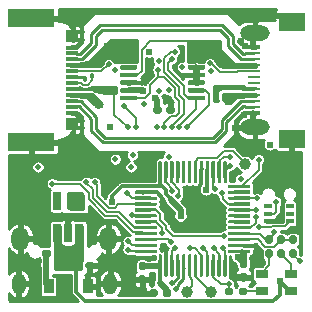
<source format=gbl>
%TF.GenerationSoftware,KiCad,Pcbnew,(5.1.7)-1*%
%TF.CreationDate,2021-02-13T17:52:43+01:00*%
%TF.ProjectId,twonkie,74776f6e-6b69-4652-9e6b-696361645f70,rev?*%
%TF.SameCoordinates,PX448d510PY20b3950*%
%TF.FileFunction,Copper,L4,Bot*%
%TF.FilePolarity,Positive*%
%FSLAX46Y46*%
G04 Gerber Fmt 4.6, Leading zero omitted, Abs format (unit mm)*
G04 Created by KiCad (PCBNEW (5.1.7)-1) date 2021-02-13 17:52:43*
%MOMM*%
%LPD*%
G01*
G04 APERTURE LIST*
%TA.AperFunction,SMDPad,CuDef*%
%ADD10R,0.650000X0.400000*%
%TD*%
%TA.AperFunction,SMDPad,CuDef*%
%ADD11R,1.000000X0.260000*%
%TD*%
%TA.AperFunction,SMDPad,CuDef*%
%ADD12R,1.250000X0.410000*%
%TD*%
%TA.AperFunction,ComponentPad*%
%ADD13O,2.500000X1.300000*%
%TD*%
%TA.AperFunction,SMDPad,CuDef*%
%ADD14R,2.200000X1.500000*%
%TD*%
%TA.AperFunction,ComponentPad*%
%ADD15O,1.450000X2.000000*%
%TD*%
%TA.AperFunction,ComponentPad*%
%ADD16O,1.150000X1.800000*%
%TD*%
%TA.AperFunction,SMDPad,CuDef*%
%ADD17R,4.000000X1.500000*%
%TD*%
%TA.AperFunction,SMDPad,CuDef*%
%ADD18R,1.000000X0.300000*%
%TD*%
%TA.AperFunction,SMDPad,CuDef*%
%ADD19R,1.000000X1.000000*%
%TD*%
%TA.AperFunction,SMDPad,CuDef*%
%ADD20C,1.000000*%
%TD*%
%TA.AperFunction,SMDPad,CuDef*%
%ADD21R,0.650000X1.560000*%
%TD*%
%TA.AperFunction,SMDPad,CuDef*%
%ADD22R,1.000000X0.800000*%
%TD*%
%TA.AperFunction,SMDPad,CuDef*%
%ADD23R,0.900000X1.200000*%
%TD*%
%TA.AperFunction,ViaPad*%
%ADD24C,0.609600*%
%TD*%
%TA.AperFunction,ViaPad*%
%ADD25C,0.508000*%
%TD*%
%TA.AperFunction,ViaPad*%
%ADD26C,0.457200*%
%TD*%
%TA.AperFunction,Conductor*%
%ADD27C,0.508000*%
%TD*%
%TA.AperFunction,Conductor*%
%ADD28C,0.304800*%
%TD*%
%TA.AperFunction,Conductor*%
%ADD29C,0.248920*%
%TD*%
%TA.AperFunction,Conductor*%
%ADD30C,0.203200*%
%TD*%
%TA.AperFunction,Conductor*%
%ADD31C,0.254000*%
%TD*%
%TA.AperFunction,Conductor*%
%ADD32C,0.100000*%
%TD*%
G04 APERTURE END LIST*
%TO.P,C8,2*%
%TO.N,GND*%
%TA.AperFunction,SMDPad,CuDef*%
G36*
G01*
X11465500Y-22869500D02*
X11775500Y-22869500D01*
G75*
G02*
X11930500Y-23024500I0J-155000D01*
G01*
X11930500Y-23449500D01*
G75*
G02*
X11775500Y-23604500I-155000J0D01*
G01*
X11465500Y-23604500D01*
G75*
G02*
X11310500Y-23449500I0J155000D01*
G01*
X11310500Y-23024500D01*
G75*
G02*
X11465500Y-22869500I155000J0D01*
G01*
G37*
%TD.AperFunction*%
%TO.P,C8,1*%
%TO.N,+3V3*%
%TA.AperFunction,SMDPad,CuDef*%
G36*
G01*
X11465500Y-21734500D02*
X11775500Y-21734500D01*
G75*
G02*
X11930500Y-21889500I0J-155000D01*
G01*
X11930500Y-22314500D01*
G75*
G02*
X11775500Y-22469500I-155000J0D01*
G01*
X11465500Y-22469500D01*
G75*
G02*
X11310500Y-22314500I0J155000D01*
G01*
X11310500Y-21889500D01*
G75*
G02*
X11465500Y-21734500I155000J0D01*
G01*
G37*
%TD.AperFunction*%
%TD*%
D10*
%TO.P,Q4,6*%
%TO.N,/BOOT*%
X24125000Y-18303000D03*
%TO.P,Q4,4*%
%TO.N,N/C*%
X24125000Y-17003000D03*
%TO.P,Q4,2*%
%TO.N,/USB_B_ID*%
X22225000Y-17653000D03*
%TO.P,Q4,5*%
%TO.N,N/C*%
X24125000Y-17653000D03*
%TO.P,Q4,3*%
X22225000Y-17003000D03*
%TO.P,Q4,1*%
%TO.N,GND*%
X22225000Y-18303000D03*
%TD*%
D11*
%TO.P,J1,B2*%
%TO.N,/TX2+*%
X21090000Y-8600000D03*
%TO.P,J1,B3*%
%TO.N,/TX2-*%
X21090000Y-8100000D03*
%TO.P,J1,B4*%
%TO.N,/VBUS_PLUG*%
X21090000Y-7600000D03*
%TO.P,J1,B5*%
%TO.N,/CC2_PLUG*%
X21090000Y-7100000D03*
%TO.P,J1,B6*%
%TO.N,N/C*%
X21090000Y-6600000D03*
%TO.P,J1,B7*%
X21090000Y-6100000D03*
%TO.P,J1,B8*%
%TO.N,/SBU2*%
X21090000Y-5600000D03*
%TO.P,J1,B9*%
%TO.N,/VBUS_PLUG*%
X21090000Y-5100000D03*
%TO.P,J1,B10*%
%TO.N,/RX1-*%
X21090000Y-4600000D03*
%TO.P,J1,B11*%
%TO.N,/RX1+*%
X21090000Y-4100000D03*
D12*
%TO.P,J1,B1*%
%TO.N,GND*%
X20965000Y-9175000D03*
%TO.P,J1,B12*%
X20965000Y-3525000D03*
D13*
%TO.P,J1,S1*%
X21190000Y-10360000D03*
%TO.P,J1,S2*%
X21190000Y-2340000D03*
D14*
%TO.P,J1,S5*%
X24290000Y-11300000D03*
%TO.P,J1,S6*%
X24290000Y-1400000D03*
%TD*%
D15*
%TO.P,J3,6*%
%TO.N,GND*%
X1304200Y-19790800D03*
X8754200Y-19790800D03*
D16*
X1154200Y-23590800D03*
X8904200Y-23590800D03*
%TD*%
%TO.P,U4,47*%
%TO.N,GND*%
%TA.AperFunction,SMDPad,CuDef*%
G36*
G01*
X12062500Y-15722500D02*
X12812500Y-15722500D01*
G75*
G02*
X12875000Y-15785000I0J-62500D01*
G01*
X12875000Y-15910000D01*
G75*
G02*
X12812500Y-15972500I-62500J0D01*
G01*
X12062500Y-15972500D01*
G75*
G02*
X12000000Y-15910000I0J62500D01*
G01*
X12000000Y-15785000D01*
G75*
G02*
X12062500Y-15722500I62500J0D01*
G01*
G37*
%TD.AperFunction*%
%TO.P,U4,46*%
%TO.N,/TX_CLK*%
%TA.AperFunction,SMDPad,CuDef*%
G36*
G01*
X12062500Y-16222500D02*
X12812500Y-16222500D01*
G75*
G02*
X12875000Y-16285000I0J-62500D01*
G01*
X12875000Y-16410000D01*
G75*
G02*
X12812500Y-16472500I-62500J0D01*
G01*
X12062500Y-16472500D01*
G75*
G02*
X12000000Y-16410000I0J62500D01*
G01*
X12000000Y-16285000D01*
G75*
G02*
X12062500Y-16222500I62500J0D01*
G01*
G37*
%TD.AperFunction*%
%TO.P,U4,44*%
%TO.N,/BOOT*%
%TA.AperFunction,SMDPad,CuDef*%
G36*
G01*
X12062500Y-17222500D02*
X12812500Y-17222500D01*
G75*
G02*
X12875000Y-17285000I0J-62500D01*
G01*
X12875000Y-17410000D01*
G75*
G02*
X12812500Y-17472500I-62500J0D01*
G01*
X12062500Y-17472500D01*
G75*
G02*
X12000000Y-17410000I0J62500D01*
G01*
X12000000Y-17285000D01*
G75*
G02*
X12062500Y-17222500I62500J0D01*
G01*
G37*
%TD.AperFunction*%
%TO.P,U4,43*%
%TO.N,/INA_SDA*%
%TA.AperFunction,SMDPad,CuDef*%
G36*
G01*
X12062500Y-17722500D02*
X12812500Y-17722500D01*
G75*
G02*
X12875000Y-17785000I0J-62500D01*
G01*
X12875000Y-17910000D01*
G75*
G02*
X12812500Y-17972500I-62500J0D01*
G01*
X12062500Y-17972500D01*
G75*
G02*
X12000000Y-17910000I0J62500D01*
G01*
X12000000Y-17785000D01*
G75*
G02*
X12062500Y-17722500I62500J0D01*
G01*
G37*
%TD.AperFunction*%
%TO.P,U4,42*%
%TO.N,/INA_SCL*%
%TA.AperFunction,SMDPad,CuDef*%
G36*
G01*
X12062500Y-18222500D02*
X12812500Y-18222500D01*
G75*
G02*
X12875000Y-18285000I0J-62500D01*
G01*
X12875000Y-18410000D01*
G75*
G02*
X12812500Y-18472500I-62500J0D01*
G01*
X12062500Y-18472500D01*
G75*
G02*
X12000000Y-18410000I0J62500D01*
G01*
X12000000Y-18285000D01*
G75*
G02*
X12062500Y-18222500I62500J0D01*
G01*
G37*
%TD.AperFunction*%
%TO.P,U4,48*%
%TO.N,+3V3*%
%TA.AperFunction,SMDPad,CuDef*%
G36*
G01*
X12062500Y-15222500D02*
X12812500Y-15222500D01*
G75*
G02*
X12875000Y-15285000I0J-62500D01*
G01*
X12875000Y-15410000D01*
G75*
G02*
X12812500Y-15472500I-62500J0D01*
G01*
X12062500Y-15472500D01*
G75*
G02*
X12000000Y-15410000I0J62500D01*
G01*
X12000000Y-15285000D01*
G75*
G02*
X12062500Y-15222500I62500J0D01*
G01*
G37*
%TD.AperFunction*%
%TO.P,U4,45*%
%TO.N,/CC1_RA*%
%TA.AperFunction,SMDPad,CuDef*%
G36*
G01*
X12062500Y-16722500D02*
X12812500Y-16722500D01*
G75*
G02*
X12875000Y-16785000I0J-62500D01*
G01*
X12875000Y-16910000D01*
G75*
G02*
X12812500Y-16972500I-62500J0D01*
G01*
X12062500Y-16972500D01*
G75*
G02*
X12000000Y-16910000I0J62500D01*
G01*
X12000000Y-16785000D01*
G75*
G02*
X12062500Y-16722500I62500J0D01*
G01*
G37*
%TD.AperFunction*%
%TO.P,U4,22*%
%TO.N,/LED_R_L*%
%TA.AperFunction,SMDPad,CuDef*%
G36*
G01*
X18937500Y-19722500D02*
X19687500Y-19722500D01*
G75*
G02*
X19750000Y-19785000I0J-62500D01*
G01*
X19750000Y-19910000D01*
G75*
G02*
X19687500Y-19972500I-62500J0D01*
G01*
X18937500Y-19972500D01*
G75*
G02*
X18875000Y-19910000I0J62500D01*
G01*
X18875000Y-19785000D01*
G75*
G02*
X18937500Y-19722500I62500J0D01*
G01*
G37*
%TD.AperFunction*%
%TO.P,U4,4*%
%TO.N,Net-(U4-Pad4)*%
%TA.AperFunction,SMDPad,CuDef*%
G36*
G01*
X14562500Y-14222500D02*
X14687500Y-14222500D01*
G75*
G02*
X14750000Y-14285000I0J-62500D01*
G01*
X14750000Y-15035000D01*
G75*
G02*
X14687500Y-15097500I-62500J0D01*
G01*
X14562500Y-15097500D01*
G75*
G02*
X14500000Y-15035000I0J62500D01*
G01*
X14500000Y-14285000D01*
G75*
G02*
X14562500Y-14222500I62500J0D01*
G01*
G37*
%TD.AperFunction*%
%TO.P,U4,9*%
%TO.N,Net-(C5-Pad1)*%
%TA.AperFunction,SMDPad,CuDef*%
G36*
G01*
X17062500Y-14222500D02*
X17187500Y-14222500D01*
G75*
G02*
X17250000Y-14285000I0J-62500D01*
G01*
X17250000Y-15035000D01*
G75*
G02*
X17187500Y-15097500I-62500J0D01*
G01*
X17062500Y-15097500D01*
G75*
G02*
X17000000Y-15035000I0J62500D01*
G01*
X17000000Y-14285000D01*
G75*
G02*
X17062500Y-14222500I62500J0D01*
G01*
G37*
%TD.AperFunction*%
%TO.P,U4,10*%
%TO.N,/CC1_EN*%
%TA.AperFunction,SMDPad,CuDef*%
G36*
G01*
X17562500Y-14222500D02*
X17687500Y-14222500D01*
G75*
G02*
X17750000Y-14285000I0J-62500D01*
G01*
X17750000Y-15035000D01*
G75*
G02*
X17687500Y-15097500I-62500J0D01*
G01*
X17562500Y-15097500D01*
G75*
G02*
X17500000Y-15035000I0J62500D01*
G01*
X17500000Y-14285000D01*
G75*
G02*
X17562500Y-14222500I62500J0D01*
G01*
G37*
%TD.AperFunction*%
%TO.P,U4,7*%
%TO.N,/NRST*%
%TA.AperFunction,SMDPad,CuDef*%
G36*
G01*
X16062500Y-14222500D02*
X16187500Y-14222500D01*
G75*
G02*
X16250000Y-14285000I0J-62500D01*
G01*
X16250000Y-15035000D01*
G75*
G02*
X16187500Y-15097500I-62500J0D01*
G01*
X16062500Y-15097500D01*
G75*
G02*
X16000000Y-15035000I0J62500D01*
G01*
X16000000Y-14285000D01*
G75*
G02*
X16062500Y-14222500I62500J0D01*
G01*
G37*
%TD.AperFunction*%
%TO.P,U4,1*%
%TO.N,+3V3*%
%TA.AperFunction,SMDPad,CuDef*%
G36*
G01*
X13062500Y-14222500D02*
X13187500Y-14222500D01*
G75*
G02*
X13250000Y-14285000I0J-62500D01*
G01*
X13250000Y-15035000D01*
G75*
G02*
X13187500Y-15097500I-62500J0D01*
G01*
X13062500Y-15097500D01*
G75*
G02*
X13000000Y-15035000I0J62500D01*
G01*
X13000000Y-14285000D01*
G75*
G02*
X13062500Y-14222500I62500J0D01*
G01*
G37*
%TD.AperFunction*%
%TO.P,U4,29*%
%TO.N,/CC2_RA*%
%TA.AperFunction,SMDPad,CuDef*%
G36*
G01*
X16562500Y-21097500D02*
X16687500Y-21097500D01*
G75*
G02*
X16750000Y-21160000I0J-62500D01*
G01*
X16750000Y-21910000D01*
G75*
G02*
X16687500Y-21972500I-62500J0D01*
G01*
X16562500Y-21972500D01*
G75*
G02*
X16500000Y-21910000I0J62500D01*
G01*
X16500000Y-21160000D01*
G75*
G02*
X16562500Y-21097500I62500J0D01*
G01*
G37*
%TD.AperFunction*%
%TO.P,U4,28*%
%TO.N,/CC2_RP1A5*%
%TA.AperFunction,SMDPad,CuDef*%
G36*
G01*
X17062500Y-21097500D02*
X17187500Y-21097500D01*
G75*
G02*
X17250000Y-21160000I0J-62500D01*
G01*
X17250000Y-21910000D01*
G75*
G02*
X17187500Y-21972500I-62500J0D01*
G01*
X17062500Y-21972500D01*
G75*
G02*
X17000000Y-21910000I0J62500D01*
G01*
X17000000Y-21160000D01*
G75*
G02*
X17062500Y-21097500I62500J0D01*
G01*
G37*
%TD.AperFunction*%
%TO.P,U4,8*%
%TO.N,GND*%
%TA.AperFunction,SMDPad,CuDef*%
G36*
G01*
X16562500Y-14222500D02*
X16687500Y-14222500D01*
G75*
G02*
X16750000Y-14285000I0J-62500D01*
G01*
X16750000Y-15035000D01*
G75*
G02*
X16687500Y-15097500I-62500J0D01*
G01*
X16562500Y-15097500D01*
G75*
G02*
X16500000Y-15035000I0J62500D01*
G01*
X16500000Y-14285000D01*
G75*
G02*
X16562500Y-14222500I62500J0D01*
G01*
G37*
%TD.AperFunction*%
%TO.P,U4,30*%
%TO.N,/UART_TX*%
%TA.AperFunction,SMDPad,CuDef*%
G36*
G01*
X16062500Y-21097500D02*
X16187500Y-21097500D01*
G75*
G02*
X16250000Y-21160000I0J-62500D01*
G01*
X16250000Y-21910000D01*
G75*
G02*
X16187500Y-21972500I-62500J0D01*
G01*
X16062500Y-21972500D01*
G75*
G02*
X16000000Y-21910000I0J62500D01*
G01*
X16000000Y-21160000D01*
G75*
G02*
X16062500Y-21097500I62500J0D01*
G01*
G37*
%TD.AperFunction*%
%TO.P,U4,31*%
%TO.N,/UART_RX*%
%TA.AperFunction,SMDPad,CuDef*%
G36*
G01*
X15562500Y-21097500D02*
X15687500Y-21097500D01*
G75*
G02*
X15750000Y-21160000I0J-62500D01*
G01*
X15750000Y-21910000D01*
G75*
G02*
X15687500Y-21972500I-62500J0D01*
G01*
X15562500Y-21972500D01*
G75*
G02*
X15500000Y-21910000I0J62500D01*
G01*
X15500000Y-21160000D01*
G75*
G02*
X15562500Y-21097500I62500J0D01*
G01*
G37*
%TD.AperFunction*%
%TO.P,U4,17*%
%TO.N,/VCONN_ALERT_L*%
%TA.AperFunction,SMDPad,CuDef*%
G36*
G01*
X18937500Y-17222500D02*
X19687500Y-17222500D01*
G75*
G02*
X19750000Y-17285000I0J-62500D01*
G01*
X19750000Y-17410000D01*
G75*
G02*
X19687500Y-17472500I-62500J0D01*
G01*
X18937500Y-17472500D01*
G75*
G02*
X18875000Y-17410000I0J62500D01*
G01*
X18875000Y-17285000D01*
G75*
G02*
X18937500Y-17222500I62500J0D01*
G01*
G37*
%TD.AperFunction*%
%TO.P,U4,16*%
%TO.N,/CC2_TX_DATA*%
%TA.AperFunction,SMDPad,CuDef*%
G36*
G01*
X18937500Y-16722500D02*
X19687500Y-16722500D01*
G75*
G02*
X19750000Y-16785000I0J-62500D01*
G01*
X19750000Y-16910000D01*
G75*
G02*
X19687500Y-16972500I-62500J0D01*
G01*
X18937500Y-16972500D01*
G75*
G02*
X18875000Y-16910000I0J62500D01*
G01*
X18875000Y-16785000D01*
G75*
G02*
X18937500Y-16722500I62500J0D01*
G01*
G37*
%TD.AperFunction*%
%TO.P,U4,15*%
%TO.N,/TX_CLK*%
%TA.AperFunction,SMDPad,CuDef*%
G36*
G01*
X18937500Y-16222500D02*
X19687500Y-16222500D01*
G75*
G02*
X19750000Y-16285000I0J-62500D01*
G01*
X19750000Y-16410000D01*
G75*
G02*
X19687500Y-16472500I-62500J0D01*
G01*
X18937500Y-16472500D01*
G75*
G02*
X18875000Y-16410000I0J62500D01*
G01*
X18875000Y-16285000D01*
G75*
G02*
X18937500Y-16222500I62500J0D01*
G01*
G37*
%TD.AperFunction*%
%TO.P,U4,18*%
%TO.N,Net-(U4-Pad18)*%
%TA.AperFunction,SMDPad,CuDef*%
G36*
G01*
X18937500Y-17722500D02*
X19687500Y-17722500D01*
G75*
G02*
X19750000Y-17785000I0J-62500D01*
G01*
X19750000Y-17910000D01*
G75*
G02*
X19687500Y-17972500I-62500J0D01*
G01*
X18937500Y-17972500D01*
G75*
G02*
X18875000Y-17910000I0J62500D01*
G01*
X18875000Y-17785000D01*
G75*
G02*
X18937500Y-17722500I62500J0D01*
G01*
G37*
%TD.AperFunction*%
%TO.P,U4,21*%
%TO.N,/LED_G_L*%
%TA.AperFunction,SMDPad,CuDef*%
G36*
G01*
X18937500Y-19222500D02*
X19687500Y-19222500D01*
G75*
G02*
X19750000Y-19285000I0J-62500D01*
G01*
X19750000Y-19410000D01*
G75*
G02*
X19687500Y-19472500I-62500J0D01*
G01*
X18937500Y-19472500D01*
G75*
G02*
X18875000Y-19410000I0J62500D01*
G01*
X18875000Y-19285000D01*
G75*
G02*
X18937500Y-19222500I62500J0D01*
G01*
G37*
%TD.AperFunction*%
%TO.P,U4,3*%
%TO.N,/CC1_RP3A0*%
%TA.AperFunction,SMDPad,CuDef*%
G36*
G01*
X14062500Y-14222500D02*
X14187500Y-14222500D01*
G75*
G02*
X14250000Y-14285000I0J-62500D01*
G01*
X14250000Y-15035000D01*
G75*
G02*
X14187500Y-15097500I-62500J0D01*
G01*
X14062500Y-15097500D01*
G75*
G02*
X14000000Y-15035000I0J62500D01*
G01*
X14000000Y-14285000D01*
G75*
G02*
X14062500Y-14222500I62500J0D01*
G01*
G37*
%TD.AperFunction*%
%TO.P,U4,25*%
%TO.N,/CC2_RPUSB*%
%TA.AperFunction,SMDPad,CuDef*%
G36*
G01*
X18562500Y-21097500D02*
X18687500Y-21097500D01*
G75*
G02*
X18750000Y-21160000I0J-62500D01*
G01*
X18750000Y-21910000D01*
G75*
G02*
X18687500Y-21972500I-62500J0D01*
G01*
X18562500Y-21972500D01*
G75*
G02*
X18500000Y-21910000I0J62500D01*
G01*
X18500000Y-21160000D01*
G75*
G02*
X18562500Y-21097500I62500J0D01*
G01*
G37*
%TD.AperFunction*%
%TO.P,U4,11*%
%TO.N,/CC1_BUF*%
%TA.AperFunction,SMDPad,CuDef*%
G36*
G01*
X18062500Y-14222500D02*
X18187500Y-14222500D01*
G75*
G02*
X18250000Y-14285000I0J-62500D01*
G01*
X18250000Y-15035000D01*
G75*
G02*
X18187500Y-15097500I-62500J0D01*
G01*
X18062500Y-15097500D01*
G75*
G02*
X18000000Y-15035000I0J62500D01*
G01*
X18000000Y-14285000D01*
G75*
G02*
X18062500Y-14222500I62500J0D01*
G01*
G37*
%TD.AperFunction*%
%TO.P,U4,23*%
%TO.N,GND*%
%TA.AperFunction,SMDPad,CuDef*%
G36*
G01*
X18937500Y-20222500D02*
X19687500Y-20222500D01*
G75*
G02*
X19750000Y-20285000I0J-62500D01*
G01*
X19750000Y-20410000D01*
G75*
G02*
X19687500Y-20472500I-62500J0D01*
G01*
X18937500Y-20472500D01*
G75*
G02*
X18875000Y-20410000I0J62500D01*
G01*
X18875000Y-20285000D01*
G75*
G02*
X18937500Y-20222500I62500J0D01*
G01*
G37*
%TD.AperFunction*%
%TO.P,U4,36*%
%TO.N,+3V3*%
%TA.AperFunction,SMDPad,CuDef*%
G36*
G01*
X13062500Y-21097500D02*
X13187500Y-21097500D01*
G75*
G02*
X13250000Y-21160000I0J-62500D01*
G01*
X13250000Y-21910000D01*
G75*
G02*
X13187500Y-21972500I-62500J0D01*
G01*
X13062500Y-21972500D01*
G75*
G02*
X13000000Y-21910000I0J62500D01*
G01*
X13000000Y-21160000D01*
G75*
G02*
X13062500Y-21097500I62500J0D01*
G01*
G37*
%TD.AperFunction*%
%TO.P,U4,40*%
%TO.N,/CC1_TX_DATA*%
%TA.AperFunction,SMDPad,CuDef*%
G36*
G01*
X12062500Y-19222500D02*
X12812500Y-19222500D01*
G75*
G02*
X12875000Y-19285000I0J-62500D01*
G01*
X12875000Y-19410000D01*
G75*
G02*
X12812500Y-19472500I-62500J0D01*
G01*
X12062500Y-19472500D01*
G75*
G02*
X12000000Y-19410000I0J62500D01*
G01*
X12000000Y-19285000D01*
G75*
G02*
X12062500Y-19222500I62500J0D01*
G01*
G37*
%TD.AperFunction*%
%TO.P,U4,34*%
%TO.N,/CC2_RP3A0*%
%TA.AperFunction,SMDPad,CuDef*%
G36*
G01*
X14062500Y-21097500D02*
X14187500Y-21097500D01*
G75*
G02*
X14250000Y-21160000I0J-62500D01*
G01*
X14250000Y-21910000D01*
G75*
G02*
X14187500Y-21972500I-62500J0D01*
G01*
X14062500Y-21972500D01*
G75*
G02*
X14000000Y-21910000I0J62500D01*
G01*
X14000000Y-21160000D01*
G75*
G02*
X14062500Y-21097500I62500J0D01*
G01*
G37*
%TD.AperFunction*%
%TO.P,U4,27*%
%TO.N,/LED_B_L*%
%TA.AperFunction,SMDPad,CuDef*%
G36*
G01*
X17562500Y-21097500D02*
X17687500Y-21097500D01*
G75*
G02*
X17750000Y-21160000I0J-62500D01*
G01*
X17750000Y-21910000D01*
G75*
G02*
X17687500Y-21972500I-62500J0D01*
G01*
X17562500Y-21972500D01*
G75*
G02*
X17500000Y-21910000I0J62500D01*
G01*
X17500000Y-21160000D01*
G75*
G02*
X17562500Y-21097500I62500J0D01*
G01*
G37*
%TD.AperFunction*%
%TO.P,U4,13*%
%TO.N,/CC2_BUF*%
%TA.AperFunction,SMDPad,CuDef*%
G36*
G01*
X18937500Y-15222500D02*
X19687500Y-15222500D01*
G75*
G02*
X19750000Y-15285000I0J-62500D01*
G01*
X19750000Y-15410000D01*
G75*
G02*
X19687500Y-15472500I-62500J0D01*
G01*
X18937500Y-15472500D01*
G75*
G02*
X18875000Y-15410000I0J62500D01*
G01*
X18875000Y-15285000D01*
G75*
G02*
X18937500Y-15222500I62500J0D01*
G01*
G37*
%TD.AperFunction*%
%TO.P,U4,5*%
%TO.N,/OSC_IN*%
%TA.AperFunction,SMDPad,CuDef*%
G36*
G01*
X15062500Y-14222500D02*
X15187500Y-14222500D01*
G75*
G02*
X15250000Y-14285000I0J-62500D01*
G01*
X15250000Y-15035000D01*
G75*
G02*
X15187500Y-15097500I-62500J0D01*
G01*
X15062500Y-15097500D01*
G75*
G02*
X15000000Y-15035000I0J62500D01*
G01*
X15000000Y-14285000D01*
G75*
G02*
X15062500Y-14222500I62500J0D01*
G01*
G37*
%TD.AperFunction*%
%TO.P,U4,39*%
%TO.N,/CC1_RD*%
%TA.AperFunction,SMDPad,CuDef*%
G36*
G01*
X12062500Y-19722500D02*
X12812500Y-19722500D01*
G75*
G02*
X12875000Y-19785000I0J-62500D01*
G01*
X12875000Y-19910000D01*
G75*
G02*
X12812500Y-19972500I-62500J0D01*
G01*
X12062500Y-19972500D01*
G75*
G02*
X12000000Y-19910000I0J62500D01*
G01*
X12000000Y-19785000D01*
G75*
G02*
X12062500Y-19722500I62500J0D01*
G01*
G37*
%TD.AperFunction*%
%TO.P,U4,33*%
%TO.N,/USB_B_D+*%
%TA.AperFunction,SMDPad,CuDef*%
G36*
G01*
X14562500Y-21097500D02*
X14687500Y-21097500D01*
G75*
G02*
X14750000Y-21160000I0J-62500D01*
G01*
X14750000Y-21910000D01*
G75*
G02*
X14687500Y-21972500I-62500J0D01*
G01*
X14562500Y-21972500D01*
G75*
G02*
X14500000Y-21910000I0J62500D01*
G01*
X14500000Y-21160000D01*
G75*
G02*
X14562500Y-21097500I62500J0D01*
G01*
G37*
%TD.AperFunction*%
%TO.P,U4,24*%
%TO.N,+3V3*%
%TA.AperFunction,SMDPad,CuDef*%
G36*
G01*
X18937500Y-20722500D02*
X19687500Y-20722500D01*
G75*
G02*
X19750000Y-20785000I0J-62500D01*
G01*
X19750000Y-20910000D01*
G75*
G02*
X19687500Y-20972500I-62500J0D01*
G01*
X18937500Y-20972500D01*
G75*
G02*
X18875000Y-20910000I0J62500D01*
G01*
X18875000Y-20785000D01*
G75*
G02*
X18937500Y-20722500I62500J0D01*
G01*
G37*
%TD.AperFunction*%
%TO.P,U4,6*%
%TO.N,/OSC_OUT*%
%TA.AperFunction,SMDPad,CuDef*%
G36*
G01*
X15562500Y-14222500D02*
X15687500Y-14222500D01*
G75*
G02*
X15750000Y-14285000I0J-62500D01*
G01*
X15750000Y-15035000D01*
G75*
G02*
X15687500Y-15097500I-62500J0D01*
G01*
X15562500Y-15097500D01*
G75*
G02*
X15500000Y-15035000I0J62500D01*
G01*
X15500000Y-14285000D01*
G75*
G02*
X15562500Y-14222500I62500J0D01*
G01*
G37*
%TD.AperFunction*%
%TO.P,U4,37*%
%TO.N,/CC1_TX_EN*%
%TA.AperFunction,SMDPad,CuDef*%
G36*
G01*
X12062500Y-20722500D02*
X12812500Y-20722500D01*
G75*
G02*
X12875000Y-20785000I0J-62500D01*
G01*
X12875000Y-20910000D01*
G75*
G02*
X12812500Y-20972500I-62500J0D01*
G01*
X12062500Y-20972500D01*
G75*
G02*
X12000000Y-20910000I0J62500D01*
G01*
X12000000Y-20785000D01*
G75*
G02*
X12062500Y-20722500I62500J0D01*
G01*
G37*
%TD.AperFunction*%
%TO.P,U4,19*%
%TO.N,Net-(U4-Pad19)*%
%TA.AperFunction,SMDPad,CuDef*%
G36*
G01*
X18937500Y-18222500D02*
X19687500Y-18222500D01*
G75*
G02*
X19750000Y-18285000I0J-62500D01*
G01*
X19750000Y-18410000D01*
G75*
G02*
X19687500Y-18472500I-62500J0D01*
G01*
X18937500Y-18472500D01*
G75*
G02*
X18875000Y-18410000I0J62500D01*
G01*
X18875000Y-18285000D01*
G75*
G02*
X18937500Y-18222500I62500J0D01*
G01*
G37*
%TD.AperFunction*%
%TO.P,U4,14*%
%TO.N,/DAC*%
%TA.AperFunction,SMDPad,CuDef*%
G36*
G01*
X18937500Y-15722500D02*
X19687500Y-15722500D01*
G75*
G02*
X19750000Y-15785000I0J-62500D01*
G01*
X19750000Y-15910000D01*
G75*
G02*
X19687500Y-15972500I-62500J0D01*
G01*
X18937500Y-15972500D01*
G75*
G02*
X18875000Y-15910000I0J62500D01*
G01*
X18875000Y-15785000D01*
G75*
G02*
X18937500Y-15722500I62500J0D01*
G01*
G37*
%TD.AperFunction*%
%TO.P,U4,2*%
%TO.N,/CC2_TX_EN*%
%TA.AperFunction,SMDPad,CuDef*%
G36*
G01*
X13562500Y-14222500D02*
X13687500Y-14222500D01*
G75*
G02*
X13750000Y-14285000I0J-62500D01*
G01*
X13750000Y-15035000D01*
G75*
G02*
X13687500Y-15097500I-62500J0D01*
G01*
X13562500Y-15097500D01*
G75*
G02*
X13500000Y-15035000I0J62500D01*
G01*
X13500000Y-14285000D01*
G75*
G02*
X13562500Y-14222500I62500J0D01*
G01*
G37*
%TD.AperFunction*%
%TO.P,U4,35*%
%TO.N,GND*%
%TA.AperFunction,SMDPad,CuDef*%
G36*
G01*
X13562500Y-21097500D02*
X13687500Y-21097500D01*
G75*
G02*
X13750000Y-21160000I0J-62500D01*
G01*
X13750000Y-21910000D01*
G75*
G02*
X13687500Y-21972500I-62500J0D01*
G01*
X13562500Y-21972500D01*
G75*
G02*
X13500000Y-21910000I0J62500D01*
G01*
X13500000Y-21160000D01*
G75*
G02*
X13562500Y-21097500I62500J0D01*
G01*
G37*
%TD.AperFunction*%
%TO.P,U4,12*%
%TO.N,/CC2_EN*%
%TA.AperFunction,SMDPad,CuDef*%
G36*
G01*
X18562500Y-14222500D02*
X18687500Y-14222500D01*
G75*
G02*
X18750000Y-14285000I0J-62500D01*
G01*
X18750000Y-15035000D01*
G75*
G02*
X18687500Y-15097500I-62500J0D01*
G01*
X18562500Y-15097500D01*
G75*
G02*
X18500000Y-15035000I0J62500D01*
G01*
X18500000Y-14285000D01*
G75*
G02*
X18562500Y-14222500I62500J0D01*
G01*
G37*
%TD.AperFunction*%
%TO.P,U4,41*%
%TO.N,/CC1_RP1A5*%
%TA.AperFunction,SMDPad,CuDef*%
G36*
G01*
X12062500Y-18722500D02*
X12812500Y-18722500D01*
G75*
G02*
X12875000Y-18785000I0J-62500D01*
G01*
X12875000Y-18910000D01*
G75*
G02*
X12812500Y-18972500I-62500J0D01*
G01*
X12062500Y-18972500D01*
G75*
G02*
X12000000Y-18910000I0J62500D01*
G01*
X12000000Y-18785000D01*
G75*
G02*
X12062500Y-18722500I62500J0D01*
G01*
G37*
%TD.AperFunction*%
%TO.P,U4,20*%
%TO.N,/VBUS_ALERT_L*%
%TA.AperFunction,SMDPad,CuDef*%
G36*
G01*
X18937500Y-18722500D02*
X19687500Y-18722500D01*
G75*
G02*
X19750000Y-18785000I0J-62500D01*
G01*
X19750000Y-18910000D01*
G75*
G02*
X19687500Y-18972500I-62500J0D01*
G01*
X18937500Y-18972500D01*
G75*
G02*
X18875000Y-18910000I0J62500D01*
G01*
X18875000Y-18785000D01*
G75*
G02*
X18937500Y-18722500I62500J0D01*
G01*
G37*
%TD.AperFunction*%
%TO.P,U4,26*%
%TO.N,/CC2_RD*%
%TA.AperFunction,SMDPad,CuDef*%
G36*
G01*
X18062500Y-21097500D02*
X18187500Y-21097500D01*
G75*
G02*
X18250000Y-21160000I0J-62500D01*
G01*
X18250000Y-21910000D01*
G75*
G02*
X18187500Y-21972500I-62500J0D01*
G01*
X18062500Y-21972500D01*
G75*
G02*
X18000000Y-21910000I0J62500D01*
G01*
X18000000Y-21160000D01*
G75*
G02*
X18062500Y-21097500I62500J0D01*
G01*
G37*
%TD.AperFunction*%
%TO.P,U4,38*%
%TO.N,/CC1_RPUSB*%
%TA.AperFunction,SMDPad,CuDef*%
G36*
G01*
X12062500Y-20222500D02*
X12812500Y-20222500D01*
G75*
G02*
X12875000Y-20285000I0J-62500D01*
G01*
X12875000Y-20410000D01*
G75*
G02*
X12812500Y-20472500I-62500J0D01*
G01*
X12062500Y-20472500D01*
G75*
G02*
X12000000Y-20410000I0J62500D01*
G01*
X12000000Y-20285000D01*
G75*
G02*
X12062500Y-20222500I62500J0D01*
G01*
G37*
%TD.AperFunction*%
%TO.P,U4,32*%
%TO.N,/USB_B_D-*%
%TA.AperFunction,SMDPad,CuDef*%
G36*
G01*
X15062500Y-21097500D02*
X15187500Y-21097500D01*
G75*
G02*
X15250000Y-21160000I0J-62500D01*
G01*
X15250000Y-21910000D01*
G75*
G02*
X15187500Y-21972500I-62500J0D01*
G01*
X15062500Y-21972500D01*
G75*
G02*
X15000000Y-21910000I0J62500D01*
G01*
X15000000Y-21160000D01*
G75*
G02*
X15062500Y-21097500I62500J0D01*
G01*
G37*
%TD.AperFunction*%
%TO.P,U4,1*%
%TO.N,+3V3*%
%TA.AperFunction,SMDPad,CuDef*%
G36*
G01*
X13050000Y-13197500D02*
X13200000Y-13197500D01*
G75*
G02*
X13275000Y-13272500I0J-75000D01*
G01*
X13275000Y-14597500D01*
G75*
G02*
X13200000Y-14672500I-75000J0D01*
G01*
X13050000Y-14672500D01*
G75*
G02*
X12975000Y-14597500I0J75000D01*
G01*
X12975000Y-13272500D01*
G75*
G02*
X13050000Y-13197500I75000J0D01*
G01*
G37*
%TD.AperFunction*%
%TO.P,U4,2*%
%TO.N,/CC2_TX_EN*%
%TA.AperFunction,SMDPad,CuDef*%
G36*
G01*
X13550000Y-13197500D02*
X13700000Y-13197500D01*
G75*
G02*
X13775000Y-13272500I0J-75000D01*
G01*
X13775000Y-14597500D01*
G75*
G02*
X13700000Y-14672500I-75000J0D01*
G01*
X13550000Y-14672500D01*
G75*
G02*
X13475000Y-14597500I0J75000D01*
G01*
X13475000Y-13272500D01*
G75*
G02*
X13550000Y-13197500I75000J0D01*
G01*
G37*
%TD.AperFunction*%
%TO.P,U4,3*%
%TO.N,/CC1_RP3A0*%
%TA.AperFunction,SMDPad,CuDef*%
G36*
G01*
X14050000Y-13197500D02*
X14200000Y-13197500D01*
G75*
G02*
X14275000Y-13272500I0J-75000D01*
G01*
X14275000Y-14597500D01*
G75*
G02*
X14200000Y-14672500I-75000J0D01*
G01*
X14050000Y-14672500D01*
G75*
G02*
X13975000Y-14597500I0J75000D01*
G01*
X13975000Y-13272500D01*
G75*
G02*
X14050000Y-13197500I75000J0D01*
G01*
G37*
%TD.AperFunction*%
%TO.P,U4,4*%
%TO.N,Net-(U4-Pad4)*%
%TA.AperFunction,SMDPad,CuDef*%
G36*
G01*
X14550000Y-13197500D02*
X14700000Y-13197500D01*
G75*
G02*
X14775000Y-13272500I0J-75000D01*
G01*
X14775000Y-14597500D01*
G75*
G02*
X14700000Y-14672500I-75000J0D01*
G01*
X14550000Y-14672500D01*
G75*
G02*
X14475000Y-14597500I0J75000D01*
G01*
X14475000Y-13272500D01*
G75*
G02*
X14550000Y-13197500I75000J0D01*
G01*
G37*
%TD.AperFunction*%
%TO.P,U4,5*%
%TO.N,/OSC_IN*%
%TA.AperFunction,SMDPad,CuDef*%
G36*
G01*
X15050000Y-13197500D02*
X15200000Y-13197500D01*
G75*
G02*
X15275000Y-13272500I0J-75000D01*
G01*
X15275000Y-14597500D01*
G75*
G02*
X15200000Y-14672500I-75000J0D01*
G01*
X15050000Y-14672500D01*
G75*
G02*
X14975000Y-14597500I0J75000D01*
G01*
X14975000Y-13272500D01*
G75*
G02*
X15050000Y-13197500I75000J0D01*
G01*
G37*
%TD.AperFunction*%
%TO.P,U4,6*%
%TO.N,/OSC_OUT*%
%TA.AperFunction,SMDPad,CuDef*%
G36*
G01*
X15550000Y-13197500D02*
X15700000Y-13197500D01*
G75*
G02*
X15775000Y-13272500I0J-75000D01*
G01*
X15775000Y-14597500D01*
G75*
G02*
X15700000Y-14672500I-75000J0D01*
G01*
X15550000Y-14672500D01*
G75*
G02*
X15475000Y-14597500I0J75000D01*
G01*
X15475000Y-13272500D01*
G75*
G02*
X15550000Y-13197500I75000J0D01*
G01*
G37*
%TD.AperFunction*%
%TO.P,U4,7*%
%TO.N,/NRST*%
%TA.AperFunction,SMDPad,CuDef*%
G36*
G01*
X16050000Y-13197500D02*
X16200000Y-13197500D01*
G75*
G02*
X16275000Y-13272500I0J-75000D01*
G01*
X16275000Y-14597500D01*
G75*
G02*
X16200000Y-14672500I-75000J0D01*
G01*
X16050000Y-14672500D01*
G75*
G02*
X15975000Y-14597500I0J75000D01*
G01*
X15975000Y-13272500D01*
G75*
G02*
X16050000Y-13197500I75000J0D01*
G01*
G37*
%TD.AperFunction*%
%TO.P,U4,8*%
%TO.N,GND*%
%TA.AperFunction,SMDPad,CuDef*%
G36*
G01*
X16550000Y-13197500D02*
X16700000Y-13197500D01*
G75*
G02*
X16775000Y-13272500I0J-75000D01*
G01*
X16775000Y-14597500D01*
G75*
G02*
X16700000Y-14672500I-75000J0D01*
G01*
X16550000Y-14672500D01*
G75*
G02*
X16475000Y-14597500I0J75000D01*
G01*
X16475000Y-13272500D01*
G75*
G02*
X16550000Y-13197500I75000J0D01*
G01*
G37*
%TD.AperFunction*%
%TO.P,U4,9*%
%TO.N,Net-(C5-Pad1)*%
%TA.AperFunction,SMDPad,CuDef*%
G36*
G01*
X17050000Y-13197500D02*
X17200000Y-13197500D01*
G75*
G02*
X17275000Y-13272500I0J-75000D01*
G01*
X17275000Y-14597500D01*
G75*
G02*
X17200000Y-14672500I-75000J0D01*
G01*
X17050000Y-14672500D01*
G75*
G02*
X16975000Y-14597500I0J75000D01*
G01*
X16975000Y-13272500D01*
G75*
G02*
X17050000Y-13197500I75000J0D01*
G01*
G37*
%TD.AperFunction*%
%TO.P,U4,10*%
%TO.N,/CC1_EN*%
%TA.AperFunction,SMDPad,CuDef*%
G36*
G01*
X17550000Y-13197500D02*
X17700000Y-13197500D01*
G75*
G02*
X17775000Y-13272500I0J-75000D01*
G01*
X17775000Y-14597500D01*
G75*
G02*
X17700000Y-14672500I-75000J0D01*
G01*
X17550000Y-14672500D01*
G75*
G02*
X17475000Y-14597500I0J75000D01*
G01*
X17475000Y-13272500D01*
G75*
G02*
X17550000Y-13197500I75000J0D01*
G01*
G37*
%TD.AperFunction*%
%TO.P,U4,11*%
%TO.N,/CC1_BUF*%
%TA.AperFunction,SMDPad,CuDef*%
G36*
G01*
X18050000Y-13197500D02*
X18200000Y-13197500D01*
G75*
G02*
X18275000Y-13272500I0J-75000D01*
G01*
X18275000Y-14597500D01*
G75*
G02*
X18200000Y-14672500I-75000J0D01*
G01*
X18050000Y-14672500D01*
G75*
G02*
X17975000Y-14597500I0J75000D01*
G01*
X17975000Y-13272500D01*
G75*
G02*
X18050000Y-13197500I75000J0D01*
G01*
G37*
%TD.AperFunction*%
%TO.P,U4,12*%
%TO.N,/CC2_EN*%
%TA.AperFunction,SMDPad,CuDef*%
G36*
G01*
X18550000Y-13197500D02*
X18700000Y-13197500D01*
G75*
G02*
X18775000Y-13272500I0J-75000D01*
G01*
X18775000Y-14597500D01*
G75*
G02*
X18700000Y-14672500I-75000J0D01*
G01*
X18550000Y-14672500D01*
G75*
G02*
X18475000Y-14597500I0J75000D01*
G01*
X18475000Y-13272500D01*
G75*
G02*
X18550000Y-13197500I75000J0D01*
G01*
G37*
%TD.AperFunction*%
%TO.P,U4,13*%
%TO.N,/CC2_BUF*%
%TA.AperFunction,SMDPad,CuDef*%
G36*
G01*
X19375000Y-15197500D02*
X20700000Y-15197500D01*
G75*
G02*
X20775000Y-15272500I0J-75000D01*
G01*
X20775000Y-15422500D01*
G75*
G02*
X20700000Y-15497500I-75000J0D01*
G01*
X19375000Y-15497500D01*
G75*
G02*
X19300000Y-15422500I0J75000D01*
G01*
X19300000Y-15272500D01*
G75*
G02*
X19375000Y-15197500I75000J0D01*
G01*
G37*
%TD.AperFunction*%
%TO.P,U4,14*%
%TO.N,/DAC*%
%TA.AperFunction,SMDPad,CuDef*%
G36*
G01*
X19375000Y-15697500D02*
X20700000Y-15697500D01*
G75*
G02*
X20775000Y-15772500I0J-75000D01*
G01*
X20775000Y-15922500D01*
G75*
G02*
X20700000Y-15997500I-75000J0D01*
G01*
X19375000Y-15997500D01*
G75*
G02*
X19300000Y-15922500I0J75000D01*
G01*
X19300000Y-15772500D01*
G75*
G02*
X19375000Y-15697500I75000J0D01*
G01*
G37*
%TD.AperFunction*%
%TO.P,U4,15*%
%TO.N,/TX_CLK*%
%TA.AperFunction,SMDPad,CuDef*%
G36*
G01*
X19375000Y-16197500D02*
X20700000Y-16197500D01*
G75*
G02*
X20775000Y-16272500I0J-75000D01*
G01*
X20775000Y-16422500D01*
G75*
G02*
X20700000Y-16497500I-75000J0D01*
G01*
X19375000Y-16497500D01*
G75*
G02*
X19300000Y-16422500I0J75000D01*
G01*
X19300000Y-16272500D01*
G75*
G02*
X19375000Y-16197500I75000J0D01*
G01*
G37*
%TD.AperFunction*%
%TO.P,U4,16*%
%TO.N,/CC2_TX_DATA*%
%TA.AperFunction,SMDPad,CuDef*%
G36*
G01*
X19375000Y-16697500D02*
X20700000Y-16697500D01*
G75*
G02*
X20775000Y-16772500I0J-75000D01*
G01*
X20775000Y-16922500D01*
G75*
G02*
X20700000Y-16997500I-75000J0D01*
G01*
X19375000Y-16997500D01*
G75*
G02*
X19300000Y-16922500I0J75000D01*
G01*
X19300000Y-16772500D01*
G75*
G02*
X19375000Y-16697500I75000J0D01*
G01*
G37*
%TD.AperFunction*%
%TO.P,U4,17*%
%TO.N,/VCONN_ALERT_L*%
%TA.AperFunction,SMDPad,CuDef*%
G36*
G01*
X19375000Y-17197500D02*
X20700000Y-17197500D01*
G75*
G02*
X20775000Y-17272500I0J-75000D01*
G01*
X20775000Y-17422500D01*
G75*
G02*
X20700000Y-17497500I-75000J0D01*
G01*
X19375000Y-17497500D01*
G75*
G02*
X19300000Y-17422500I0J75000D01*
G01*
X19300000Y-17272500D01*
G75*
G02*
X19375000Y-17197500I75000J0D01*
G01*
G37*
%TD.AperFunction*%
%TO.P,U4,18*%
%TO.N,Net-(U4-Pad18)*%
%TA.AperFunction,SMDPad,CuDef*%
G36*
G01*
X19375000Y-17697500D02*
X20700000Y-17697500D01*
G75*
G02*
X20775000Y-17772500I0J-75000D01*
G01*
X20775000Y-17922500D01*
G75*
G02*
X20700000Y-17997500I-75000J0D01*
G01*
X19375000Y-17997500D01*
G75*
G02*
X19300000Y-17922500I0J75000D01*
G01*
X19300000Y-17772500D01*
G75*
G02*
X19375000Y-17697500I75000J0D01*
G01*
G37*
%TD.AperFunction*%
%TO.P,U4,19*%
%TO.N,Net-(U4-Pad19)*%
%TA.AperFunction,SMDPad,CuDef*%
G36*
G01*
X19375000Y-18197500D02*
X20700000Y-18197500D01*
G75*
G02*
X20775000Y-18272500I0J-75000D01*
G01*
X20775000Y-18422500D01*
G75*
G02*
X20700000Y-18497500I-75000J0D01*
G01*
X19375000Y-18497500D01*
G75*
G02*
X19300000Y-18422500I0J75000D01*
G01*
X19300000Y-18272500D01*
G75*
G02*
X19375000Y-18197500I75000J0D01*
G01*
G37*
%TD.AperFunction*%
%TO.P,U4,20*%
%TO.N,/VBUS_ALERT_L*%
%TA.AperFunction,SMDPad,CuDef*%
G36*
G01*
X19375000Y-18697500D02*
X20700000Y-18697500D01*
G75*
G02*
X20775000Y-18772500I0J-75000D01*
G01*
X20775000Y-18922500D01*
G75*
G02*
X20700000Y-18997500I-75000J0D01*
G01*
X19375000Y-18997500D01*
G75*
G02*
X19300000Y-18922500I0J75000D01*
G01*
X19300000Y-18772500D01*
G75*
G02*
X19375000Y-18697500I75000J0D01*
G01*
G37*
%TD.AperFunction*%
%TO.P,U4,21*%
%TO.N,/LED_G_L*%
%TA.AperFunction,SMDPad,CuDef*%
G36*
G01*
X19375000Y-19197500D02*
X20700000Y-19197500D01*
G75*
G02*
X20775000Y-19272500I0J-75000D01*
G01*
X20775000Y-19422500D01*
G75*
G02*
X20700000Y-19497500I-75000J0D01*
G01*
X19375000Y-19497500D01*
G75*
G02*
X19300000Y-19422500I0J75000D01*
G01*
X19300000Y-19272500D01*
G75*
G02*
X19375000Y-19197500I75000J0D01*
G01*
G37*
%TD.AperFunction*%
%TO.P,U4,22*%
%TO.N,/LED_R_L*%
%TA.AperFunction,SMDPad,CuDef*%
G36*
G01*
X19375000Y-19697500D02*
X20700000Y-19697500D01*
G75*
G02*
X20775000Y-19772500I0J-75000D01*
G01*
X20775000Y-19922500D01*
G75*
G02*
X20700000Y-19997500I-75000J0D01*
G01*
X19375000Y-19997500D01*
G75*
G02*
X19300000Y-19922500I0J75000D01*
G01*
X19300000Y-19772500D01*
G75*
G02*
X19375000Y-19697500I75000J0D01*
G01*
G37*
%TD.AperFunction*%
%TO.P,U4,23*%
%TO.N,GND*%
%TA.AperFunction,SMDPad,CuDef*%
G36*
G01*
X19375000Y-20197500D02*
X20700000Y-20197500D01*
G75*
G02*
X20775000Y-20272500I0J-75000D01*
G01*
X20775000Y-20422500D01*
G75*
G02*
X20700000Y-20497500I-75000J0D01*
G01*
X19375000Y-20497500D01*
G75*
G02*
X19300000Y-20422500I0J75000D01*
G01*
X19300000Y-20272500D01*
G75*
G02*
X19375000Y-20197500I75000J0D01*
G01*
G37*
%TD.AperFunction*%
%TO.P,U4,24*%
%TO.N,+3V3*%
%TA.AperFunction,SMDPad,CuDef*%
G36*
G01*
X19375000Y-20697500D02*
X20700000Y-20697500D01*
G75*
G02*
X20775000Y-20772500I0J-75000D01*
G01*
X20775000Y-20922500D01*
G75*
G02*
X20700000Y-20997500I-75000J0D01*
G01*
X19375000Y-20997500D01*
G75*
G02*
X19300000Y-20922500I0J75000D01*
G01*
X19300000Y-20772500D01*
G75*
G02*
X19375000Y-20697500I75000J0D01*
G01*
G37*
%TD.AperFunction*%
%TO.P,U4,25*%
%TO.N,/CC2_RPUSB*%
%TA.AperFunction,SMDPad,CuDef*%
G36*
G01*
X18550000Y-21522500D02*
X18700000Y-21522500D01*
G75*
G02*
X18775000Y-21597500I0J-75000D01*
G01*
X18775000Y-22922500D01*
G75*
G02*
X18700000Y-22997500I-75000J0D01*
G01*
X18550000Y-22997500D01*
G75*
G02*
X18475000Y-22922500I0J75000D01*
G01*
X18475000Y-21597500D01*
G75*
G02*
X18550000Y-21522500I75000J0D01*
G01*
G37*
%TD.AperFunction*%
%TO.P,U4,26*%
%TO.N,/CC2_RD*%
%TA.AperFunction,SMDPad,CuDef*%
G36*
G01*
X18050000Y-21522500D02*
X18200000Y-21522500D01*
G75*
G02*
X18275000Y-21597500I0J-75000D01*
G01*
X18275000Y-22922500D01*
G75*
G02*
X18200000Y-22997500I-75000J0D01*
G01*
X18050000Y-22997500D01*
G75*
G02*
X17975000Y-22922500I0J75000D01*
G01*
X17975000Y-21597500D01*
G75*
G02*
X18050000Y-21522500I75000J0D01*
G01*
G37*
%TD.AperFunction*%
%TO.P,U4,27*%
%TO.N,/LED_B_L*%
%TA.AperFunction,SMDPad,CuDef*%
G36*
G01*
X17550000Y-21522500D02*
X17700000Y-21522500D01*
G75*
G02*
X17775000Y-21597500I0J-75000D01*
G01*
X17775000Y-22922500D01*
G75*
G02*
X17700000Y-22997500I-75000J0D01*
G01*
X17550000Y-22997500D01*
G75*
G02*
X17475000Y-22922500I0J75000D01*
G01*
X17475000Y-21597500D01*
G75*
G02*
X17550000Y-21522500I75000J0D01*
G01*
G37*
%TD.AperFunction*%
%TO.P,U4,28*%
%TO.N,/CC2_RP1A5*%
%TA.AperFunction,SMDPad,CuDef*%
G36*
G01*
X17050000Y-21522500D02*
X17200000Y-21522500D01*
G75*
G02*
X17275000Y-21597500I0J-75000D01*
G01*
X17275000Y-22922500D01*
G75*
G02*
X17200000Y-22997500I-75000J0D01*
G01*
X17050000Y-22997500D01*
G75*
G02*
X16975000Y-22922500I0J75000D01*
G01*
X16975000Y-21597500D01*
G75*
G02*
X17050000Y-21522500I75000J0D01*
G01*
G37*
%TD.AperFunction*%
%TO.P,U4,29*%
%TO.N,/CC2_RA*%
%TA.AperFunction,SMDPad,CuDef*%
G36*
G01*
X16550000Y-21522500D02*
X16700000Y-21522500D01*
G75*
G02*
X16775000Y-21597500I0J-75000D01*
G01*
X16775000Y-22922500D01*
G75*
G02*
X16700000Y-22997500I-75000J0D01*
G01*
X16550000Y-22997500D01*
G75*
G02*
X16475000Y-22922500I0J75000D01*
G01*
X16475000Y-21597500D01*
G75*
G02*
X16550000Y-21522500I75000J0D01*
G01*
G37*
%TD.AperFunction*%
%TO.P,U4,30*%
%TO.N,/UART_TX*%
%TA.AperFunction,SMDPad,CuDef*%
G36*
G01*
X16050000Y-21522500D02*
X16200000Y-21522500D01*
G75*
G02*
X16275000Y-21597500I0J-75000D01*
G01*
X16275000Y-22922500D01*
G75*
G02*
X16200000Y-22997500I-75000J0D01*
G01*
X16050000Y-22997500D01*
G75*
G02*
X15975000Y-22922500I0J75000D01*
G01*
X15975000Y-21597500D01*
G75*
G02*
X16050000Y-21522500I75000J0D01*
G01*
G37*
%TD.AperFunction*%
%TO.P,U4,31*%
%TO.N,/UART_RX*%
%TA.AperFunction,SMDPad,CuDef*%
G36*
G01*
X15550000Y-21522500D02*
X15700000Y-21522500D01*
G75*
G02*
X15775000Y-21597500I0J-75000D01*
G01*
X15775000Y-22922500D01*
G75*
G02*
X15700000Y-22997500I-75000J0D01*
G01*
X15550000Y-22997500D01*
G75*
G02*
X15475000Y-22922500I0J75000D01*
G01*
X15475000Y-21597500D01*
G75*
G02*
X15550000Y-21522500I75000J0D01*
G01*
G37*
%TD.AperFunction*%
%TO.P,U4,32*%
%TO.N,/USB_B_D-*%
%TA.AperFunction,SMDPad,CuDef*%
G36*
G01*
X15050000Y-21522500D02*
X15200000Y-21522500D01*
G75*
G02*
X15275000Y-21597500I0J-75000D01*
G01*
X15275000Y-22922500D01*
G75*
G02*
X15200000Y-22997500I-75000J0D01*
G01*
X15050000Y-22997500D01*
G75*
G02*
X14975000Y-22922500I0J75000D01*
G01*
X14975000Y-21597500D01*
G75*
G02*
X15050000Y-21522500I75000J0D01*
G01*
G37*
%TD.AperFunction*%
%TO.P,U4,33*%
%TO.N,/USB_B_D+*%
%TA.AperFunction,SMDPad,CuDef*%
G36*
G01*
X14550000Y-21522500D02*
X14700000Y-21522500D01*
G75*
G02*
X14775000Y-21597500I0J-75000D01*
G01*
X14775000Y-22922500D01*
G75*
G02*
X14700000Y-22997500I-75000J0D01*
G01*
X14550000Y-22997500D01*
G75*
G02*
X14475000Y-22922500I0J75000D01*
G01*
X14475000Y-21597500D01*
G75*
G02*
X14550000Y-21522500I75000J0D01*
G01*
G37*
%TD.AperFunction*%
%TO.P,U4,34*%
%TO.N,/CC2_RP3A0*%
%TA.AperFunction,SMDPad,CuDef*%
G36*
G01*
X14050000Y-21522500D02*
X14200000Y-21522500D01*
G75*
G02*
X14275000Y-21597500I0J-75000D01*
G01*
X14275000Y-22922500D01*
G75*
G02*
X14200000Y-22997500I-75000J0D01*
G01*
X14050000Y-22997500D01*
G75*
G02*
X13975000Y-22922500I0J75000D01*
G01*
X13975000Y-21597500D01*
G75*
G02*
X14050000Y-21522500I75000J0D01*
G01*
G37*
%TD.AperFunction*%
%TO.P,U4,35*%
%TO.N,GND*%
%TA.AperFunction,SMDPad,CuDef*%
G36*
G01*
X13550000Y-21522500D02*
X13700000Y-21522500D01*
G75*
G02*
X13775000Y-21597500I0J-75000D01*
G01*
X13775000Y-22922500D01*
G75*
G02*
X13700000Y-22997500I-75000J0D01*
G01*
X13550000Y-22997500D01*
G75*
G02*
X13475000Y-22922500I0J75000D01*
G01*
X13475000Y-21597500D01*
G75*
G02*
X13550000Y-21522500I75000J0D01*
G01*
G37*
%TD.AperFunction*%
%TO.P,U4,36*%
%TO.N,+3V3*%
%TA.AperFunction,SMDPad,CuDef*%
G36*
G01*
X13050000Y-21522500D02*
X13200000Y-21522500D01*
G75*
G02*
X13275000Y-21597500I0J-75000D01*
G01*
X13275000Y-22922500D01*
G75*
G02*
X13200000Y-22997500I-75000J0D01*
G01*
X13050000Y-22997500D01*
G75*
G02*
X12975000Y-22922500I0J75000D01*
G01*
X12975000Y-21597500D01*
G75*
G02*
X13050000Y-21522500I75000J0D01*
G01*
G37*
%TD.AperFunction*%
%TO.P,U4,37*%
%TO.N,/CC1_TX_EN*%
%TA.AperFunction,SMDPad,CuDef*%
G36*
G01*
X11050000Y-20697500D02*
X12375000Y-20697500D01*
G75*
G02*
X12450000Y-20772500I0J-75000D01*
G01*
X12450000Y-20922500D01*
G75*
G02*
X12375000Y-20997500I-75000J0D01*
G01*
X11050000Y-20997500D01*
G75*
G02*
X10975000Y-20922500I0J75000D01*
G01*
X10975000Y-20772500D01*
G75*
G02*
X11050000Y-20697500I75000J0D01*
G01*
G37*
%TD.AperFunction*%
%TO.P,U4,38*%
%TO.N,/CC1_RPUSB*%
%TA.AperFunction,SMDPad,CuDef*%
G36*
G01*
X11050000Y-20197500D02*
X12375000Y-20197500D01*
G75*
G02*
X12450000Y-20272500I0J-75000D01*
G01*
X12450000Y-20422500D01*
G75*
G02*
X12375000Y-20497500I-75000J0D01*
G01*
X11050000Y-20497500D01*
G75*
G02*
X10975000Y-20422500I0J75000D01*
G01*
X10975000Y-20272500D01*
G75*
G02*
X11050000Y-20197500I75000J0D01*
G01*
G37*
%TD.AperFunction*%
%TO.P,U4,39*%
%TO.N,/CC1_RD*%
%TA.AperFunction,SMDPad,CuDef*%
G36*
G01*
X11050000Y-19697500D02*
X12375000Y-19697500D01*
G75*
G02*
X12450000Y-19772500I0J-75000D01*
G01*
X12450000Y-19922500D01*
G75*
G02*
X12375000Y-19997500I-75000J0D01*
G01*
X11050000Y-19997500D01*
G75*
G02*
X10975000Y-19922500I0J75000D01*
G01*
X10975000Y-19772500D01*
G75*
G02*
X11050000Y-19697500I75000J0D01*
G01*
G37*
%TD.AperFunction*%
%TO.P,U4,40*%
%TO.N,/CC1_TX_DATA*%
%TA.AperFunction,SMDPad,CuDef*%
G36*
G01*
X11050000Y-19197500D02*
X12375000Y-19197500D01*
G75*
G02*
X12450000Y-19272500I0J-75000D01*
G01*
X12450000Y-19422500D01*
G75*
G02*
X12375000Y-19497500I-75000J0D01*
G01*
X11050000Y-19497500D01*
G75*
G02*
X10975000Y-19422500I0J75000D01*
G01*
X10975000Y-19272500D01*
G75*
G02*
X11050000Y-19197500I75000J0D01*
G01*
G37*
%TD.AperFunction*%
%TO.P,U4,41*%
%TO.N,/CC1_RP1A5*%
%TA.AperFunction,SMDPad,CuDef*%
G36*
G01*
X11050000Y-18697500D02*
X12375000Y-18697500D01*
G75*
G02*
X12450000Y-18772500I0J-75000D01*
G01*
X12450000Y-18922500D01*
G75*
G02*
X12375000Y-18997500I-75000J0D01*
G01*
X11050000Y-18997500D01*
G75*
G02*
X10975000Y-18922500I0J75000D01*
G01*
X10975000Y-18772500D01*
G75*
G02*
X11050000Y-18697500I75000J0D01*
G01*
G37*
%TD.AperFunction*%
%TO.P,U4,42*%
%TO.N,/INA_SCL*%
%TA.AperFunction,SMDPad,CuDef*%
G36*
G01*
X11050000Y-18197500D02*
X12375000Y-18197500D01*
G75*
G02*
X12450000Y-18272500I0J-75000D01*
G01*
X12450000Y-18422500D01*
G75*
G02*
X12375000Y-18497500I-75000J0D01*
G01*
X11050000Y-18497500D01*
G75*
G02*
X10975000Y-18422500I0J75000D01*
G01*
X10975000Y-18272500D01*
G75*
G02*
X11050000Y-18197500I75000J0D01*
G01*
G37*
%TD.AperFunction*%
%TO.P,U4,43*%
%TO.N,/INA_SDA*%
%TA.AperFunction,SMDPad,CuDef*%
G36*
G01*
X11050000Y-17697500D02*
X12375000Y-17697500D01*
G75*
G02*
X12450000Y-17772500I0J-75000D01*
G01*
X12450000Y-17922500D01*
G75*
G02*
X12375000Y-17997500I-75000J0D01*
G01*
X11050000Y-17997500D01*
G75*
G02*
X10975000Y-17922500I0J75000D01*
G01*
X10975000Y-17772500D01*
G75*
G02*
X11050000Y-17697500I75000J0D01*
G01*
G37*
%TD.AperFunction*%
%TO.P,U4,44*%
%TO.N,/BOOT*%
%TA.AperFunction,SMDPad,CuDef*%
G36*
G01*
X11050000Y-17197500D02*
X12375000Y-17197500D01*
G75*
G02*
X12450000Y-17272500I0J-75000D01*
G01*
X12450000Y-17422500D01*
G75*
G02*
X12375000Y-17497500I-75000J0D01*
G01*
X11050000Y-17497500D01*
G75*
G02*
X10975000Y-17422500I0J75000D01*
G01*
X10975000Y-17272500D01*
G75*
G02*
X11050000Y-17197500I75000J0D01*
G01*
G37*
%TD.AperFunction*%
%TO.P,U4,45*%
%TO.N,/CC1_RA*%
%TA.AperFunction,SMDPad,CuDef*%
G36*
G01*
X11050000Y-16697500D02*
X12375000Y-16697500D01*
G75*
G02*
X12450000Y-16772500I0J-75000D01*
G01*
X12450000Y-16922500D01*
G75*
G02*
X12375000Y-16997500I-75000J0D01*
G01*
X11050000Y-16997500D01*
G75*
G02*
X10975000Y-16922500I0J75000D01*
G01*
X10975000Y-16772500D01*
G75*
G02*
X11050000Y-16697500I75000J0D01*
G01*
G37*
%TD.AperFunction*%
%TO.P,U4,46*%
%TO.N,/TX_CLK*%
%TA.AperFunction,SMDPad,CuDef*%
G36*
G01*
X11050000Y-16197500D02*
X12375000Y-16197500D01*
G75*
G02*
X12450000Y-16272500I0J-75000D01*
G01*
X12450000Y-16422500D01*
G75*
G02*
X12375000Y-16497500I-75000J0D01*
G01*
X11050000Y-16497500D01*
G75*
G02*
X10975000Y-16422500I0J75000D01*
G01*
X10975000Y-16272500D01*
G75*
G02*
X11050000Y-16197500I75000J0D01*
G01*
G37*
%TD.AperFunction*%
%TO.P,U4,47*%
%TO.N,GND*%
%TA.AperFunction,SMDPad,CuDef*%
G36*
G01*
X11050000Y-15697500D02*
X12375000Y-15697500D01*
G75*
G02*
X12450000Y-15772500I0J-75000D01*
G01*
X12450000Y-15922500D01*
G75*
G02*
X12375000Y-15997500I-75000J0D01*
G01*
X11050000Y-15997500D01*
G75*
G02*
X10975000Y-15922500I0J75000D01*
G01*
X10975000Y-15772500D01*
G75*
G02*
X11050000Y-15697500I75000J0D01*
G01*
G37*
%TD.AperFunction*%
%TO.P,U4,48*%
%TO.N,+3V3*%
%TA.AperFunction,SMDPad,CuDef*%
G36*
G01*
X11050000Y-15197500D02*
X12375000Y-15197500D01*
G75*
G02*
X12450000Y-15272500I0J-75000D01*
G01*
X12450000Y-15422500D01*
G75*
G02*
X12375000Y-15497500I-75000J0D01*
G01*
X11050000Y-15497500D01*
G75*
G02*
X10975000Y-15422500I0J75000D01*
G01*
X10975000Y-15272500D01*
G75*
G02*
X11050000Y-15197500I75000J0D01*
G01*
G37*
%TD.AperFunction*%
%TD*%
D17*
%TO.P,J2,S7*%
%TO.N,GND*%
X2215000Y-1100000D03*
%TO.P,J2,S8*%
X2215000Y-11600000D03*
D18*
%TO.P,J2,B12*%
X5675000Y-3600000D03*
%TO.P,J2,B11*%
%TO.N,/RX1+*%
X5675000Y-4100000D03*
%TO.P,J2,B10*%
%TO.N,/RX1-*%
X5675000Y-4600000D03*
%TO.P,J2,B9*%
%TO.N,/VBUS_RECEP*%
X5675000Y-5100000D03*
%TO.P,J2,B8*%
%TO.N,/SBU2*%
X5675000Y-5600000D03*
%TO.P,J2,B5*%
%TO.N,/CC2_RECEP*%
X5675000Y-7100000D03*
%TO.P,J2,B4*%
%TO.N,/VBUS_RECEP*%
X5675000Y-7600000D03*
%TO.P,J2,B3*%
%TO.N,/TX2-*%
X5675000Y-8100000D03*
%TO.P,J2,B2*%
%TO.N,/TX2+*%
X5675000Y-8600000D03*
%TO.P,J2,B1*%
%TO.N,GND*%
X5675000Y-9100000D03*
%TO.P,J2,B7*%
%TO.N,/USBC_D-*%
X5675000Y-6100000D03*
%TO.P,J2,B6*%
%TO.N,/USBC_D+*%
X5675000Y-6600000D03*
D19*
%TO.P,J2,S3*%
%TO.N,GND*%
X5675000Y-10100000D03*
%TO.P,J2,S4*%
X5675000Y-2600000D03*
%TD*%
D20*
%TO.P,TP1,1*%
%TO.N,/NRST*%
X20320000Y-13462000D03*
%TD*%
%TO.P,TP2,1*%
%TO.N,/UART_TX*%
X17399000Y-24257000D03*
%TD*%
%TO.P,TP3,1*%
%TO.N,/UART_RX*%
X15367000Y-24257000D03*
%TD*%
%TO.P,C9,2*%
%TO.N,GND*%
%TA.AperFunction,SMDPad,CuDef*%
G36*
G01*
X13662000Y-9045000D02*
X13662000Y-8735000D01*
G75*
G02*
X13817000Y-8580000I155000J0D01*
G01*
X14242000Y-8580000D01*
G75*
G02*
X14397000Y-8735000I0J-155000D01*
G01*
X14397000Y-9045000D01*
G75*
G02*
X14242000Y-9200000I-155000J0D01*
G01*
X13817000Y-9200000D01*
G75*
G02*
X13662000Y-9045000I0J155000D01*
G01*
G37*
%TD.AperFunction*%
%TO.P,C9,1*%
%TO.N,+3V3*%
%TA.AperFunction,SMDPad,CuDef*%
G36*
G01*
X12527000Y-9045000D02*
X12527000Y-8735000D01*
G75*
G02*
X12682000Y-8580000I155000J0D01*
G01*
X13107000Y-8580000D01*
G75*
G02*
X13262000Y-8735000I0J-155000D01*
G01*
X13262000Y-9045000D01*
G75*
G02*
X13107000Y-9200000I-155000J0D01*
G01*
X12682000Y-9200000D01*
G75*
G02*
X12527000Y-9045000I0J155000D01*
G01*
G37*
%TD.AperFunction*%
%TD*%
%TO.P,U1,1*%
%TO.N,/VBUS_PLUG*%
%TA.AperFunction,SMDPad,CuDef*%
G36*
G01*
X16935000Y-3213000D02*
X16935000Y-3413000D01*
G75*
G02*
X16835000Y-3513000I-100000J0D01*
G01*
X15560000Y-3513000D01*
G75*
G02*
X15460000Y-3413000I0J100000D01*
G01*
X15460000Y-3213000D01*
G75*
G02*
X15560000Y-3113000I100000J0D01*
G01*
X16835000Y-3113000D01*
G75*
G02*
X16935000Y-3213000I0J-100000D01*
G01*
G37*
%TD.AperFunction*%
%TO.P,U1,2*%
%TA.AperFunction,SMDPad,CuDef*%
G36*
G01*
X16935000Y-3863000D02*
X16935000Y-4063000D01*
G75*
G02*
X16835000Y-4163000I-100000J0D01*
G01*
X15560000Y-4163000D01*
G75*
G02*
X15460000Y-4063000I0J100000D01*
G01*
X15460000Y-3863000D01*
G75*
G02*
X15560000Y-3763000I100000J0D01*
G01*
X16835000Y-3763000D01*
G75*
G02*
X16935000Y-3863000I0J-100000D01*
G01*
G37*
%TD.AperFunction*%
%TO.P,U1,3*%
%TA.AperFunction,SMDPad,CuDef*%
G36*
G01*
X16935000Y-4513000D02*
X16935000Y-4713000D01*
G75*
G02*
X16835000Y-4813000I-100000J0D01*
G01*
X15560000Y-4813000D01*
G75*
G02*
X15460000Y-4713000I0J100000D01*
G01*
X15460000Y-4513000D01*
G75*
G02*
X15560000Y-4413000I100000J0D01*
G01*
X16835000Y-4413000D01*
G75*
G02*
X16935000Y-4513000I0J-100000D01*
G01*
G37*
%TD.AperFunction*%
%TO.P,U1,4*%
%TO.N,GND*%
%TA.AperFunction,SMDPad,CuDef*%
G36*
G01*
X16935000Y-5163000D02*
X16935000Y-5363000D01*
G75*
G02*
X16835000Y-5463000I-100000J0D01*
G01*
X15560000Y-5463000D01*
G75*
G02*
X15460000Y-5363000I0J100000D01*
G01*
X15460000Y-5163000D01*
G75*
G02*
X15560000Y-5063000I100000J0D01*
G01*
X16835000Y-5063000D01*
G75*
G02*
X16935000Y-5163000I0J-100000D01*
G01*
G37*
%TD.AperFunction*%
%TO.P,U1,5*%
%TA.AperFunction,SMDPad,CuDef*%
G36*
G01*
X16935000Y-5813000D02*
X16935000Y-6013000D01*
G75*
G02*
X16835000Y-6113000I-100000J0D01*
G01*
X15560000Y-6113000D01*
G75*
G02*
X15460000Y-6013000I0J100000D01*
G01*
X15460000Y-5813000D01*
G75*
G02*
X15560000Y-5713000I100000J0D01*
G01*
X16835000Y-5713000D01*
G75*
G02*
X16935000Y-5813000I0J-100000D01*
G01*
G37*
%TD.AperFunction*%
%TO.P,U1,6*%
%TA.AperFunction,SMDPad,CuDef*%
G36*
G01*
X16935000Y-6463000D02*
X16935000Y-6663000D01*
G75*
G02*
X16835000Y-6763000I-100000J0D01*
G01*
X15560000Y-6763000D01*
G75*
G02*
X15460000Y-6663000I0J100000D01*
G01*
X15460000Y-6463000D01*
G75*
G02*
X15560000Y-6363000I100000J0D01*
G01*
X16835000Y-6363000D01*
G75*
G02*
X16935000Y-6463000I0J-100000D01*
G01*
G37*
%TD.AperFunction*%
%TO.P,U1,7*%
%TO.N,/VBUS_ALERT_L*%
%TA.AperFunction,SMDPad,CuDef*%
G36*
G01*
X16935000Y-7113000D02*
X16935000Y-7313000D01*
G75*
G02*
X16835000Y-7413000I-100000J0D01*
G01*
X15560000Y-7413000D01*
G75*
G02*
X15460000Y-7313000I0J100000D01*
G01*
X15460000Y-7113000D01*
G75*
G02*
X15560000Y-7013000I100000J0D01*
G01*
X16835000Y-7013000D01*
G75*
G02*
X16935000Y-7113000I0J-100000D01*
G01*
G37*
%TD.AperFunction*%
%TO.P,U1,8*%
%TO.N,/INA_SDA*%
%TA.AperFunction,SMDPad,CuDef*%
G36*
G01*
X16935000Y-7763000D02*
X16935000Y-7963000D01*
G75*
G02*
X16835000Y-8063000I-100000J0D01*
G01*
X15560000Y-8063000D01*
G75*
G02*
X15460000Y-7963000I0J100000D01*
G01*
X15460000Y-7763000D01*
G75*
G02*
X15560000Y-7663000I100000J0D01*
G01*
X16835000Y-7663000D01*
G75*
G02*
X16935000Y-7763000I0J-100000D01*
G01*
G37*
%TD.AperFunction*%
%TO.P,U1,9*%
%TO.N,/INA_SCL*%
%TA.AperFunction,SMDPad,CuDef*%
G36*
G01*
X11210000Y-7763000D02*
X11210000Y-7963000D01*
G75*
G02*
X11110000Y-8063000I-100000J0D01*
G01*
X9835000Y-8063000D01*
G75*
G02*
X9735000Y-7963000I0J100000D01*
G01*
X9735000Y-7763000D01*
G75*
G02*
X9835000Y-7663000I100000J0D01*
G01*
X11110000Y-7663000D01*
G75*
G02*
X11210000Y-7763000I0J-100000D01*
G01*
G37*
%TD.AperFunction*%
%TO.P,U1,10*%
%TO.N,+3V3*%
%TA.AperFunction,SMDPad,CuDef*%
G36*
G01*
X11210000Y-7113000D02*
X11210000Y-7313000D01*
G75*
G02*
X11110000Y-7413000I-100000J0D01*
G01*
X9835000Y-7413000D01*
G75*
G02*
X9735000Y-7313000I0J100000D01*
G01*
X9735000Y-7113000D01*
G75*
G02*
X9835000Y-7013000I100000J0D01*
G01*
X11110000Y-7013000D01*
G75*
G02*
X11210000Y-7113000I0J-100000D01*
G01*
G37*
%TD.AperFunction*%
%TO.P,U1,11*%
%TO.N,GND*%
%TA.AperFunction,SMDPad,CuDef*%
G36*
G01*
X11210000Y-6463000D02*
X11210000Y-6663000D01*
G75*
G02*
X11110000Y-6763000I-100000J0D01*
G01*
X9835000Y-6763000D01*
G75*
G02*
X9735000Y-6663000I0J100000D01*
G01*
X9735000Y-6463000D01*
G75*
G02*
X9835000Y-6363000I100000J0D01*
G01*
X11110000Y-6363000D01*
G75*
G02*
X11210000Y-6463000I0J-100000D01*
G01*
G37*
%TD.AperFunction*%
%TO.P,U1,12*%
%TO.N,/VBUS_PLUG*%
%TA.AperFunction,SMDPad,CuDef*%
G36*
G01*
X11210000Y-5813000D02*
X11210000Y-6013000D01*
G75*
G02*
X11110000Y-6113000I-100000J0D01*
G01*
X9835000Y-6113000D01*
G75*
G02*
X9735000Y-6013000I0J100000D01*
G01*
X9735000Y-5813000D01*
G75*
G02*
X9835000Y-5713000I100000J0D01*
G01*
X11110000Y-5713000D01*
G75*
G02*
X11210000Y-5813000I0J-100000D01*
G01*
G37*
%TD.AperFunction*%
%TO.P,U1,13*%
%TO.N,Net-(U1-Pad13)*%
%TA.AperFunction,SMDPad,CuDef*%
G36*
G01*
X11210000Y-5163000D02*
X11210000Y-5363000D01*
G75*
G02*
X11110000Y-5463000I-100000J0D01*
G01*
X9835000Y-5463000D01*
G75*
G02*
X9735000Y-5363000I0J100000D01*
G01*
X9735000Y-5163000D01*
G75*
G02*
X9835000Y-5063000I100000J0D01*
G01*
X11110000Y-5063000D01*
G75*
G02*
X11210000Y-5163000I0J-100000D01*
G01*
G37*
%TD.AperFunction*%
%TO.P,U1,14*%
%TO.N,/VBUS_RECEP*%
%TA.AperFunction,SMDPad,CuDef*%
G36*
G01*
X11210000Y-4513000D02*
X11210000Y-4713000D01*
G75*
G02*
X11110000Y-4813000I-100000J0D01*
G01*
X9835000Y-4813000D01*
G75*
G02*
X9735000Y-4713000I0J100000D01*
G01*
X9735000Y-4513000D01*
G75*
G02*
X9835000Y-4413000I100000J0D01*
G01*
X11110000Y-4413000D01*
G75*
G02*
X11210000Y-4513000I0J-100000D01*
G01*
G37*
%TD.AperFunction*%
%TO.P,U1,15*%
%TA.AperFunction,SMDPad,CuDef*%
G36*
G01*
X11210000Y-3863000D02*
X11210000Y-4063000D01*
G75*
G02*
X11110000Y-4163000I-100000J0D01*
G01*
X9835000Y-4163000D01*
G75*
G02*
X9735000Y-4063000I0J100000D01*
G01*
X9735000Y-3863000D01*
G75*
G02*
X9835000Y-3763000I100000J0D01*
G01*
X11110000Y-3763000D01*
G75*
G02*
X11210000Y-3863000I0J-100000D01*
G01*
G37*
%TD.AperFunction*%
%TO.P,U1,16*%
%TA.AperFunction,SMDPad,CuDef*%
G36*
G01*
X11210000Y-3213000D02*
X11210000Y-3413000D01*
G75*
G02*
X11110000Y-3513000I-100000J0D01*
G01*
X9835000Y-3513000D01*
G75*
G02*
X9735000Y-3413000I0J100000D01*
G01*
X9735000Y-3213000D01*
G75*
G02*
X9835000Y-3113000I100000J0D01*
G01*
X11110000Y-3113000D01*
G75*
G02*
X11210000Y-3213000I0J-100000D01*
G01*
G37*
%TD.AperFunction*%
%TD*%
D21*
%TO.P,U3,5*%
%TO.N,+3V3*%
X6284000Y-16582400D03*
%TO.P,U3,4*%
%TO.N,Net-(U3-Pad4)*%
X4384000Y-16582400D03*
%TO.P,U3,3*%
%TO.N,+5V*%
X4384000Y-19282400D03*
%TO.P,U3,2*%
%TO.N,GND*%
X5334000Y-19282400D03*
%TO.P,U3,1*%
%TO.N,+5V*%
X6284000Y-19282400D03*
%TD*%
%TO.P,R5,2*%
%TO.N,/LED_R_L*%
%TA.AperFunction,SMDPad,CuDef*%
G36*
G01*
X24544000Y-20207000D02*
X24224000Y-20207000D01*
G75*
G02*
X24064000Y-20047000I0J160000D01*
G01*
X24064000Y-19652000D01*
G75*
G02*
X24224000Y-19492000I160000J0D01*
G01*
X24544000Y-19492000D01*
G75*
G02*
X24704000Y-19652000I0J-160000D01*
G01*
X24704000Y-20047000D01*
G75*
G02*
X24544000Y-20207000I-160000J0D01*
G01*
G37*
%TD.AperFunction*%
%TO.P,R5,1*%
%TO.N,Net-(DS2-Pad1)*%
%TA.AperFunction,SMDPad,CuDef*%
G36*
G01*
X24544000Y-21402000D02*
X24224000Y-21402000D01*
G75*
G02*
X24064000Y-21242000I0J160000D01*
G01*
X24064000Y-20847000D01*
G75*
G02*
X24224000Y-20687000I160000J0D01*
G01*
X24544000Y-20687000D01*
G75*
G02*
X24704000Y-20847000I0J-160000D01*
G01*
X24704000Y-21242000D01*
G75*
G02*
X24544000Y-21402000I-160000J0D01*
G01*
G37*
%TD.AperFunction*%
%TD*%
%TO.P,R4,2*%
%TO.N,/LED_B_L*%
%TA.AperFunction,SMDPad,CuDef*%
G36*
G01*
X19318000Y-24097000D02*
X19318000Y-24417000D01*
G75*
G02*
X19158000Y-24577000I-160000J0D01*
G01*
X18763000Y-24577000D01*
G75*
G02*
X18603000Y-24417000I0J160000D01*
G01*
X18603000Y-24097000D01*
G75*
G02*
X18763000Y-23937000I160000J0D01*
G01*
X19158000Y-23937000D01*
G75*
G02*
X19318000Y-24097000I0J-160000D01*
G01*
G37*
%TD.AperFunction*%
%TO.P,R4,1*%
%TO.N,Net-(DS1-Pad3)*%
%TA.AperFunction,SMDPad,CuDef*%
G36*
G01*
X20513000Y-24097000D02*
X20513000Y-24417000D01*
G75*
G02*
X20353000Y-24577000I-160000J0D01*
G01*
X19958000Y-24577000D01*
G75*
G02*
X19798000Y-24417000I0J160000D01*
G01*
X19798000Y-24097000D01*
G75*
G02*
X19958000Y-23937000I160000J0D01*
G01*
X20353000Y-23937000D01*
G75*
G02*
X20513000Y-24097000I0J-160000D01*
G01*
G37*
%TD.AperFunction*%
%TD*%
%TO.P,R3,2*%
%TO.N,/LED_G_L*%
%TA.AperFunction,SMDPad,CuDef*%
G36*
G01*
X22512000Y-20207000D02*
X22192000Y-20207000D01*
G75*
G02*
X22032000Y-20047000I0J160000D01*
G01*
X22032000Y-19652000D01*
G75*
G02*
X22192000Y-19492000I160000J0D01*
G01*
X22512000Y-19492000D01*
G75*
G02*
X22672000Y-19652000I0J-160000D01*
G01*
X22672000Y-20047000D01*
G75*
G02*
X22512000Y-20207000I-160000J0D01*
G01*
G37*
%TD.AperFunction*%
%TO.P,R3,1*%
%TO.N,Net-(DS1-Pad4)*%
%TA.AperFunction,SMDPad,CuDef*%
G36*
G01*
X22512000Y-21402000D02*
X22192000Y-21402000D01*
G75*
G02*
X22032000Y-21242000I0J160000D01*
G01*
X22032000Y-20847000D01*
G75*
G02*
X22192000Y-20687000I160000J0D01*
G01*
X22512000Y-20687000D01*
G75*
G02*
X22672000Y-20847000I0J-160000D01*
G01*
X22672000Y-21242000D01*
G75*
G02*
X22512000Y-21402000I-160000J0D01*
G01*
G37*
%TD.AperFunction*%
%TD*%
%TO.P,R2,2*%
%TO.N,/LED_R_L*%
%TA.AperFunction,SMDPad,CuDef*%
G36*
G01*
X23528000Y-20207000D02*
X23208000Y-20207000D01*
G75*
G02*
X23048000Y-20047000I0J160000D01*
G01*
X23048000Y-19652000D01*
G75*
G02*
X23208000Y-19492000I160000J0D01*
G01*
X23528000Y-19492000D01*
G75*
G02*
X23688000Y-19652000I0J-160000D01*
G01*
X23688000Y-20047000D01*
G75*
G02*
X23528000Y-20207000I-160000J0D01*
G01*
G37*
%TD.AperFunction*%
%TO.P,R2,1*%
%TO.N,Net-(DS1-Pad1)*%
%TA.AperFunction,SMDPad,CuDef*%
G36*
G01*
X23528000Y-21402000D02*
X23208000Y-21402000D01*
G75*
G02*
X23048000Y-21242000I0J160000D01*
G01*
X23048000Y-20847000D01*
G75*
G02*
X23208000Y-20687000I160000J0D01*
G01*
X23528000Y-20687000D01*
G75*
G02*
X23688000Y-20847000I0J-160000D01*
G01*
X23688000Y-21242000D01*
G75*
G02*
X23528000Y-21402000I-160000J0D01*
G01*
G37*
%TD.AperFunction*%
%TD*%
%TO.P,FB1,2*%
%TO.N,Net-(D1-Pad1)*%
%TA.AperFunction,SMDPad,CuDef*%
G36*
G01*
X3874000Y-20871200D02*
X3874000Y-21191200D01*
G75*
G02*
X3714000Y-21351200I-160000J0D01*
G01*
X3269000Y-21351200D01*
G75*
G02*
X3109000Y-21191200I0J160000D01*
G01*
X3109000Y-20871200D01*
G75*
G02*
X3269000Y-20711200I160000J0D01*
G01*
X3714000Y-20711200D01*
G75*
G02*
X3874000Y-20871200I0J-160000D01*
G01*
G37*
%TD.AperFunction*%
%TO.P,FB1,1*%
%TO.N,+5V*%
%TA.AperFunction,SMDPad,CuDef*%
G36*
G01*
X5019000Y-20871200D02*
X5019000Y-21191200D01*
G75*
G02*
X4859000Y-21351200I-160000J0D01*
G01*
X4414000Y-21351200D01*
G75*
G02*
X4254000Y-21191200I0J160000D01*
G01*
X4254000Y-20871200D01*
G75*
G02*
X4414000Y-20711200I160000J0D01*
G01*
X4859000Y-20711200D01*
G75*
G02*
X5019000Y-20871200I0J-160000D01*
G01*
G37*
%TD.AperFunction*%
%TD*%
D22*
%TO.P,DS1,2*%
%TO.N,+5V*%
X24237000Y-24195000D03*
%TO.P,DS1,3*%
%TO.N,Net-(DS1-Pad3)*%
X21737000Y-24195000D03*
%TO.P,DS1,4*%
%TO.N,Net-(DS1-Pad4)*%
X21737000Y-22795000D03*
%TO.P,DS1,1*%
%TO.N,Net-(DS1-Pad1)*%
X24237000Y-22795000D03*
%TD*%
D23*
%TO.P,D1,1*%
%TO.N,Net-(D1-Pad1)*%
X3684000Y-23825200D03*
%TO.P,D1,2*%
%TO.N,GND*%
X6984000Y-23825200D03*
%TD*%
%TO.P,C7,2*%
%TO.N,GND*%
%TA.AperFunction,SMDPad,CuDef*%
G36*
G01*
X12944500Y-24229000D02*
X12944500Y-24539000D01*
G75*
G02*
X12789500Y-24694000I-155000J0D01*
G01*
X12364500Y-24694000D01*
G75*
G02*
X12209500Y-24539000I0J155000D01*
G01*
X12209500Y-24229000D01*
G75*
G02*
X12364500Y-24074000I155000J0D01*
G01*
X12789500Y-24074000D01*
G75*
G02*
X12944500Y-24229000I0J-155000D01*
G01*
G37*
%TD.AperFunction*%
%TO.P,C7,1*%
%TO.N,+3V3*%
%TA.AperFunction,SMDPad,CuDef*%
G36*
G01*
X14079500Y-24229000D02*
X14079500Y-24539000D01*
G75*
G02*
X13924500Y-24694000I-155000J0D01*
G01*
X13499500Y-24694000D01*
G75*
G02*
X13344500Y-24539000I0J155000D01*
G01*
X13344500Y-24229000D01*
G75*
G02*
X13499500Y-24074000I155000J0D01*
G01*
X13924500Y-24074000D01*
G75*
G02*
X14079500Y-24229000I0J-155000D01*
G01*
G37*
%TD.AperFunction*%
%TD*%
%TO.P,C3,2*%
%TO.N,GND*%
%TA.AperFunction,SMDPad,CuDef*%
G36*
G01*
X20038000Y-22679000D02*
X20348000Y-22679000D01*
G75*
G02*
X20503000Y-22834000I0J-155000D01*
G01*
X20503000Y-23259000D01*
G75*
G02*
X20348000Y-23414000I-155000J0D01*
G01*
X20038000Y-23414000D01*
G75*
G02*
X19883000Y-23259000I0J155000D01*
G01*
X19883000Y-22834000D01*
G75*
G02*
X20038000Y-22679000I155000J0D01*
G01*
G37*
%TD.AperFunction*%
%TO.P,C3,1*%
%TO.N,+3V3*%
%TA.AperFunction,SMDPad,CuDef*%
G36*
G01*
X20038000Y-21544000D02*
X20348000Y-21544000D01*
G75*
G02*
X20503000Y-21699000I0J-155000D01*
G01*
X20503000Y-22124000D01*
G75*
G02*
X20348000Y-22279000I-155000J0D01*
G01*
X20038000Y-22279000D01*
G75*
G02*
X19883000Y-22124000I0J155000D01*
G01*
X19883000Y-21699000D01*
G75*
G02*
X20038000Y-21544000I155000J0D01*
G01*
G37*
%TD.AperFunction*%
%TD*%
%TO.P,C1,2*%
%TO.N,GND*%
%TA.AperFunction,SMDPad,CuDef*%
G36*
G01*
X6804000Y-22202200D02*
X6804000Y-21892200D01*
G75*
G02*
X6959000Y-21737200I155000J0D01*
G01*
X7384000Y-21737200D01*
G75*
G02*
X7539000Y-21892200I0J-155000D01*
G01*
X7539000Y-22202200D01*
G75*
G02*
X7384000Y-22357200I-155000J0D01*
G01*
X6959000Y-22357200D01*
G75*
G02*
X6804000Y-22202200I0J155000D01*
G01*
G37*
%TD.AperFunction*%
%TO.P,C1,1*%
%TO.N,+5V*%
%TA.AperFunction,SMDPad,CuDef*%
G36*
G01*
X5669000Y-22202200D02*
X5669000Y-21892200D01*
G75*
G02*
X5824000Y-21737200I155000J0D01*
G01*
X6249000Y-21737200D01*
G75*
G02*
X6404000Y-21892200I0J-155000D01*
G01*
X6404000Y-22202200D01*
G75*
G02*
X6249000Y-22357200I-155000J0D01*
G01*
X5824000Y-22357200D01*
G75*
G02*
X5669000Y-22202200I0J155000D01*
G01*
G37*
%TD.AperFunction*%
%TD*%
D24*
%TO.N,GND*%
X13462000Y-20447000D03*
X12192000Y-4699000D03*
X635000Y-698500D03*
D25*
X6477000Y-10414000D03*
X6477000Y-9779000D03*
X6477000Y-2921000D03*
X6477000Y-2286000D03*
D24*
X5334000Y-17881600D03*
X13412792Y-16961149D03*
D25*
X19177000Y-14732000D03*
D24*
X8890000Y-15240000D03*
X4673600Y-17881600D03*
X571500Y-12001500D03*
X22288500Y-889000D03*
X20320000Y-3492500D03*
X19939000Y-3048000D03*
X19431000Y-10414000D03*
X20256500Y-9271000D03*
X19558000Y-11303000D03*
X24257000Y-12636500D03*
X23558500Y-1016000D03*
X5715000Y-11303000D03*
X3873500Y-12001500D03*
X3873500Y-698500D03*
X13906500Y-8102590D03*
X14922500Y-4445000D03*
X5715000Y-1460500D03*
X24257000Y-11620500D03*
X19514320Y-23067117D03*
X21526500Y-21399500D03*
X16256000Y-15621000D03*
%TO.N,+5V*%
X23241000Y-23368000D03*
%TO.N,+3V3*%
X5588000Y-16967200D03*
X11684000Y-7239000D03*
X12442000Y-22102000D03*
X12700000Y-7874000D03*
X19685000Y-21336000D03*
X5588000Y-16154400D03*
X9017000Y-16637000D03*
X12206419Y-3951419D03*
D25*
X14993294Y-5261560D03*
D24*
X8890000Y-10350500D03*
X22415500Y-11811000D03*
X14859000Y-17843500D03*
%TO.N,Net-(D1-Pad1)*%
X3491500Y-21959300D03*
D25*
%TO.N,/CC1_RECEP*%
X10033000Y-8509000D03*
X17399000Y-5588000D03*
X9271000Y-5524500D03*
X11049000Y-10350500D03*
D24*
%TO.N,/CC2_RECEP*%
X9144000Y-7239000D03*
D25*
X10414000Y-10350500D03*
%TO.N,/CC1_TX_DATA*%
X2794000Y-13716000D03*
X4000500Y-15113000D03*
%TO.N,/CC1_TX_EN*%
X10414000Y-20701000D03*
%TO.N,/CC2_TX_DATA*%
X18391125Y-15914625D03*
%TO.N,/CC2_TX_EN*%
X14132613Y-15704645D03*
%TO.N,/CC2*%
X10668000Y-13716000D03*
X19939000Y-14732000D03*
X10795000Y-12700000D03*
%TO.N,/CC1_EN*%
X9337588Y-13053528D03*
X17780000Y-15557500D03*
%TO.N,/CC2_EN*%
X13843000Y-12827000D03*
X19050000Y-13589000D03*
%TO.N,/BOOT*%
X21526500Y-18796000D03*
X18516599Y-19558000D03*
%TO.N,/LED_G_L*%
X22796500Y-19240500D03*
%TO.N,/LED_B_L*%
X18923000Y-23622000D03*
%TO.N,/CC1_RP3A0*%
X14605000Y-16129000D03*
%TO.N,/CC1_RA*%
X7576582Y-15013987D03*
%TO.N,/CC1_RP1A5*%
X6893953Y-14999838D03*
%TO.N,/CC1_RD*%
X14010642Y-20035519D03*
%TO.N,/CC1_RPUSB*%
X10414000Y-20002500D03*
%TO.N,/CC2_RP3A0*%
X14351000Y-20574000D03*
%TO.N,/CC2_RA*%
X15621000Y-20574000D03*
%TO.N,/CC2_RP1A5*%
X16793347Y-20574000D03*
%TO.N,/CC2_RD*%
X17653000Y-20574000D03*
%TO.N,/CC2_RPUSB*%
X18415000Y-20574000D03*
%TO.N,/INA_SCL*%
X12954000Y-5461000D03*
X13307848Y-19323564D03*
X13462000Y-10350500D03*
%TO.N,/INA_SDA*%
X10714245Y-17733755D03*
X14097000Y-4572000D03*
X12826997Y-10350500D03*
X14732000Y-10350500D03*
%TO.N,/VBUS_ALERT_L*%
X15367000Y-10350500D03*
X21209000Y-17970500D03*
%TO.N,/VCONN_ALERT_L*%
X21209000Y-17335500D03*
X14351000Y-3937000D03*
X14097000Y-10350500D03*
%TO.N,/CC2_BUF*%
X21463000Y-13081000D03*
%TO.N,/CC1_BUF*%
X19050000Y-12827000D03*
D24*
%TO.N,/VBUS_PLUG*%
X17907000Y-3746500D03*
X17399000Y-3429000D03*
X17399000Y-4064000D03*
X17907000Y-3175000D03*
X19240500Y-7683500D03*
X18923000Y-8128000D03*
X18669000Y-7683500D03*
X17907000Y-4318000D03*
%TO.N,/CC2_PLUG*%
X17843500Y-7747000D03*
D25*
X12992474Y-4699000D03*
X13017500Y-7239000D03*
D24*
%TO.N,/VBUS_RECEP*%
X8636000Y-3492500D03*
X8636000Y-4064000D03*
X9144000Y-3238500D03*
X9144000Y-3810000D03*
X7206621Y-7784100D03*
X7585260Y-8162740D03*
X9144000Y-4381500D03*
X8064500Y-8445500D03*
D25*
%TO.N,/SBU2*%
X17335500Y-4889500D03*
X8763000Y-4953000D03*
%TO.N,/SBU1*%
X13850496Y-7201516D03*
X11747500Y-8382000D03*
D26*
%TO.N,/USBC_D-*%
X6784653Y-6273790D03*
%TO.N,/USBC_D+*%
X7350212Y-6007090D03*
D25*
%TO.N,/USB_B_D+*%
X14122400Y-23520400D03*
%TO.N,/USB_B_D-*%
X14478000Y-24066500D03*
%TO.N,/TX_CLK*%
X21335742Y-16370299D03*
X10287000Y-15875000D03*
%TO.N,Net-(DS2-Pad1)*%
X24965601Y-21706899D03*
D24*
%TO.N,Net-(C5-Pad1)*%
X17018000Y-15621000D03*
D25*
%TO.N,/USB_B_ID*%
X22923500Y-16637000D03*
%TD*%
D27*
%TO.N,GND*%
X16197500Y-5913000D02*
X16197500Y-5263000D01*
X16197500Y-6563000D02*
X16197500Y-5913000D01*
D28*
X13625000Y-20610000D02*
X13462000Y-20447000D01*
X13625000Y-22260000D02*
X13625000Y-20610000D01*
X11712500Y-15847500D02*
X12875364Y-15847500D01*
X12437500Y-15847500D02*
X12875364Y-15847500D01*
X16625000Y-13935000D02*
X16625000Y-15187799D01*
X12875364Y-15847500D02*
X13412792Y-16384928D01*
X16625000Y-15187799D02*
X16433799Y-15379000D01*
X13412792Y-16384928D02*
X13412792Y-16961149D01*
X16433799Y-15379000D02*
X16433799Y-16433799D01*
D27*
X23909000Y-1400000D02*
X23398000Y-889000D01*
X23398000Y-889000D02*
X20764500Y-889000D01*
D28*
X6477000Y-2286000D02*
X5989000Y-2286000D01*
X6477000Y-2921000D02*
X5996000Y-2921000D01*
X5675000Y-9100000D02*
X6115500Y-9100000D01*
X6477000Y-9461500D02*
X6477000Y-9779000D01*
X6115500Y-9100000D02*
X6477000Y-9461500D01*
X6477000Y-9779000D02*
X6477000Y-10414000D01*
X6477000Y-10414000D02*
X5989000Y-10414000D01*
X6477000Y-9779000D02*
X5996000Y-9779000D01*
X6477000Y-2921000D02*
X6477000Y-2286000D01*
X6477000Y-2286000D02*
X6477000Y-1841500D01*
X5715000Y-1079500D02*
X5080000Y-1079500D01*
X6477000Y-1841500D02*
X6350000Y-1079500D01*
D27*
X20965000Y-2523990D02*
X21148990Y-2340000D01*
X20965000Y-3525000D02*
X20965000Y-2523990D01*
X20965000Y-10176010D02*
X21148990Y-10360000D01*
X20965000Y-9175000D02*
X20965000Y-10176010D01*
D28*
X20965000Y-9175000D02*
X20225500Y-9175000D01*
X20225500Y-9175000D02*
X19558000Y-9842500D01*
D27*
X14029500Y-8890000D02*
X14029500Y-8225590D01*
X14029500Y-8225590D02*
X13906500Y-8102590D01*
D28*
X6350000Y-1079500D02*
X5715000Y-1079500D01*
X20352500Y-3525000D02*
X20320000Y-3492500D01*
X20965000Y-3525000D02*
X20352500Y-3525000D01*
X19939000Y-3111500D02*
X20320000Y-3492500D01*
X19939000Y-3048000D02*
X19939000Y-3111500D01*
D29*
X5675000Y-3600000D02*
X5734500Y-3600000D01*
D28*
X5675000Y-3600000D02*
X6115500Y-3600000D01*
X6115500Y-3600000D02*
X6477000Y-3238500D01*
X6477000Y-3238500D02*
X6477000Y-2921000D01*
D29*
X5798000Y-3600000D02*
X6477000Y-2921000D01*
X5675000Y-3600000D02*
X5798000Y-3600000D01*
X5798000Y-9100000D02*
X6477000Y-9779000D01*
X5675000Y-9100000D02*
X5798000Y-9100000D01*
D28*
X6477000Y-10414000D02*
X6477000Y-11176000D01*
D27*
X5334000Y-19282400D02*
X5334000Y-17881600D01*
X5334000Y-17881600D02*
X4673600Y-17881600D01*
X5334000Y-17881600D02*
X7315200Y-17881600D01*
X20193000Y-23046500D02*
X19534937Y-23046500D01*
X19534937Y-23046500D02*
X19514320Y-23067117D01*
D28*
%TO.N,+5V*%
X24068000Y-24195000D02*
X23241000Y-23368000D01*
X24237000Y-24195000D02*
X24068000Y-24195000D01*
X6748401Y-25036401D02*
X6036500Y-24324500D01*
X22715599Y-25036401D02*
X6748401Y-25036401D01*
X23241000Y-24511000D02*
X22715599Y-25036401D01*
X23241000Y-23368000D02*
X23241000Y-24511000D01*
X6036500Y-24324500D02*
X6036500Y-22047200D01*
D27*
%TO.N,+3V3*%
X11658000Y-7213000D02*
X11684000Y-7239000D01*
X20193000Y-21034010D02*
X20037500Y-20878510D01*
X20193000Y-21911500D02*
X20193000Y-21034010D01*
D28*
X12935990Y-22102000D02*
X13093990Y-22260000D01*
D27*
X11557000Y-22102000D02*
X12442000Y-22102000D01*
D28*
X13093990Y-23507990D02*
X13093990Y-22260000D01*
D27*
X13712000Y-24126000D02*
X13093990Y-23507990D01*
X12442000Y-22102000D02*
X12935990Y-22102000D01*
X20193000Y-21844000D02*
X19685000Y-21336000D01*
X20193000Y-21911500D02*
X20193000Y-21844000D01*
D28*
X11712500Y-15347500D02*
X12973500Y-15347500D01*
X13125000Y-15196000D02*
X13125000Y-13935000D01*
X12973500Y-15347500D02*
X13125000Y-15196000D01*
X13599212Y-15960678D02*
X14021534Y-16383000D01*
X13599212Y-15631212D02*
X13599212Y-15960678D01*
X13164000Y-15196000D02*
X13599212Y-15631212D01*
X13125000Y-15196000D02*
X13164000Y-15196000D01*
X13315500Y-15347500D02*
X13599212Y-15631212D01*
X11712500Y-15347500D02*
X13315500Y-15347500D01*
X11706599Y-15341599D02*
X11712500Y-15347500D01*
X9881349Y-15341599D02*
X11706599Y-15341599D01*
X9017000Y-16205948D02*
X9881349Y-15341599D01*
X9017000Y-16637000D02*
X9017000Y-16205948D01*
D27*
X10472500Y-7213000D02*
X11658000Y-7213000D01*
X12894500Y-8068500D02*
X12700000Y-7874000D01*
X12894500Y-8890000D02*
X12894500Y-8068500D01*
X13712000Y-24384000D02*
X13712000Y-24126000D01*
X14021534Y-16485336D02*
X14021534Y-16383000D01*
X14859000Y-17322802D02*
X14021534Y-16485336D01*
X14859000Y-17843500D02*
X14859000Y-17322802D01*
%TO.N,Net-(D1-Pad1)*%
X3491500Y-23632700D02*
X3684000Y-23825200D01*
X3491500Y-21031200D02*
X3491500Y-21959300D01*
X3491500Y-21959300D02*
X3491500Y-23632700D01*
D30*
%TO.N,Net-(DS1-Pad3)*%
X21712500Y-24219500D02*
X21737000Y-24195000D01*
X20193000Y-24219500D02*
X21712500Y-24219500D01*
%TO.N,Net-(DS1-Pad4)*%
X21737000Y-22795000D02*
X21737000Y-22649500D01*
X22352000Y-22034500D02*
X22352000Y-21044500D01*
X21737000Y-22649500D02*
X22352000Y-22034500D01*
%TO.N,/CC1_RECEP*%
X11049000Y-10350500D02*
X11049000Y-9525000D01*
X11049000Y-9525000D02*
X10033000Y-8509000D01*
%TO.N,/CC2_RECEP*%
X5675000Y-7100000D02*
X5749834Y-7174834D01*
X9079834Y-7174834D02*
X9144000Y-7239000D01*
X5749834Y-7174834D02*
X9079834Y-7174834D01*
X9189782Y-7284782D02*
X9144000Y-7239000D01*
X9189782Y-9316782D02*
X9189782Y-7284782D01*
X10414000Y-10350500D02*
X9189782Y-9316782D01*
%TO.N,/CC1_TX_DATA*%
X6254881Y-15138399D02*
X6248399Y-15138399D01*
X4025899Y-15138399D02*
X4000500Y-15113000D01*
X6254881Y-15138399D02*
X4025899Y-15138399D01*
X6349999Y-15138399D02*
X6254881Y-15138399D01*
X7112000Y-15900400D02*
X6349999Y-15138399D01*
X8487415Y-17830821D02*
X7112000Y-16455406D01*
X10836723Y-19177710D02*
X9489835Y-17830821D01*
X10875840Y-19177710D02*
X10836723Y-19177710D01*
X10924240Y-19226110D02*
X10875840Y-19177710D01*
X11712500Y-19347500D02*
X11712500Y-19332500D01*
X9489835Y-17830821D02*
X8487415Y-17830821D01*
X11606110Y-19226110D02*
X10924240Y-19226110D01*
X11712500Y-19332500D02*
X11606110Y-19226110D01*
X7112000Y-16455406D02*
X7112000Y-15900400D01*
%TO.N,/CC1_TX_EN*%
X10560500Y-20847500D02*
X10414000Y-20701000D01*
X11712500Y-20847500D02*
X10560500Y-20847500D01*
%TO.N,/CC2_TX_DATA*%
X20037500Y-16847500D02*
X18963306Y-16847500D01*
X18875000Y-16847500D02*
X19312500Y-16847500D01*
X18391125Y-15914625D02*
X18415000Y-16387500D01*
X18415000Y-16387500D02*
X18875000Y-16847500D01*
%TO.N,/CC2_TX_EN*%
X14236806Y-15621000D02*
X14265014Y-15621000D01*
X13625000Y-15009194D02*
X14236806Y-15621000D01*
X13625000Y-13935000D02*
X13625000Y-15009194D01*
X14181369Y-15704645D02*
X14132613Y-15704645D01*
X14265014Y-15621000D02*
X14181369Y-15704645D01*
%TO.N,/CC1_EN*%
X17625000Y-15466000D02*
X17625000Y-13935000D01*
X17780000Y-15557500D02*
X17625000Y-15466000D01*
%TO.N,/CC2_EN*%
X18704000Y-13935000D02*
X19050000Y-13589000D01*
X18625000Y-13935000D02*
X18704000Y-13935000D01*
%TO.N,/BOOT*%
X18491198Y-19532599D02*
X18516599Y-19558000D01*
X13790449Y-19101076D02*
X14221972Y-19532599D01*
X13790449Y-19091915D02*
X13790449Y-19101076D01*
X14221972Y-19532599D02*
X18491198Y-19532599D01*
X13638058Y-18939524D02*
X13790449Y-19091915D01*
X13638058Y-18731877D02*
X13638058Y-18939524D01*
X13103610Y-18197429D02*
X13638058Y-18731877D01*
X13103610Y-17664416D02*
X13103610Y-18197429D01*
X12786694Y-17347500D02*
X13103610Y-17664416D01*
X11712500Y-17347500D02*
X12786694Y-17347500D01*
X23696399Y-18731601D02*
X24125000Y-18303000D01*
X22591149Y-18731601D02*
X23696399Y-18731601D01*
X22526750Y-18796000D02*
X22591149Y-18731601D01*
X21526500Y-18796000D02*
X22526750Y-18796000D01*
%TO.N,/LED_R_L*%
X21407210Y-19847500D02*
X22006710Y-20447000D01*
X20037500Y-19847500D02*
X21407210Y-19847500D01*
X24384000Y-19849500D02*
X23368000Y-19849500D01*
X22770500Y-20447000D02*
X22006710Y-20447000D01*
X23368000Y-19849500D02*
X22770500Y-20447000D01*
%TO.N,/LED_G_L*%
X22352000Y-19849500D02*
X22350000Y-19847500D01*
X21589710Y-19347500D02*
X21758605Y-19516395D01*
X20037500Y-19347500D02*
X21589710Y-19347500D01*
X22091710Y-19849500D02*
X21758605Y-19516395D01*
X22352000Y-19849500D02*
X22091710Y-19849500D01*
X22796500Y-19240500D02*
X22796500Y-19405000D01*
X22796500Y-19405000D02*
X22352000Y-19849500D01*
D29*
%TO.N,/LED_B_L*%
X18732500Y-24257000D02*
X18960500Y-24257000D01*
D30*
X18249500Y-23622000D02*
X18923000Y-23622000D01*
X17625000Y-22997500D02*
X18249500Y-23622000D01*
X17625000Y-22260000D02*
X17625000Y-22997500D01*
X18923000Y-24219500D02*
X18960500Y-24257000D01*
X18923000Y-23622000D02*
X18923000Y-24219500D01*
%TO.N,/CC1_RP3A0*%
X14125000Y-14660000D02*
X14125000Y-15014000D01*
X14757399Y-15976601D02*
X14605000Y-16129000D01*
X14757399Y-15646399D02*
X14757399Y-15976601D01*
X14125000Y-15014000D02*
X14757399Y-15646399D01*
%TO.N,/CC1_RA*%
X7772420Y-15209825D02*
X7576582Y-15013987D01*
X8760967Y-17170401D02*
X7772420Y-16181854D01*
X7772420Y-16181854D02*
X7772420Y-15209825D01*
X9273033Y-17170401D02*
X8760967Y-17170401D01*
X9595934Y-16847500D02*
X9273033Y-17170401D01*
X11712500Y-16847500D02*
X9595934Y-16847500D01*
%TO.N,/CC1_RP1A5*%
X6893953Y-15035635D02*
X6893953Y-14999838D01*
X7442210Y-15583892D02*
X6893953Y-15035635D01*
X7442210Y-16318630D02*
X7442210Y-15583892D01*
X9626611Y-17500611D02*
X8624191Y-17500611D01*
X11712500Y-18847500D02*
X10973500Y-18847500D01*
X10973500Y-18847500D02*
X9626611Y-17500611D01*
X8624191Y-17500611D02*
X7442210Y-16318630D01*
%TO.N,/CC1_RD*%
X13822623Y-19847500D02*
X14010642Y-20035519D01*
X11712500Y-19847500D02*
X13822623Y-19847500D01*
%TO.N,/CC1_RPUSB*%
X10759000Y-20347500D02*
X10414000Y-20002500D01*
X11712500Y-20347500D02*
X10759000Y-20347500D01*
%TO.N,/CC2_RP3A0*%
X14125000Y-20800000D02*
X14351000Y-20574000D01*
X14125000Y-22260000D02*
X14125000Y-20800000D01*
%TO.N,/CC2_RA*%
X16079097Y-20574000D02*
X15621000Y-20574000D01*
X16625000Y-21119903D02*
X16079097Y-20574000D01*
X16625000Y-22260000D02*
X16625000Y-21119903D01*
%TO.N,/CC2_RP1A5*%
X17125000Y-20905653D02*
X16793347Y-20574000D01*
X17125000Y-21535000D02*
X17125000Y-20905653D01*
%TO.N,/CC2_RD*%
X18125000Y-21046000D02*
X17653000Y-20574000D01*
X18125000Y-22260000D02*
X18125000Y-21046000D01*
%TO.N,/CC2_RPUSB*%
X18625000Y-20784000D02*
X18415000Y-20574000D01*
X18625000Y-22260000D02*
X18625000Y-20784000D01*
%TO.N,/UART_TX*%
X16125000Y-22983000D02*
X17399000Y-24257000D01*
X16125000Y-22260000D02*
X16125000Y-22983000D01*
%TO.N,/UART_RX*%
X15866999Y-23757001D02*
X15367000Y-24257000D01*
X15866999Y-23239499D02*
X15866999Y-23757001D01*
X15625000Y-22997500D02*
X15866999Y-23239499D01*
X15625000Y-22260000D02*
X15625000Y-22997500D01*
%TO.N,/NRST*%
X16125000Y-13935000D02*
X16125000Y-13197500D01*
X16125000Y-13197500D02*
X16368500Y-12954000D01*
X20320000Y-13382750D02*
X20320000Y-13462000D01*
X19281649Y-12344399D02*
X20320000Y-13382750D01*
X18516602Y-12344399D02*
X19281649Y-12344399D01*
X17907001Y-12954000D02*
X18516602Y-12344399D01*
X16368500Y-12954000D02*
X17907001Y-12954000D01*
%TO.N,/INA_SCL*%
X12954000Y-5461000D02*
X12954000Y-5608478D01*
X10472500Y-7863000D02*
X11849434Y-7863000D01*
X11712500Y-18347500D02*
X12786694Y-18347500D01*
X12786694Y-18347500D02*
X13307848Y-18868654D01*
X13307848Y-18868654D02*
X13307848Y-19323564D01*
X12954000Y-6096000D02*
X12269217Y-6780783D01*
X12269217Y-6780783D02*
X12269217Y-7443217D01*
X11849434Y-7863000D02*
X12269217Y-7443217D01*
X12954000Y-5461000D02*
X12954000Y-6096000D01*
X14401790Y-7056269D02*
X14401790Y-7643356D01*
X13441521Y-6096000D02*
X14401790Y-7056269D01*
X12954000Y-6096000D02*
X13441521Y-6096000D01*
X14401790Y-7797790D02*
X14401790Y-7056268D01*
X14732000Y-9144000D02*
X14732000Y-8128000D01*
X14732000Y-8128000D02*
X14401790Y-7797790D01*
X13462000Y-9991290D02*
X13462000Y-10350500D01*
X14024680Y-9428610D02*
X13462000Y-9991290D01*
X14447390Y-9428610D02*
X14024680Y-9428610D01*
X14732000Y-9144000D02*
X14447390Y-9428610D01*
%TO.N,/INA_SDA*%
X11712500Y-17847500D02*
X10827990Y-17847500D01*
X10827990Y-17847500D02*
X10714245Y-17733755D01*
X15460000Y-7863000D02*
X16197500Y-7863000D01*
X15113000Y-7516000D02*
X15460000Y-7863000D01*
X15113000Y-6833505D02*
X15113000Y-7516000D01*
X13805285Y-5525791D02*
X15113000Y-6833505D01*
X13805285Y-4863715D02*
X13805285Y-5525791D01*
X14097000Y-4572000D02*
X13805285Y-4863715D01*
X14731997Y-10223503D02*
X14731997Y-10461753D01*
X16197500Y-8758000D02*
X14731997Y-10223503D01*
X16197500Y-7863000D02*
X16197500Y-8758000D01*
X14732000Y-10223500D02*
X16197500Y-8758000D01*
X14732000Y-10350500D02*
X14732000Y-10223500D01*
%TO.N,/VBUS_ALERT_L*%
X20049500Y-18859500D02*
X20037500Y-18847500D01*
X16935000Y-7213000D02*
X16197500Y-7213000D01*
X17272000Y-7550000D02*
X16935000Y-7213000D01*
X17272000Y-8445500D02*
X17272000Y-7550000D01*
X15367000Y-10350500D02*
X17272000Y-8445500D01*
X21209000Y-18413500D02*
X21209000Y-17970500D01*
X20775000Y-18847500D02*
X21209000Y-18413500D01*
X20037500Y-18847500D02*
X20775000Y-18847500D01*
%TO.N,/VCONN_ALERT_L*%
X21197000Y-17347500D02*
X21209000Y-17335500D01*
X20037500Y-17347500D02*
X21197000Y-17347500D01*
X14017750Y-3937000D02*
X14351000Y-3937000D01*
X13812254Y-5999746D02*
X13475075Y-5662559D01*
X13475075Y-5662559D02*
X13475075Y-4479675D01*
X14732000Y-6919493D02*
X13812254Y-5999746D01*
X14732000Y-7620000D02*
X14732000Y-6919493D01*
X15113000Y-8001000D02*
X14732000Y-7620000D01*
X15113000Y-9250493D02*
X15113000Y-8001000D01*
X13475075Y-4479675D02*
X14017750Y-3937000D01*
X14097000Y-10266494D02*
X15113000Y-9250493D01*
X14097000Y-10350500D02*
X14097000Y-10266494D01*
%TO.N,/CC2_BUF*%
X20037500Y-15347500D02*
X21463000Y-13922000D01*
X21463000Y-13922000D02*
X21463000Y-13081000D01*
%TO.N,/CC1_BUF*%
X19050000Y-12827000D02*
X18500988Y-12827000D01*
X18500988Y-12827000D02*
X18125000Y-13202988D01*
X18125000Y-13202988D02*
X18125000Y-13935000D01*
D29*
%TO.N,/VBUS_PLUG*%
X20604000Y-7600000D02*
X19451000Y-7600000D01*
D30*
X11210000Y-5913000D02*
X11557000Y-5566000D01*
X10472500Y-5913000D02*
X11210000Y-5913000D01*
X11557000Y-5566000D02*
X11557000Y-3810000D01*
D29*
X19387500Y-5100000D02*
X20604000Y-5100000D01*
D30*
X12295005Y-3073399D02*
X15957899Y-3073399D01*
X15957899Y-3073399D02*
X16197500Y-3313000D01*
X11685404Y-3683000D02*
X12295005Y-3073399D01*
X11684000Y-3683000D02*
X11685404Y-3683000D01*
X11684000Y-3683000D02*
X11557000Y-3810000D01*
D28*
%TO.N,/CC2_PLUG*%
X21090000Y-7100000D02*
X20117500Y-7100000D01*
X20117500Y-7100000D02*
X20002500Y-6985000D01*
X20002500Y-6985000D02*
X18923000Y-6985000D01*
X21090000Y-7100000D02*
X20371500Y-7100000D01*
X20371500Y-7100000D02*
X20193000Y-6921500D01*
X20193000Y-6921500D02*
X18796000Y-6921500D01*
D27*
%TO.N,/VBUS_RECEP*%
X7206621Y-7855930D02*
X7513431Y-8162740D01*
X7513431Y-8162740D02*
X7585260Y-8162740D01*
D29*
X5675000Y-5100000D02*
X6604000Y-5100000D01*
D27*
X7206621Y-7784100D02*
X7206621Y-7855930D01*
X7149100Y-7784100D02*
X7206621Y-7784100D01*
D28*
X7022521Y-7600000D02*
X7206621Y-7784100D01*
X5675000Y-7600000D02*
X7022521Y-7600000D01*
D27*
X7585260Y-8234569D02*
X7585260Y-8162740D01*
X7894431Y-8543740D02*
X7585260Y-8234569D01*
X8064500Y-8445500D02*
X7894431Y-8543740D01*
D28*
X6604000Y-5100000D02*
X6983540Y-5100000D01*
X6983540Y-5100000D02*
X7466355Y-4617185D01*
D27*
X8228355Y-3855185D02*
X8300185Y-3855185D01*
D31*
%TO.N,/RX1+*%
X20293199Y-4146800D02*
X20182170Y-4146800D01*
X20339999Y-4100000D02*
X20293199Y-4146800D01*
X21090000Y-4100000D02*
X20339999Y-4100000D01*
X20182170Y-4146800D02*
X19316700Y-3281330D01*
X18372170Y-1701800D02*
X19316700Y-2646330D01*
X7289800Y-3217830D02*
X7289800Y-2455830D01*
X6360830Y-4146800D02*
X7289800Y-3217830D01*
X6071800Y-4146800D02*
X6360830Y-4146800D01*
X8043830Y-1701800D02*
X18372170Y-1701800D01*
X6025000Y-4100000D02*
X6071800Y-4146800D01*
X7289800Y-2455830D02*
X8043830Y-1701800D01*
X5675000Y-4100000D02*
X6025000Y-4100000D01*
X19316700Y-3281330D02*
X19316700Y-2646330D01*
%TO.N,/RX1-*%
X20339999Y-4600000D02*
X20293199Y-4553200D01*
X21090000Y-4600000D02*
X20339999Y-4600000D01*
X20293199Y-4553200D02*
X20013830Y-4553200D01*
X20013830Y-4553200D02*
X18910300Y-3449670D01*
X18203830Y-2108200D02*
X18910300Y-2814670D01*
X8212170Y-2108200D02*
X18203830Y-2108200D01*
X7696200Y-2624170D02*
X8212170Y-2108200D01*
X7696200Y-3386170D02*
X7696200Y-2624170D01*
X6529170Y-4553200D02*
X7696200Y-3386170D01*
X6071800Y-4553200D02*
X6529170Y-4553200D01*
X6025000Y-4600000D02*
X6071800Y-4553200D01*
X5675000Y-4600000D02*
X6025000Y-4600000D01*
X18910300Y-3449670D02*
X18910300Y-2814670D01*
D30*
%TO.N,/SBU2*%
X20690520Y-5618480D02*
X20709000Y-5600000D01*
X17414750Y-4889500D02*
X17335500Y-4889500D01*
X18158651Y-5633401D02*
X17414750Y-4889500D01*
X20709000Y-5600000D02*
X19676934Y-5600000D01*
X19643533Y-5633401D02*
X18158651Y-5633401D01*
X19676934Y-5600000D02*
X19643533Y-5633401D01*
X8166111Y-5549889D02*
X8763000Y-4953000D01*
X5675000Y-5600000D02*
X5725111Y-5549889D01*
X5725111Y-5549889D02*
X8166111Y-5549889D01*
D31*
%TO.N,/TX2-*%
X18338800Y-10456830D02*
X17568830Y-11226800D01*
X8466170Y-11226800D02*
X7696200Y-10456830D01*
X17568830Y-11226800D02*
X8466170Y-11226800D01*
X20293199Y-8146800D02*
X19950330Y-8146800D01*
X21090000Y-8100000D02*
X20339999Y-8100000D01*
X20339999Y-8100000D02*
X20293199Y-8146800D01*
X18338800Y-9758330D02*
X18338800Y-10456830D01*
X19950330Y-8146800D02*
X18338800Y-9758330D01*
X6071800Y-8146800D02*
X6402170Y-8146800D01*
X6025000Y-8100000D02*
X6071800Y-8146800D01*
X5675000Y-8100000D02*
X6025000Y-8100000D01*
X7696200Y-9440830D02*
X7696200Y-10456830D01*
X6402170Y-8146800D02*
X7696200Y-9440830D01*
%TO.N,/TX2+*%
X18745200Y-10625170D02*
X17737170Y-11633200D01*
X17737170Y-11633200D02*
X8297830Y-11633200D01*
X8297830Y-11633200D02*
X7289800Y-10625170D01*
X20293199Y-8553200D02*
X20118670Y-8553200D01*
X20339999Y-8600000D02*
X20293199Y-8553200D01*
X21090000Y-8600000D02*
X20339999Y-8600000D01*
X18745200Y-9926670D02*
X18745200Y-10625170D01*
X20118670Y-8553200D02*
X18745200Y-9926670D01*
X6071800Y-8553200D02*
X6233830Y-8553200D01*
X6025000Y-8600000D02*
X6071800Y-8553200D01*
X5675000Y-8600000D02*
X6025000Y-8600000D01*
X7289800Y-9609170D02*
X7289800Y-10625170D01*
X6233830Y-8553200D02*
X7289800Y-9609170D01*
%TO.N,/USBC_D-*%
X5675000Y-6100000D02*
X6610863Y-6100000D01*
X6610863Y-6100000D02*
X6784653Y-6273790D01*
D30*
%TO.N,/USBC_D+*%
X7350212Y-6367636D02*
X7350212Y-6007090D01*
X6986857Y-6730991D02*
X7350212Y-6367636D01*
X6565196Y-6730991D02*
X6986857Y-6730991D01*
X6434205Y-6600000D02*
X6565196Y-6730991D01*
X5675000Y-6600000D02*
X6434205Y-6600000D01*
D31*
%TO.N,/USB_B_D+*%
X14190631Y-23520400D02*
X14122400Y-23520400D01*
X14671800Y-23039231D02*
X14190631Y-23520400D01*
X14671800Y-22306800D02*
X14671800Y-23039231D01*
X14625000Y-22260000D02*
X14671800Y-22306800D01*
%TO.N,/USB_B_D-*%
X14630401Y-23655368D02*
X14630401Y-23764241D01*
X15078200Y-23207569D02*
X14630401Y-23655368D01*
X15078200Y-22306800D02*
X15078200Y-23207569D01*
X14630401Y-23764241D02*
X14478000Y-23916642D01*
X15125000Y-22260000D02*
X15078200Y-22306800D01*
X14478000Y-23916642D02*
X14478000Y-24066500D01*
D30*
%TO.N,/TX_CLK*%
X20037500Y-16347500D02*
X19300000Y-16347500D01*
X20060299Y-16370299D02*
X20037500Y-16347500D01*
X21335742Y-16370299D02*
X20060299Y-16370299D01*
X10759500Y-16347500D02*
X11712500Y-16347500D01*
X10287000Y-15875000D02*
X10759500Y-16347500D01*
D29*
%TO.N,Net-(DS1-Pad1)*%
X24237000Y-22795000D02*
X23814000Y-22795000D01*
D30*
X24237000Y-21913500D02*
X23368000Y-21044500D01*
X24237000Y-22795000D02*
X24237000Y-21913500D01*
%TO.N,Net-(DS2-Pad1)*%
X24384000Y-21125298D02*
X24965601Y-21706899D01*
X24384000Y-21044500D02*
X24384000Y-21125298D01*
D28*
%TO.N,Net-(C5-Pad1)*%
X17125000Y-13935000D02*
X17125000Y-15514000D01*
X17125000Y-15514000D02*
X17018000Y-15621000D01*
D30*
%TO.N,/USB_B_ID*%
X22923500Y-17482700D02*
X22923500Y-16637000D01*
X22753200Y-17653000D02*
X22923500Y-17482700D01*
X22225000Y-17653000D02*
X22753200Y-17653000D01*
%TD*%
D31*
%TO.N,GND*%
X5802000Y-9973000D02*
X5822000Y-9973000D01*
X5822000Y-10227000D01*
X5802000Y-10227000D01*
X5802000Y-10885750D01*
X5897250Y-10981000D01*
X6175000Y-10982843D01*
X6249689Y-10975487D01*
X6321508Y-10953701D01*
X6387696Y-10918322D01*
X6405832Y-10903438D01*
X7911197Y-12408803D01*
X7930443Y-12424597D01*
X7952399Y-12436333D01*
X7976224Y-12443560D01*
X8001000Y-12446000D01*
X10295370Y-12446000D01*
X10257674Y-12537004D01*
X10236200Y-12644963D01*
X10236200Y-12755037D01*
X10257674Y-12862996D01*
X10299798Y-12964691D01*
X10360952Y-13056214D01*
X10438786Y-13134048D01*
X10505443Y-13178587D01*
X10505004Y-13178674D01*
X10403309Y-13220798D01*
X10311786Y-13281952D01*
X10233952Y-13359786D01*
X10172798Y-13451309D01*
X10130674Y-13553004D01*
X10109200Y-13660963D01*
X10109200Y-13771037D01*
X10130674Y-13878996D01*
X10172798Y-13980691D01*
X10233952Y-14072214D01*
X10311786Y-14150048D01*
X10403309Y-14211202D01*
X10505004Y-14253326D01*
X10612963Y-14274800D01*
X10723037Y-14274800D01*
X10830996Y-14253326D01*
X10932691Y-14211202D01*
X11024214Y-14150048D01*
X11102048Y-14072214D01*
X11163202Y-13980691D01*
X11205326Y-13878996D01*
X11226800Y-13771037D01*
X11226800Y-13660963D01*
X11205326Y-13553004D01*
X11163202Y-13451309D01*
X11102048Y-13359786D01*
X11024214Y-13281952D01*
X10957557Y-13237413D01*
X10957996Y-13237326D01*
X11059691Y-13195202D01*
X11151214Y-13134048D01*
X11229048Y-13056214D01*
X11290202Y-12964691D01*
X11332326Y-12862996D01*
X11353800Y-12755037D01*
X11353800Y-12644963D01*
X11332326Y-12537004D01*
X11294630Y-12446000D01*
X13433738Y-12446000D01*
X13408952Y-12470786D01*
X13347798Y-12562309D01*
X13305674Y-12664004D01*
X13284200Y-12771963D01*
X13284200Y-12882037D01*
X13288326Y-12902782D01*
X13274383Y-12898552D01*
X13200000Y-12891226D01*
X13050000Y-12891226D01*
X12975617Y-12898552D01*
X12904093Y-12920249D01*
X12838176Y-12955482D01*
X12780399Y-13002899D01*
X12732982Y-13060676D01*
X12697749Y-13126593D01*
X12676052Y-13198117D01*
X12668726Y-13272500D01*
X12668726Y-13903148D01*
X12667801Y-13912540D01*
X12667800Y-14890300D01*
X11788976Y-14890300D01*
X11729059Y-14884399D01*
X11729049Y-14884399D01*
X11706599Y-14882188D01*
X11684149Y-14884399D01*
X9903798Y-14884399D01*
X9881348Y-14882188D01*
X9858898Y-14884399D01*
X9858889Y-14884399D01*
X9791722Y-14891014D01*
X9705540Y-14917158D01*
X9626113Y-14959612D01*
X9556496Y-15016746D01*
X9542179Y-15034191D01*
X8709592Y-15866778D01*
X8692148Y-15881095D01*
X8677831Y-15898540D01*
X8677830Y-15898541D01*
X8635013Y-15950713D01*
X8609589Y-15998280D01*
X8592560Y-16030139D01*
X8566416Y-16116321D01*
X8559800Y-16183488D01*
X8559800Y-16183498D01*
X8557589Y-16205948D01*
X8559800Y-16228398D01*
X8559800Y-16232094D01*
X8543492Y-16248402D01*
X8491507Y-16326204D01*
X8178820Y-16013518D01*
X8178820Y-15229778D01*
X8180785Y-15209825D01*
X8178820Y-15189872D01*
X8178820Y-15189865D01*
X8172939Y-15130157D01*
X8165725Y-15106373D01*
X8149701Y-15053550D01*
X8149674Y-15053500D01*
X8135382Y-15026761D01*
X8135382Y-14958950D01*
X8113908Y-14850991D01*
X8071784Y-14749296D01*
X8010630Y-14657773D01*
X7932796Y-14579939D01*
X7841273Y-14518785D01*
X7739578Y-14476661D01*
X7631619Y-14455187D01*
X7521545Y-14455187D01*
X7413586Y-14476661D01*
X7311891Y-14518785D01*
X7245855Y-14562909D01*
X7158644Y-14504636D01*
X7056949Y-14462512D01*
X6948990Y-14441038D01*
X6838916Y-14441038D01*
X6730957Y-14462512D01*
X6629262Y-14504636D01*
X6537739Y-14565790D01*
X6459905Y-14643624D01*
X6398947Y-14734854D01*
X6369959Y-14731999D01*
X6369952Y-14731999D01*
X6349999Y-14730034D01*
X6330046Y-14731999D01*
X4409761Y-14731999D01*
X4356714Y-14678952D01*
X4265191Y-14617798D01*
X4163496Y-14575674D01*
X4055537Y-14554200D01*
X3945463Y-14554200D01*
X3837504Y-14575674D01*
X3735809Y-14617798D01*
X3644286Y-14678952D01*
X3566452Y-14756786D01*
X3505298Y-14848309D01*
X3463174Y-14950004D01*
X3441700Y-15057963D01*
X3441700Y-15168037D01*
X3463174Y-15275996D01*
X3505298Y-15377691D01*
X3566452Y-15469214D01*
X3644286Y-15547048D01*
X3735809Y-15608202D01*
X3802440Y-15635802D01*
X3776040Y-15685194D01*
X3758611Y-15742649D01*
X3752726Y-15802400D01*
X3752726Y-17362400D01*
X3758611Y-17422151D01*
X3776040Y-17479606D01*
X3804342Y-17532557D01*
X3842432Y-17578968D01*
X3888843Y-17617058D01*
X3941794Y-17645360D01*
X3999249Y-17662789D01*
X4059000Y-17668674D01*
X4709000Y-17668674D01*
X4768751Y-17662789D01*
X4826000Y-17645422D01*
X4826000Y-17653000D01*
X4833321Y-17727329D01*
X4855002Y-17798802D01*
X4890210Y-17864672D01*
X4937592Y-17922408D01*
X4995328Y-17969790D01*
X5061198Y-18004998D01*
X5132671Y-18026679D01*
X5207000Y-18034000D01*
X6731000Y-18034000D01*
X6805329Y-18026679D01*
X6876802Y-18004998D01*
X6942672Y-17969790D01*
X7000408Y-17922408D01*
X7047790Y-17864672D01*
X7082998Y-17798802D01*
X7104679Y-17727329D01*
X7112000Y-17653000D01*
X7112000Y-17030142D01*
X8185938Y-18104081D01*
X8198657Y-18119579D01*
X8214155Y-18132298D01*
X8214160Y-18132303D01*
X8231735Y-18146726D01*
X8260539Y-18170365D01*
X8331140Y-18208102D01*
X8407747Y-18231340D01*
X8467455Y-18237221D01*
X8467462Y-18237221D01*
X8487415Y-18239186D01*
X8507368Y-18237221D01*
X9321499Y-18237221D01*
X10535241Y-19450964D01*
X10541032Y-19458020D01*
X10469037Y-19443700D01*
X10358963Y-19443700D01*
X10251004Y-19465174D01*
X10149309Y-19507298D01*
X10057786Y-19568452D01*
X9979952Y-19646286D01*
X9918798Y-19737809D01*
X9876674Y-19839504D01*
X9860200Y-19922326D01*
X9860200Y-19917800D01*
X8881200Y-19917800D01*
X8881200Y-21068540D01*
X9051508Y-21131090D01*
X9263063Y-21055963D01*
X9446457Y-20937663D01*
X9603248Y-20785858D01*
X9727410Y-20606381D01*
X9814172Y-20406130D01*
X9860200Y-20192800D01*
X9860200Y-20082674D01*
X9876674Y-20165496D01*
X9918798Y-20267191D01*
X9975299Y-20351750D01*
X9918798Y-20436309D01*
X9876674Y-20538004D01*
X9855200Y-20645963D01*
X9855200Y-20756037D01*
X9876674Y-20863996D01*
X9918798Y-20965691D01*
X9979952Y-21057214D01*
X10057786Y-21135048D01*
X10149309Y-21196202D01*
X10251004Y-21238326D01*
X10358963Y-21259800D01*
X10469037Y-21259800D01*
X10512556Y-21251144D01*
X10540540Y-21253900D01*
X10540546Y-21253900D01*
X10560499Y-21255865D01*
X10580452Y-21253900D01*
X10865083Y-21253900D01*
X10904093Y-21274751D01*
X10975617Y-21296448D01*
X11050000Y-21303774D01*
X12375000Y-21303774D01*
X12449383Y-21296448D01*
X12507645Y-21278774D01*
X12693726Y-21278774D01*
X12693726Y-21464855D01*
X12676052Y-21523117D01*
X12674538Y-21538493D01*
X12619814Y-21515826D01*
X12502040Y-21492400D01*
X12381960Y-21492400D01*
X12264186Y-21515826D01*
X12198100Y-21543200D01*
X12077141Y-21543200D01*
X12031770Y-21505965D01*
X11952022Y-21463338D01*
X11865490Y-21437089D01*
X11775500Y-21428226D01*
X11465500Y-21428226D01*
X11375510Y-21437089D01*
X11288978Y-21463338D01*
X11209230Y-21505965D01*
X11139330Y-21563330D01*
X11081965Y-21633230D01*
X11039338Y-21712978D01*
X11013089Y-21799510D01*
X11004226Y-21889500D01*
X11004226Y-22013372D01*
X10995497Y-22102000D01*
X11004226Y-22190628D01*
X11004226Y-22314500D01*
X11013089Y-22404490D01*
X11039338Y-22491022D01*
X11079515Y-22566187D01*
X11039789Y-22598789D01*
X10992178Y-22656804D01*
X10956799Y-22722992D01*
X10935013Y-22794811D01*
X10927657Y-22869500D01*
X10929500Y-23014750D01*
X11024750Y-23110000D01*
X11493500Y-23110000D01*
X11493500Y-23090000D01*
X11747500Y-23090000D01*
X11747500Y-23110000D01*
X12216250Y-23110000D01*
X12311500Y-23014750D01*
X12313343Y-22869500D01*
X12305987Y-22794811D01*
X12284201Y-22722992D01*
X12265757Y-22688486D01*
X12381960Y-22711600D01*
X12502040Y-22711600D01*
X12619814Y-22688174D01*
X12636791Y-22681142D01*
X12636790Y-23184250D01*
X12627118Y-23196036D01*
X12575229Y-23293113D01*
X12543277Y-23398446D01*
X12532487Y-23507990D01*
X12543277Y-23617534D01*
X12566169Y-23693000D01*
X12449998Y-23693000D01*
X12449998Y-23788248D01*
X12354750Y-23693000D01*
X12302001Y-23692331D01*
X12305987Y-23679189D01*
X12313343Y-23604500D01*
X12311500Y-23459250D01*
X12216250Y-23364000D01*
X11747500Y-23364000D01*
X11747500Y-23890250D01*
X11839261Y-23982011D01*
X11834013Y-23999311D01*
X11826657Y-24074000D01*
X11828500Y-24161750D01*
X11923750Y-24257000D01*
X12450000Y-24257000D01*
X12450000Y-24237000D01*
X12704000Y-24237000D01*
X12704000Y-24257000D01*
X12724000Y-24257000D01*
X12724000Y-24511000D01*
X12704000Y-24511000D01*
X12704000Y-24531000D01*
X12450000Y-24531000D01*
X12450000Y-24511000D01*
X11923750Y-24511000D01*
X11855549Y-24579201D01*
X9599976Y-24579201D01*
X9628528Y-24552522D01*
X9738828Y-24398978D01*
X9817054Y-24226866D01*
X9860200Y-24042800D01*
X9860200Y-23717800D01*
X9031200Y-23717800D01*
X9031200Y-23737800D01*
X8777200Y-23737800D01*
X8777200Y-23717800D01*
X7948200Y-23717800D01*
X7948200Y-24042800D01*
X7991346Y-24226866D01*
X8069572Y-24398978D01*
X8179872Y-24552522D01*
X8208424Y-24579201D01*
X7783696Y-24579201D01*
X7787701Y-24571708D01*
X7809487Y-24499889D01*
X7816843Y-24425200D01*
X7815000Y-24047450D01*
X7719750Y-23952200D01*
X7111000Y-23952200D01*
X7111000Y-23972200D01*
X6857000Y-23972200D01*
X6857000Y-23952200D01*
X6837000Y-23952200D01*
X6837000Y-23698200D01*
X6857000Y-23698200D01*
X6857000Y-22939450D01*
X7111000Y-22939450D01*
X7111000Y-23698200D01*
X7719750Y-23698200D01*
X7813450Y-23604500D01*
X10927657Y-23604500D01*
X10935013Y-23679189D01*
X10956799Y-23751008D01*
X10992178Y-23817196D01*
X11039789Y-23875211D01*
X11097804Y-23922822D01*
X11163992Y-23958201D01*
X11235811Y-23979987D01*
X11310500Y-23987343D01*
X11398250Y-23985500D01*
X11493500Y-23890250D01*
X11493500Y-23364000D01*
X11024750Y-23364000D01*
X10929500Y-23459250D01*
X10927657Y-23604500D01*
X7813450Y-23604500D01*
X7815000Y-23602950D01*
X7816843Y-23225200D01*
X7809487Y-23150511D01*
X7805935Y-23138800D01*
X7948200Y-23138800D01*
X7948200Y-23463800D01*
X8777200Y-23463800D01*
X8777200Y-22414471D01*
X9031200Y-22414471D01*
X9031200Y-23463800D01*
X9860200Y-23463800D01*
X9860200Y-23138800D01*
X9817054Y-22954734D01*
X9738828Y-22782622D01*
X9628528Y-22629078D01*
X9490392Y-22500003D01*
X9329729Y-22400357D01*
X9177862Y-22349806D01*
X9031200Y-22414471D01*
X8777200Y-22414471D01*
X8630538Y-22349806D01*
X8478671Y-22400357D01*
X8318008Y-22500003D01*
X8179872Y-22629078D01*
X8069572Y-22782622D01*
X7991346Y-22954734D01*
X7948200Y-23138800D01*
X7805935Y-23138800D01*
X7787701Y-23078692D01*
X7752322Y-23012504D01*
X7704711Y-22954489D01*
X7646696Y-22906878D01*
X7580508Y-22871499D01*
X7508689Y-22849713D01*
X7434000Y-22842357D01*
X7206250Y-22844200D01*
X7111000Y-22939450D01*
X6857000Y-22939450D01*
X6765537Y-22847987D01*
X6815672Y-22821190D01*
X6873408Y-22773808D01*
X6902140Y-22738798D01*
X6949250Y-22738200D01*
X7044500Y-22642950D01*
X7044500Y-22174200D01*
X7298500Y-22174200D01*
X7298500Y-22642950D01*
X7393750Y-22738200D01*
X7539000Y-22740043D01*
X7613689Y-22732687D01*
X7685508Y-22710901D01*
X7751696Y-22675522D01*
X7809711Y-22627911D01*
X7857322Y-22569896D01*
X7892701Y-22503708D01*
X7914487Y-22431889D01*
X7921843Y-22357200D01*
X7920000Y-22269450D01*
X7824750Y-22174200D01*
X7298500Y-22174200D01*
X7044500Y-22174200D01*
X7024500Y-22174200D01*
X7024500Y-21920200D01*
X7044500Y-21920200D01*
X7044500Y-21900200D01*
X7298500Y-21900200D01*
X7298500Y-21920200D01*
X7824750Y-21920200D01*
X7920000Y-21824950D01*
X7921843Y-21737200D01*
X7914487Y-21662511D01*
X7892701Y-21590692D01*
X7857322Y-21524504D01*
X7822566Y-21482153D01*
X7863048Y-21465385D01*
X7978484Y-21388254D01*
X8076654Y-21290084D01*
X8153785Y-21174648D01*
X8206915Y-21046383D01*
X8209595Y-21032908D01*
X8245337Y-21055963D01*
X8456892Y-21131090D01*
X8627200Y-21068540D01*
X8627200Y-19917800D01*
X7648200Y-19917800D01*
X7648200Y-20145863D01*
X7598617Y-20136000D01*
X7459783Y-20136000D01*
X7323617Y-20163085D01*
X7195352Y-20216215D01*
X7079916Y-20293346D01*
X6985000Y-20388262D01*
X6985000Y-19388800D01*
X7648200Y-19388800D01*
X7648200Y-19663800D01*
X8627200Y-19663800D01*
X8627200Y-18513060D01*
X8881200Y-18513060D01*
X8881200Y-19663800D01*
X9860200Y-19663800D01*
X9860200Y-19388800D01*
X9814172Y-19175470D01*
X9727410Y-18975219D01*
X9603248Y-18795742D01*
X9446457Y-18643937D01*
X9263063Y-18525637D01*
X9051508Y-18450510D01*
X8881200Y-18513060D01*
X8627200Y-18513060D01*
X8456892Y-18450510D01*
X8245337Y-18525637D01*
X8061943Y-18643937D01*
X7905152Y-18795742D01*
X7780990Y-18975219D01*
X7694228Y-19175470D01*
X7648200Y-19388800D01*
X6985000Y-19388800D01*
X6985000Y-18542000D01*
X6977679Y-18467671D01*
X6955998Y-18396198D01*
X6920790Y-18330328D01*
X6873408Y-18272592D01*
X6815672Y-18225210D01*
X6749802Y-18190002D01*
X6678329Y-18168321D01*
X6604000Y-18161000D01*
X5828521Y-18161000D01*
X5805508Y-18148699D01*
X5733689Y-18126913D01*
X5659000Y-18119557D01*
X5556250Y-18121400D01*
X5516650Y-18161000D01*
X5151350Y-18161000D01*
X5111750Y-18121400D01*
X5009000Y-18119557D01*
X4934311Y-18126913D01*
X4862492Y-18148699D01*
X4839479Y-18161000D01*
X4064000Y-18161000D01*
X3989671Y-18168321D01*
X3918198Y-18190002D01*
X3852328Y-18225210D01*
X3794592Y-18272592D01*
X3747210Y-18330328D01*
X3712002Y-18396198D01*
X3690321Y-18467671D01*
X3683000Y-18542000D01*
X3683000Y-20404926D01*
X3269000Y-20404926D01*
X3178034Y-20413885D01*
X3106167Y-20435686D01*
X3076654Y-20391516D01*
X2978484Y-20293346D01*
X2863048Y-20216215D01*
X2734783Y-20163085D01*
X2598617Y-20136000D01*
X2459783Y-20136000D01*
X2410200Y-20145863D01*
X2410200Y-19917800D01*
X1431200Y-19917800D01*
X1431200Y-21068540D01*
X1601508Y-21131090D01*
X1813063Y-21055963D01*
X1848805Y-21032908D01*
X1851485Y-21046383D01*
X1904615Y-21174648D01*
X1981746Y-21290084D01*
X2079916Y-21388254D01*
X2195352Y-21465385D01*
X2323617Y-21518515D01*
X2459783Y-21545600D01*
X2598617Y-21545600D01*
X2734783Y-21518515D01*
X2863048Y-21465385D01*
X2882864Y-21452145D01*
X2932701Y-21512872D01*
X2932701Y-21715398D01*
X2905326Y-21781486D01*
X2881900Y-21899260D01*
X2881900Y-22019340D01*
X2905326Y-22137114D01*
X2932700Y-22203201D01*
X2932701Y-23174691D01*
X2927726Y-23225200D01*
X2927726Y-24425200D01*
X2933611Y-24484951D01*
X2951040Y-24542406D01*
X2979342Y-24595357D01*
X3017432Y-24641768D01*
X3063843Y-24679858D01*
X3116794Y-24708160D01*
X3174249Y-24725589D01*
X3234000Y-24731474D01*
X4134000Y-24731474D01*
X4193751Y-24725589D01*
X4251206Y-24708160D01*
X4304157Y-24679858D01*
X4350568Y-24641768D01*
X4388658Y-24595357D01*
X4416960Y-24542406D01*
X4434389Y-24484951D01*
X4440274Y-24425200D01*
X4440274Y-23225200D01*
X4434389Y-23165449D01*
X4416960Y-23107994D01*
X4388658Y-23055043D01*
X4350568Y-23008632D01*
X4304157Y-22970542D01*
X4251206Y-22942240D01*
X4193751Y-22924811D01*
X4134000Y-22918926D01*
X4050300Y-22918926D01*
X4050300Y-22884051D01*
X4064000Y-22885400D01*
X5579301Y-22885400D01*
X5579300Y-24302050D01*
X5577089Y-24324500D01*
X5579300Y-24346950D01*
X5579300Y-24346959D01*
X5585915Y-24414126D01*
X5612059Y-24500308D01*
X5654513Y-24579735D01*
X5711647Y-24649353D01*
X5729097Y-24663674D01*
X6135622Y-25070200D01*
X524131Y-25070200D01*
X473695Y-25065255D01*
X440697Y-25055292D01*
X410258Y-25039107D01*
X383550Y-25017324D01*
X361578Y-24990765D01*
X345181Y-24960439D01*
X334989Y-24927514D01*
X329800Y-24878148D01*
X329800Y-24413216D01*
X429872Y-24552522D01*
X568008Y-24681597D01*
X728671Y-24781243D01*
X880538Y-24831794D01*
X1027200Y-24767129D01*
X1027200Y-23717800D01*
X1281200Y-23717800D01*
X1281200Y-24767129D01*
X1427862Y-24831794D01*
X1579729Y-24781243D01*
X1740392Y-24681597D01*
X1878528Y-24552522D01*
X1988828Y-24398978D01*
X2067054Y-24226866D01*
X2110200Y-24042800D01*
X2110200Y-23717800D01*
X1281200Y-23717800D01*
X1027200Y-23717800D01*
X1007200Y-23717800D01*
X1007200Y-23463800D01*
X1027200Y-23463800D01*
X1027200Y-22414471D01*
X1281200Y-22414471D01*
X1281200Y-23463800D01*
X2110200Y-23463800D01*
X2110200Y-23138800D01*
X2067054Y-22954734D01*
X1988828Y-22782622D01*
X1878528Y-22629078D01*
X1740392Y-22500003D01*
X1579729Y-22400357D01*
X1427862Y-22349806D01*
X1281200Y-22414471D01*
X1027200Y-22414471D01*
X880538Y-22349806D01*
X728671Y-22400357D01*
X568008Y-22500003D01*
X429872Y-22629078D01*
X329800Y-22768384D01*
X329800Y-20603634D01*
X330990Y-20606381D01*
X455152Y-20785858D01*
X611943Y-20937663D01*
X795337Y-21055963D01*
X1006892Y-21131090D01*
X1177200Y-21068540D01*
X1177200Y-19917800D01*
X1157200Y-19917800D01*
X1157200Y-19663800D01*
X1177200Y-19663800D01*
X1177200Y-18513060D01*
X1431200Y-18513060D01*
X1431200Y-19663800D01*
X2410200Y-19663800D01*
X2410200Y-19388800D01*
X2364172Y-19175470D01*
X2277410Y-18975219D01*
X2153248Y-18795742D01*
X1996457Y-18643937D01*
X1813063Y-18525637D01*
X1601508Y-18450510D01*
X1431200Y-18513060D01*
X1177200Y-18513060D01*
X1006892Y-18450510D01*
X795337Y-18525637D01*
X611943Y-18643937D01*
X455152Y-18795742D01*
X330990Y-18975219D01*
X329800Y-18977966D01*
X329800Y-13660963D01*
X2235200Y-13660963D01*
X2235200Y-13771037D01*
X2256674Y-13878996D01*
X2298798Y-13980691D01*
X2359952Y-14072214D01*
X2437786Y-14150048D01*
X2529309Y-14211202D01*
X2631004Y-14253326D01*
X2738963Y-14274800D01*
X2849037Y-14274800D01*
X2956996Y-14253326D01*
X3058691Y-14211202D01*
X3150214Y-14150048D01*
X3228048Y-14072214D01*
X3289202Y-13980691D01*
X3331326Y-13878996D01*
X3352800Y-13771037D01*
X3352800Y-13660963D01*
X3331326Y-13553004D01*
X3289202Y-13451309D01*
X3228048Y-13359786D01*
X3150214Y-13281952D01*
X3058691Y-13220798D01*
X2956996Y-13178674D01*
X2849037Y-13157200D01*
X2738963Y-13157200D01*
X2631004Y-13178674D01*
X2529309Y-13220798D01*
X2437786Y-13281952D01*
X2359952Y-13359786D01*
X2298798Y-13451309D01*
X2256674Y-13553004D01*
X2235200Y-13660963D01*
X329800Y-13660963D01*
X329800Y-12998491D01*
X8778788Y-12998491D01*
X8778788Y-13108565D01*
X8800262Y-13216524D01*
X8842386Y-13318219D01*
X8903540Y-13409742D01*
X8981374Y-13487576D01*
X9072897Y-13548730D01*
X9174592Y-13590854D01*
X9282551Y-13612328D01*
X9392625Y-13612328D01*
X9500584Y-13590854D01*
X9602279Y-13548730D01*
X9693802Y-13487576D01*
X9771636Y-13409742D01*
X9832790Y-13318219D01*
X9874914Y-13216524D01*
X9896388Y-13108565D01*
X9896388Y-12998491D01*
X9874914Y-12890532D01*
X9832790Y-12788837D01*
X9771636Y-12697314D01*
X9693802Y-12619480D01*
X9602279Y-12558326D01*
X9500584Y-12516202D01*
X9392625Y-12494728D01*
X9282551Y-12494728D01*
X9174592Y-12516202D01*
X9072897Y-12558326D01*
X8981374Y-12619480D01*
X8903540Y-12697314D01*
X8842386Y-12788837D01*
X8800262Y-12890532D01*
X8778788Y-12998491D01*
X329800Y-12998491D01*
X329800Y-12732724D01*
X1992750Y-12731000D01*
X2088000Y-12635750D01*
X2088000Y-11727000D01*
X2342000Y-11727000D01*
X2342000Y-12635750D01*
X2437250Y-12731000D01*
X4215000Y-12732843D01*
X4289689Y-12725487D01*
X4361508Y-12703701D01*
X4427696Y-12668322D01*
X4485711Y-12620711D01*
X4533322Y-12562696D01*
X4568701Y-12496508D01*
X4590487Y-12424689D01*
X4597843Y-12350000D01*
X4596000Y-11822250D01*
X4500750Y-11727000D01*
X2342000Y-11727000D01*
X2088000Y-11727000D01*
X2068000Y-11727000D01*
X2068000Y-11473000D01*
X2088000Y-11473000D01*
X2088000Y-11453000D01*
X2342000Y-11453000D01*
X2342000Y-11473000D01*
X4500750Y-11473000D01*
X4587128Y-11386622D01*
X4612478Y-11386711D01*
X4617065Y-11386245D01*
X4791304Y-11367317D01*
X4820618Y-11361193D01*
X4849977Y-11355486D01*
X4854386Y-11354138D01*
X5021630Y-11301727D01*
X5049151Y-11290045D01*
X5076888Y-11278726D01*
X5080951Y-11276547D01*
X5234829Y-11192650D01*
X5259594Y-11175820D01*
X5284567Y-11159353D01*
X5288130Y-11156427D01*
X5422783Y-11044238D01*
X5443813Y-11022912D01*
X5465105Y-11001916D01*
X5468031Y-10998353D01*
X5578328Y-10862148D01*
X5594797Y-10837172D01*
X5611626Y-10812409D01*
X5613804Y-10808346D01*
X5695544Y-10653311D01*
X5706857Y-10625588D01*
X5718545Y-10598054D01*
X5719893Y-10593645D01*
X5769964Y-10425685D01*
X5775668Y-10396338D01*
X5781795Y-10367012D01*
X5782261Y-10362426D01*
X5798755Y-10187940D01*
X5798650Y-10158014D01*
X5798964Y-10128087D01*
X5798530Y-10123497D01*
X5780819Y-9949131D01*
X5774905Y-9919799D01*
X5769398Y-9890374D01*
X5768080Y-9885956D01*
X5716837Y-9718351D01*
X5705361Y-9690783D01*
X5694223Y-9662935D01*
X5692073Y-9658857D01*
X5677136Y-9631000D01*
X5802000Y-9631000D01*
X5802000Y-9973000D01*
%TA.AperFunction,Conductor*%
D32*
G36*
X5802000Y-9973000D02*
G01*
X5822000Y-9973000D01*
X5822000Y-10227000D01*
X5802000Y-10227000D01*
X5802000Y-10885750D01*
X5897250Y-10981000D01*
X6175000Y-10982843D01*
X6249689Y-10975487D01*
X6321508Y-10953701D01*
X6387696Y-10918322D01*
X6405832Y-10903438D01*
X7911197Y-12408803D01*
X7930443Y-12424597D01*
X7952399Y-12436333D01*
X7976224Y-12443560D01*
X8001000Y-12446000D01*
X10295370Y-12446000D01*
X10257674Y-12537004D01*
X10236200Y-12644963D01*
X10236200Y-12755037D01*
X10257674Y-12862996D01*
X10299798Y-12964691D01*
X10360952Y-13056214D01*
X10438786Y-13134048D01*
X10505443Y-13178587D01*
X10505004Y-13178674D01*
X10403309Y-13220798D01*
X10311786Y-13281952D01*
X10233952Y-13359786D01*
X10172798Y-13451309D01*
X10130674Y-13553004D01*
X10109200Y-13660963D01*
X10109200Y-13771037D01*
X10130674Y-13878996D01*
X10172798Y-13980691D01*
X10233952Y-14072214D01*
X10311786Y-14150048D01*
X10403309Y-14211202D01*
X10505004Y-14253326D01*
X10612963Y-14274800D01*
X10723037Y-14274800D01*
X10830996Y-14253326D01*
X10932691Y-14211202D01*
X11024214Y-14150048D01*
X11102048Y-14072214D01*
X11163202Y-13980691D01*
X11205326Y-13878996D01*
X11226800Y-13771037D01*
X11226800Y-13660963D01*
X11205326Y-13553004D01*
X11163202Y-13451309D01*
X11102048Y-13359786D01*
X11024214Y-13281952D01*
X10957557Y-13237413D01*
X10957996Y-13237326D01*
X11059691Y-13195202D01*
X11151214Y-13134048D01*
X11229048Y-13056214D01*
X11290202Y-12964691D01*
X11332326Y-12862996D01*
X11353800Y-12755037D01*
X11353800Y-12644963D01*
X11332326Y-12537004D01*
X11294630Y-12446000D01*
X13433738Y-12446000D01*
X13408952Y-12470786D01*
X13347798Y-12562309D01*
X13305674Y-12664004D01*
X13284200Y-12771963D01*
X13284200Y-12882037D01*
X13288326Y-12902782D01*
X13274383Y-12898552D01*
X13200000Y-12891226D01*
X13050000Y-12891226D01*
X12975617Y-12898552D01*
X12904093Y-12920249D01*
X12838176Y-12955482D01*
X12780399Y-13002899D01*
X12732982Y-13060676D01*
X12697749Y-13126593D01*
X12676052Y-13198117D01*
X12668726Y-13272500D01*
X12668726Y-13903148D01*
X12667801Y-13912540D01*
X12667800Y-14890300D01*
X11788976Y-14890300D01*
X11729059Y-14884399D01*
X11729049Y-14884399D01*
X11706599Y-14882188D01*
X11684149Y-14884399D01*
X9903798Y-14884399D01*
X9881348Y-14882188D01*
X9858898Y-14884399D01*
X9858889Y-14884399D01*
X9791722Y-14891014D01*
X9705540Y-14917158D01*
X9626113Y-14959612D01*
X9556496Y-15016746D01*
X9542179Y-15034191D01*
X8709592Y-15866778D01*
X8692148Y-15881095D01*
X8677831Y-15898540D01*
X8677830Y-15898541D01*
X8635013Y-15950713D01*
X8609589Y-15998280D01*
X8592560Y-16030139D01*
X8566416Y-16116321D01*
X8559800Y-16183488D01*
X8559800Y-16183498D01*
X8557589Y-16205948D01*
X8559800Y-16228398D01*
X8559800Y-16232094D01*
X8543492Y-16248402D01*
X8491507Y-16326204D01*
X8178820Y-16013518D01*
X8178820Y-15229778D01*
X8180785Y-15209825D01*
X8178820Y-15189872D01*
X8178820Y-15189865D01*
X8172939Y-15130157D01*
X8165725Y-15106373D01*
X8149701Y-15053550D01*
X8149674Y-15053500D01*
X8135382Y-15026761D01*
X8135382Y-14958950D01*
X8113908Y-14850991D01*
X8071784Y-14749296D01*
X8010630Y-14657773D01*
X7932796Y-14579939D01*
X7841273Y-14518785D01*
X7739578Y-14476661D01*
X7631619Y-14455187D01*
X7521545Y-14455187D01*
X7413586Y-14476661D01*
X7311891Y-14518785D01*
X7245855Y-14562909D01*
X7158644Y-14504636D01*
X7056949Y-14462512D01*
X6948990Y-14441038D01*
X6838916Y-14441038D01*
X6730957Y-14462512D01*
X6629262Y-14504636D01*
X6537739Y-14565790D01*
X6459905Y-14643624D01*
X6398947Y-14734854D01*
X6369959Y-14731999D01*
X6369952Y-14731999D01*
X6349999Y-14730034D01*
X6330046Y-14731999D01*
X4409761Y-14731999D01*
X4356714Y-14678952D01*
X4265191Y-14617798D01*
X4163496Y-14575674D01*
X4055537Y-14554200D01*
X3945463Y-14554200D01*
X3837504Y-14575674D01*
X3735809Y-14617798D01*
X3644286Y-14678952D01*
X3566452Y-14756786D01*
X3505298Y-14848309D01*
X3463174Y-14950004D01*
X3441700Y-15057963D01*
X3441700Y-15168037D01*
X3463174Y-15275996D01*
X3505298Y-15377691D01*
X3566452Y-15469214D01*
X3644286Y-15547048D01*
X3735809Y-15608202D01*
X3802440Y-15635802D01*
X3776040Y-15685194D01*
X3758611Y-15742649D01*
X3752726Y-15802400D01*
X3752726Y-17362400D01*
X3758611Y-17422151D01*
X3776040Y-17479606D01*
X3804342Y-17532557D01*
X3842432Y-17578968D01*
X3888843Y-17617058D01*
X3941794Y-17645360D01*
X3999249Y-17662789D01*
X4059000Y-17668674D01*
X4709000Y-17668674D01*
X4768751Y-17662789D01*
X4826000Y-17645422D01*
X4826000Y-17653000D01*
X4833321Y-17727329D01*
X4855002Y-17798802D01*
X4890210Y-17864672D01*
X4937592Y-17922408D01*
X4995328Y-17969790D01*
X5061198Y-18004998D01*
X5132671Y-18026679D01*
X5207000Y-18034000D01*
X6731000Y-18034000D01*
X6805329Y-18026679D01*
X6876802Y-18004998D01*
X6942672Y-17969790D01*
X7000408Y-17922408D01*
X7047790Y-17864672D01*
X7082998Y-17798802D01*
X7104679Y-17727329D01*
X7112000Y-17653000D01*
X7112000Y-17030142D01*
X8185938Y-18104081D01*
X8198657Y-18119579D01*
X8214155Y-18132298D01*
X8214160Y-18132303D01*
X8231735Y-18146726D01*
X8260539Y-18170365D01*
X8331140Y-18208102D01*
X8407747Y-18231340D01*
X8467455Y-18237221D01*
X8467462Y-18237221D01*
X8487415Y-18239186D01*
X8507368Y-18237221D01*
X9321499Y-18237221D01*
X10535241Y-19450964D01*
X10541032Y-19458020D01*
X10469037Y-19443700D01*
X10358963Y-19443700D01*
X10251004Y-19465174D01*
X10149309Y-19507298D01*
X10057786Y-19568452D01*
X9979952Y-19646286D01*
X9918798Y-19737809D01*
X9876674Y-19839504D01*
X9860200Y-19922326D01*
X9860200Y-19917800D01*
X8881200Y-19917800D01*
X8881200Y-21068540D01*
X9051508Y-21131090D01*
X9263063Y-21055963D01*
X9446457Y-20937663D01*
X9603248Y-20785858D01*
X9727410Y-20606381D01*
X9814172Y-20406130D01*
X9860200Y-20192800D01*
X9860200Y-20082674D01*
X9876674Y-20165496D01*
X9918798Y-20267191D01*
X9975299Y-20351750D01*
X9918798Y-20436309D01*
X9876674Y-20538004D01*
X9855200Y-20645963D01*
X9855200Y-20756037D01*
X9876674Y-20863996D01*
X9918798Y-20965691D01*
X9979952Y-21057214D01*
X10057786Y-21135048D01*
X10149309Y-21196202D01*
X10251004Y-21238326D01*
X10358963Y-21259800D01*
X10469037Y-21259800D01*
X10512556Y-21251144D01*
X10540540Y-21253900D01*
X10540546Y-21253900D01*
X10560499Y-21255865D01*
X10580452Y-21253900D01*
X10865083Y-21253900D01*
X10904093Y-21274751D01*
X10975617Y-21296448D01*
X11050000Y-21303774D01*
X12375000Y-21303774D01*
X12449383Y-21296448D01*
X12507645Y-21278774D01*
X12693726Y-21278774D01*
X12693726Y-21464855D01*
X12676052Y-21523117D01*
X12674538Y-21538493D01*
X12619814Y-21515826D01*
X12502040Y-21492400D01*
X12381960Y-21492400D01*
X12264186Y-21515826D01*
X12198100Y-21543200D01*
X12077141Y-21543200D01*
X12031770Y-21505965D01*
X11952022Y-21463338D01*
X11865490Y-21437089D01*
X11775500Y-21428226D01*
X11465500Y-21428226D01*
X11375510Y-21437089D01*
X11288978Y-21463338D01*
X11209230Y-21505965D01*
X11139330Y-21563330D01*
X11081965Y-21633230D01*
X11039338Y-21712978D01*
X11013089Y-21799510D01*
X11004226Y-21889500D01*
X11004226Y-22013372D01*
X10995497Y-22102000D01*
X11004226Y-22190628D01*
X11004226Y-22314500D01*
X11013089Y-22404490D01*
X11039338Y-22491022D01*
X11079515Y-22566187D01*
X11039789Y-22598789D01*
X10992178Y-22656804D01*
X10956799Y-22722992D01*
X10935013Y-22794811D01*
X10927657Y-22869500D01*
X10929500Y-23014750D01*
X11024750Y-23110000D01*
X11493500Y-23110000D01*
X11493500Y-23090000D01*
X11747500Y-23090000D01*
X11747500Y-23110000D01*
X12216250Y-23110000D01*
X12311500Y-23014750D01*
X12313343Y-22869500D01*
X12305987Y-22794811D01*
X12284201Y-22722992D01*
X12265757Y-22688486D01*
X12381960Y-22711600D01*
X12502040Y-22711600D01*
X12619814Y-22688174D01*
X12636791Y-22681142D01*
X12636790Y-23184250D01*
X12627118Y-23196036D01*
X12575229Y-23293113D01*
X12543277Y-23398446D01*
X12532487Y-23507990D01*
X12543277Y-23617534D01*
X12566169Y-23693000D01*
X12449998Y-23693000D01*
X12449998Y-23788248D01*
X12354750Y-23693000D01*
X12302001Y-23692331D01*
X12305987Y-23679189D01*
X12313343Y-23604500D01*
X12311500Y-23459250D01*
X12216250Y-23364000D01*
X11747500Y-23364000D01*
X11747500Y-23890250D01*
X11839261Y-23982011D01*
X11834013Y-23999311D01*
X11826657Y-24074000D01*
X11828500Y-24161750D01*
X11923750Y-24257000D01*
X12450000Y-24257000D01*
X12450000Y-24237000D01*
X12704000Y-24237000D01*
X12704000Y-24257000D01*
X12724000Y-24257000D01*
X12724000Y-24511000D01*
X12704000Y-24511000D01*
X12704000Y-24531000D01*
X12450000Y-24531000D01*
X12450000Y-24511000D01*
X11923750Y-24511000D01*
X11855549Y-24579201D01*
X9599976Y-24579201D01*
X9628528Y-24552522D01*
X9738828Y-24398978D01*
X9817054Y-24226866D01*
X9860200Y-24042800D01*
X9860200Y-23717800D01*
X9031200Y-23717800D01*
X9031200Y-23737800D01*
X8777200Y-23737800D01*
X8777200Y-23717800D01*
X7948200Y-23717800D01*
X7948200Y-24042800D01*
X7991346Y-24226866D01*
X8069572Y-24398978D01*
X8179872Y-24552522D01*
X8208424Y-24579201D01*
X7783696Y-24579201D01*
X7787701Y-24571708D01*
X7809487Y-24499889D01*
X7816843Y-24425200D01*
X7815000Y-24047450D01*
X7719750Y-23952200D01*
X7111000Y-23952200D01*
X7111000Y-23972200D01*
X6857000Y-23972200D01*
X6857000Y-23952200D01*
X6837000Y-23952200D01*
X6837000Y-23698200D01*
X6857000Y-23698200D01*
X6857000Y-22939450D01*
X7111000Y-22939450D01*
X7111000Y-23698200D01*
X7719750Y-23698200D01*
X7813450Y-23604500D01*
X10927657Y-23604500D01*
X10935013Y-23679189D01*
X10956799Y-23751008D01*
X10992178Y-23817196D01*
X11039789Y-23875211D01*
X11097804Y-23922822D01*
X11163992Y-23958201D01*
X11235811Y-23979987D01*
X11310500Y-23987343D01*
X11398250Y-23985500D01*
X11493500Y-23890250D01*
X11493500Y-23364000D01*
X11024750Y-23364000D01*
X10929500Y-23459250D01*
X10927657Y-23604500D01*
X7813450Y-23604500D01*
X7815000Y-23602950D01*
X7816843Y-23225200D01*
X7809487Y-23150511D01*
X7805935Y-23138800D01*
X7948200Y-23138800D01*
X7948200Y-23463800D01*
X8777200Y-23463800D01*
X8777200Y-22414471D01*
X9031200Y-22414471D01*
X9031200Y-23463800D01*
X9860200Y-23463800D01*
X9860200Y-23138800D01*
X9817054Y-22954734D01*
X9738828Y-22782622D01*
X9628528Y-22629078D01*
X9490392Y-22500003D01*
X9329729Y-22400357D01*
X9177862Y-22349806D01*
X9031200Y-22414471D01*
X8777200Y-22414471D01*
X8630538Y-22349806D01*
X8478671Y-22400357D01*
X8318008Y-22500003D01*
X8179872Y-22629078D01*
X8069572Y-22782622D01*
X7991346Y-22954734D01*
X7948200Y-23138800D01*
X7805935Y-23138800D01*
X7787701Y-23078692D01*
X7752322Y-23012504D01*
X7704711Y-22954489D01*
X7646696Y-22906878D01*
X7580508Y-22871499D01*
X7508689Y-22849713D01*
X7434000Y-22842357D01*
X7206250Y-22844200D01*
X7111000Y-22939450D01*
X6857000Y-22939450D01*
X6765537Y-22847987D01*
X6815672Y-22821190D01*
X6873408Y-22773808D01*
X6902140Y-22738798D01*
X6949250Y-22738200D01*
X7044500Y-22642950D01*
X7044500Y-22174200D01*
X7298500Y-22174200D01*
X7298500Y-22642950D01*
X7393750Y-22738200D01*
X7539000Y-22740043D01*
X7613689Y-22732687D01*
X7685508Y-22710901D01*
X7751696Y-22675522D01*
X7809711Y-22627911D01*
X7857322Y-22569896D01*
X7892701Y-22503708D01*
X7914487Y-22431889D01*
X7921843Y-22357200D01*
X7920000Y-22269450D01*
X7824750Y-22174200D01*
X7298500Y-22174200D01*
X7044500Y-22174200D01*
X7024500Y-22174200D01*
X7024500Y-21920200D01*
X7044500Y-21920200D01*
X7044500Y-21900200D01*
X7298500Y-21900200D01*
X7298500Y-21920200D01*
X7824750Y-21920200D01*
X7920000Y-21824950D01*
X7921843Y-21737200D01*
X7914487Y-21662511D01*
X7892701Y-21590692D01*
X7857322Y-21524504D01*
X7822566Y-21482153D01*
X7863048Y-21465385D01*
X7978484Y-21388254D01*
X8076654Y-21290084D01*
X8153785Y-21174648D01*
X8206915Y-21046383D01*
X8209595Y-21032908D01*
X8245337Y-21055963D01*
X8456892Y-21131090D01*
X8627200Y-21068540D01*
X8627200Y-19917800D01*
X7648200Y-19917800D01*
X7648200Y-20145863D01*
X7598617Y-20136000D01*
X7459783Y-20136000D01*
X7323617Y-20163085D01*
X7195352Y-20216215D01*
X7079916Y-20293346D01*
X6985000Y-20388262D01*
X6985000Y-19388800D01*
X7648200Y-19388800D01*
X7648200Y-19663800D01*
X8627200Y-19663800D01*
X8627200Y-18513060D01*
X8881200Y-18513060D01*
X8881200Y-19663800D01*
X9860200Y-19663800D01*
X9860200Y-19388800D01*
X9814172Y-19175470D01*
X9727410Y-18975219D01*
X9603248Y-18795742D01*
X9446457Y-18643937D01*
X9263063Y-18525637D01*
X9051508Y-18450510D01*
X8881200Y-18513060D01*
X8627200Y-18513060D01*
X8456892Y-18450510D01*
X8245337Y-18525637D01*
X8061943Y-18643937D01*
X7905152Y-18795742D01*
X7780990Y-18975219D01*
X7694228Y-19175470D01*
X7648200Y-19388800D01*
X6985000Y-19388800D01*
X6985000Y-18542000D01*
X6977679Y-18467671D01*
X6955998Y-18396198D01*
X6920790Y-18330328D01*
X6873408Y-18272592D01*
X6815672Y-18225210D01*
X6749802Y-18190002D01*
X6678329Y-18168321D01*
X6604000Y-18161000D01*
X5828521Y-18161000D01*
X5805508Y-18148699D01*
X5733689Y-18126913D01*
X5659000Y-18119557D01*
X5556250Y-18121400D01*
X5516650Y-18161000D01*
X5151350Y-18161000D01*
X5111750Y-18121400D01*
X5009000Y-18119557D01*
X4934311Y-18126913D01*
X4862492Y-18148699D01*
X4839479Y-18161000D01*
X4064000Y-18161000D01*
X3989671Y-18168321D01*
X3918198Y-18190002D01*
X3852328Y-18225210D01*
X3794592Y-18272592D01*
X3747210Y-18330328D01*
X3712002Y-18396198D01*
X3690321Y-18467671D01*
X3683000Y-18542000D01*
X3683000Y-20404926D01*
X3269000Y-20404926D01*
X3178034Y-20413885D01*
X3106167Y-20435686D01*
X3076654Y-20391516D01*
X2978484Y-20293346D01*
X2863048Y-20216215D01*
X2734783Y-20163085D01*
X2598617Y-20136000D01*
X2459783Y-20136000D01*
X2410200Y-20145863D01*
X2410200Y-19917800D01*
X1431200Y-19917800D01*
X1431200Y-21068540D01*
X1601508Y-21131090D01*
X1813063Y-21055963D01*
X1848805Y-21032908D01*
X1851485Y-21046383D01*
X1904615Y-21174648D01*
X1981746Y-21290084D01*
X2079916Y-21388254D01*
X2195352Y-21465385D01*
X2323617Y-21518515D01*
X2459783Y-21545600D01*
X2598617Y-21545600D01*
X2734783Y-21518515D01*
X2863048Y-21465385D01*
X2882864Y-21452145D01*
X2932701Y-21512872D01*
X2932701Y-21715398D01*
X2905326Y-21781486D01*
X2881900Y-21899260D01*
X2881900Y-22019340D01*
X2905326Y-22137114D01*
X2932700Y-22203201D01*
X2932701Y-23174691D01*
X2927726Y-23225200D01*
X2927726Y-24425200D01*
X2933611Y-24484951D01*
X2951040Y-24542406D01*
X2979342Y-24595357D01*
X3017432Y-24641768D01*
X3063843Y-24679858D01*
X3116794Y-24708160D01*
X3174249Y-24725589D01*
X3234000Y-24731474D01*
X4134000Y-24731474D01*
X4193751Y-24725589D01*
X4251206Y-24708160D01*
X4304157Y-24679858D01*
X4350568Y-24641768D01*
X4388658Y-24595357D01*
X4416960Y-24542406D01*
X4434389Y-24484951D01*
X4440274Y-24425200D01*
X4440274Y-23225200D01*
X4434389Y-23165449D01*
X4416960Y-23107994D01*
X4388658Y-23055043D01*
X4350568Y-23008632D01*
X4304157Y-22970542D01*
X4251206Y-22942240D01*
X4193751Y-22924811D01*
X4134000Y-22918926D01*
X4050300Y-22918926D01*
X4050300Y-22884051D01*
X4064000Y-22885400D01*
X5579301Y-22885400D01*
X5579300Y-24302050D01*
X5577089Y-24324500D01*
X5579300Y-24346950D01*
X5579300Y-24346959D01*
X5585915Y-24414126D01*
X5612059Y-24500308D01*
X5654513Y-24579735D01*
X5711647Y-24649353D01*
X5729097Y-24663674D01*
X6135622Y-25070200D01*
X524131Y-25070200D01*
X473695Y-25065255D01*
X440697Y-25055292D01*
X410258Y-25039107D01*
X383550Y-25017324D01*
X361578Y-24990765D01*
X345181Y-24960439D01*
X334989Y-24927514D01*
X329800Y-24878148D01*
X329800Y-24413216D01*
X429872Y-24552522D01*
X568008Y-24681597D01*
X728671Y-24781243D01*
X880538Y-24831794D01*
X1027200Y-24767129D01*
X1027200Y-23717800D01*
X1281200Y-23717800D01*
X1281200Y-24767129D01*
X1427862Y-24831794D01*
X1579729Y-24781243D01*
X1740392Y-24681597D01*
X1878528Y-24552522D01*
X1988828Y-24398978D01*
X2067054Y-24226866D01*
X2110200Y-24042800D01*
X2110200Y-23717800D01*
X1281200Y-23717800D01*
X1027200Y-23717800D01*
X1007200Y-23717800D01*
X1007200Y-23463800D01*
X1027200Y-23463800D01*
X1027200Y-22414471D01*
X1281200Y-22414471D01*
X1281200Y-23463800D01*
X2110200Y-23463800D01*
X2110200Y-23138800D01*
X2067054Y-22954734D01*
X1988828Y-22782622D01*
X1878528Y-22629078D01*
X1740392Y-22500003D01*
X1579729Y-22400357D01*
X1427862Y-22349806D01*
X1281200Y-22414471D01*
X1027200Y-22414471D01*
X880538Y-22349806D01*
X728671Y-22400357D01*
X568008Y-22500003D01*
X429872Y-22629078D01*
X329800Y-22768384D01*
X329800Y-20603634D01*
X330990Y-20606381D01*
X455152Y-20785858D01*
X611943Y-20937663D01*
X795337Y-21055963D01*
X1006892Y-21131090D01*
X1177200Y-21068540D01*
X1177200Y-19917800D01*
X1157200Y-19917800D01*
X1157200Y-19663800D01*
X1177200Y-19663800D01*
X1177200Y-18513060D01*
X1431200Y-18513060D01*
X1431200Y-19663800D01*
X2410200Y-19663800D01*
X2410200Y-19388800D01*
X2364172Y-19175470D01*
X2277410Y-18975219D01*
X2153248Y-18795742D01*
X1996457Y-18643937D01*
X1813063Y-18525637D01*
X1601508Y-18450510D01*
X1431200Y-18513060D01*
X1177200Y-18513060D01*
X1006892Y-18450510D01*
X795337Y-18525637D01*
X611943Y-18643937D01*
X455152Y-18795742D01*
X330990Y-18975219D01*
X329800Y-18977966D01*
X329800Y-13660963D01*
X2235200Y-13660963D01*
X2235200Y-13771037D01*
X2256674Y-13878996D01*
X2298798Y-13980691D01*
X2359952Y-14072214D01*
X2437786Y-14150048D01*
X2529309Y-14211202D01*
X2631004Y-14253326D01*
X2738963Y-14274800D01*
X2849037Y-14274800D01*
X2956996Y-14253326D01*
X3058691Y-14211202D01*
X3150214Y-14150048D01*
X3228048Y-14072214D01*
X3289202Y-13980691D01*
X3331326Y-13878996D01*
X3352800Y-13771037D01*
X3352800Y-13660963D01*
X3331326Y-13553004D01*
X3289202Y-13451309D01*
X3228048Y-13359786D01*
X3150214Y-13281952D01*
X3058691Y-13220798D01*
X2956996Y-13178674D01*
X2849037Y-13157200D01*
X2738963Y-13157200D01*
X2631004Y-13178674D01*
X2529309Y-13220798D01*
X2437786Y-13281952D01*
X2359952Y-13359786D01*
X2298798Y-13451309D01*
X2256674Y-13553004D01*
X2235200Y-13660963D01*
X329800Y-13660963D01*
X329800Y-12998491D01*
X8778788Y-12998491D01*
X8778788Y-13108565D01*
X8800262Y-13216524D01*
X8842386Y-13318219D01*
X8903540Y-13409742D01*
X8981374Y-13487576D01*
X9072897Y-13548730D01*
X9174592Y-13590854D01*
X9282551Y-13612328D01*
X9392625Y-13612328D01*
X9500584Y-13590854D01*
X9602279Y-13548730D01*
X9693802Y-13487576D01*
X9771636Y-13409742D01*
X9832790Y-13318219D01*
X9874914Y-13216524D01*
X9896388Y-13108565D01*
X9896388Y-12998491D01*
X9874914Y-12890532D01*
X9832790Y-12788837D01*
X9771636Y-12697314D01*
X9693802Y-12619480D01*
X9602279Y-12558326D01*
X9500584Y-12516202D01*
X9392625Y-12494728D01*
X9282551Y-12494728D01*
X9174592Y-12516202D01*
X9072897Y-12558326D01*
X8981374Y-12619480D01*
X8903540Y-12697314D01*
X8842386Y-12788837D01*
X8800262Y-12890532D01*
X8778788Y-12998491D01*
X329800Y-12998491D01*
X329800Y-12732724D01*
X1992750Y-12731000D01*
X2088000Y-12635750D01*
X2088000Y-11727000D01*
X2342000Y-11727000D01*
X2342000Y-12635750D01*
X2437250Y-12731000D01*
X4215000Y-12732843D01*
X4289689Y-12725487D01*
X4361508Y-12703701D01*
X4427696Y-12668322D01*
X4485711Y-12620711D01*
X4533322Y-12562696D01*
X4568701Y-12496508D01*
X4590487Y-12424689D01*
X4597843Y-12350000D01*
X4596000Y-11822250D01*
X4500750Y-11727000D01*
X2342000Y-11727000D01*
X2088000Y-11727000D01*
X2068000Y-11727000D01*
X2068000Y-11473000D01*
X2088000Y-11473000D01*
X2088000Y-11453000D01*
X2342000Y-11453000D01*
X2342000Y-11473000D01*
X4500750Y-11473000D01*
X4587128Y-11386622D01*
X4612478Y-11386711D01*
X4617065Y-11386245D01*
X4791304Y-11367317D01*
X4820618Y-11361193D01*
X4849977Y-11355486D01*
X4854386Y-11354138D01*
X5021630Y-11301727D01*
X5049151Y-11290045D01*
X5076888Y-11278726D01*
X5080951Y-11276547D01*
X5234829Y-11192650D01*
X5259594Y-11175820D01*
X5284567Y-11159353D01*
X5288130Y-11156427D01*
X5422783Y-11044238D01*
X5443813Y-11022912D01*
X5465105Y-11001916D01*
X5468031Y-10998353D01*
X5578328Y-10862148D01*
X5594797Y-10837172D01*
X5611626Y-10812409D01*
X5613804Y-10808346D01*
X5695544Y-10653311D01*
X5706857Y-10625588D01*
X5718545Y-10598054D01*
X5719893Y-10593645D01*
X5769964Y-10425685D01*
X5775668Y-10396338D01*
X5781795Y-10367012D01*
X5782261Y-10362426D01*
X5798755Y-10187940D01*
X5798650Y-10158014D01*
X5798964Y-10128087D01*
X5798530Y-10123497D01*
X5780819Y-9949131D01*
X5774905Y-9919799D01*
X5769398Y-9890374D01*
X5768080Y-9885956D01*
X5716837Y-9718351D01*
X5705361Y-9690783D01*
X5694223Y-9662935D01*
X5692073Y-9658857D01*
X5677136Y-9631000D01*
X5802000Y-9631000D01*
X5802000Y-9973000D01*
G37*
%TD.AperFunction*%
D31*
X21705232Y-20720259D02*
X21717952Y-20735758D01*
X21733450Y-20748477D01*
X21733455Y-20748482D01*
X21736274Y-20750796D01*
X21734685Y-20756034D01*
X21725726Y-20847000D01*
X21725726Y-21242000D01*
X21734685Y-21332966D01*
X21761219Y-21420435D01*
X21804307Y-21501048D01*
X21862294Y-21571706D01*
X21932952Y-21629693D01*
X21945600Y-21636454D01*
X21945600Y-21866164D01*
X21723038Y-22088726D01*
X21237000Y-22088726D01*
X21177249Y-22094611D01*
X21119794Y-22112040D01*
X21066843Y-22140342D01*
X21020432Y-22178432D01*
X20982342Y-22224843D01*
X20954040Y-22277794D01*
X20936611Y-22335249D01*
X20930726Y-22395000D01*
X20930726Y-23195000D01*
X20936611Y-23254751D01*
X20954040Y-23312206D01*
X20982342Y-23365157D01*
X21020432Y-23411568D01*
X21066843Y-23449658D01*
X21119794Y-23477960D01*
X21175967Y-23495000D01*
X21119794Y-23512040D01*
X21066843Y-23540342D01*
X21020432Y-23578432D01*
X20982342Y-23624843D01*
X20954040Y-23677794D01*
X20936611Y-23735249D01*
X20930726Y-23795000D01*
X20930726Y-23813100D01*
X20720298Y-23813100D01*
X20682706Y-23767294D01*
X20669912Y-23756794D01*
X20715696Y-23732322D01*
X20773711Y-23684711D01*
X20821322Y-23626696D01*
X20856701Y-23560508D01*
X20878487Y-23488689D01*
X20885843Y-23414000D01*
X20884000Y-23268750D01*
X20788750Y-23173500D01*
X20320000Y-23173500D01*
X20320000Y-23193500D01*
X20066000Y-23193500D01*
X20066000Y-23173500D01*
X19597250Y-23173500D01*
X19502000Y-23268750D01*
X19500157Y-23414000D01*
X19507513Y-23488689D01*
X19529299Y-23560508D01*
X19564678Y-23626696D01*
X19612289Y-23684711D01*
X19670304Y-23732322D01*
X19670670Y-23732517D01*
X19628294Y-23767294D01*
X19570307Y-23837952D01*
X19558000Y-23860977D01*
X19545693Y-23837952D01*
X19487706Y-23767294D01*
X19467195Y-23750461D01*
X19481800Y-23677037D01*
X19481800Y-23566963D01*
X19460326Y-23459004D01*
X19418202Y-23357309D01*
X19357048Y-23265786D01*
X19279214Y-23187952D01*
X19187691Y-23126798D01*
X19085996Y-23084674D01*
X19047635Y-23077044D01*
X19052251Y-23068407D01*
X19073948Y-22996883D01*
X19081274Y-22922500D01*
X19081274Y-21597500D01*
X19073948Y-21523117D01*
X19056274Y-21464855D01*
X19056274Y-21278774D01*
X19075400Y-21278774D01*
X19075400Y-21396040D01*
X19098826Y-21513814D01*
X19144779Y-21624754D01*
X19211492Y-21724598D01*
X19296402Y-21809508D01*
X19396246Y-21876221D01*
X19462333Y-21903595D01*
X19576726Y-22017988D01*
X19576726Y-22124000D01*
X19585589Y-22213990D01*
X19611838Y-22300522D01*
X19652015Y-22375687D01*
X19612289Y-22408289D01*
X19564678Y-22466304D01*
X19529299Y-22532492D01*
X19507513Y-22604311D01*
X19500157Y-22679000D01*
X19502000Y-22824250D01*
X19597250Y-22919500D01*
X20066000Y-22919500D01*
X20066000Y-22899500D01*
X20320000Y-22899500D01*
X20320000Y-22919500D01*
X20788750Y-22919500D01*
X20884000Y-22824250D01*
X20885843Y-22679000D01*
X20878487Y-22604311D01*
X20856701Y-22532492D01*
X20821322Y-22466304D01*
X20773711Y-22408289D01*
X20733985Y-22375687D01*
X20774162Y-22300522D01*
X20800411Y-22213990D01*
X20809274Y-22124000D01*
X20809274Y-21699000D01*
X20800411Y-21609010D01*
X20774162Y-21522478D01*
X20751800Y-21480642D01*
X20751800Y-21298672D01*
X20774383Y-21296448D01*
X20845907Y-21274751D01*
X20911824Y-21239518D01*
X20969601Y-21192101D01*
X21017018Y-21134324D01*
X21052251Y-21068407D01*
X21073948Y-20996883D01*
X21081274Y-20922500D01*
X21081274Y-20772500D01*
X21077086Y-20729980D01*
X21093322Y-20710196D01*
X21128701Y-20644008D01*
X21150487Y-20572189D01*
X21157843Y-20497500D01*
X21156000Y-20465750D01*
X21060750Y-20370500D01*
X20272491Y-20370500D01*
X20252377Y-20359749D01*
X20147044Y-20327797D01*
X20131000Y-20326217D01*
X20131000Y-20303774D01*
X20164500Y-20303774D01*
X20164500Y-20324500D01*
X21060750Y-20324500D01*
X21131350Y-20253900D01*
X21238874Y-20253900D01*
X21705232Y-20720259D01*
%TA.AperFunction,Conductor*%
D32*
G36*
X21705232Y-20720259D02*
G01*
X21717952Y-20735758D01*
X21733450Y-20748477D01*
X21733455Y-20748482D01*
X21736274Y-20750796D01*
X21734685Y-20756034D01*
X21725726Y-20847000D01*
X21725726Y-21242000D01*
X21734685Y-21332966D01*
X21761219Y-21420435D01*
X21804307Y-21501048D01*
X21862294Y-21571706D01*
X21932952Y-21629693D01*
X21945600Y-21636454D01*
X21945600Y-21866164D01*
X21723038Y-22088726D01*
X21237000Y-22088726D01*
X21177249Y-22094611D01*
X21119794Y-22112040D01*
X21066843Y-22140342D01*
X21020432Y-22178432D01*
X20982342Y-22224843D01*
X20954040Y-22277794D01*
X20936611Y-22335249D01*
X20930726Y-22395000D01*
X20930726Y-23195000D01*
X20936611Y-23254751D01*
X20954040Y-23312206D01*
X20982342Y-23365157D01*
X21020432Y-23411568D01*
X21066843Y-23449658D01*
X21119794Y-23477960D01*
X21175967Y-23495000D01*
X21119794Y-23512040D01*
X21066843Y-23540342D01*
X21020432Y-23578432D01*
X20982342Y-23624843D01*
X20954040Y-23677794D01*
X20936611Y-23735249D01*
X20930726Y-23795000D01*
X20930726Y-23813100D01*
X20720298Y-23813100D01*
X20682706Y-23767294D01*
X20669912Y-23756794D01*
X20715696Y-23732322D01*
X20773711Y-23684711D01*
X20821322Y-23626696D01*
X20856701Y-23560508D01*
X20878487Y-23488689D01*
X20885843Y-23414000D01*
X20884000Y-23268750D01*
X20788750Y-23173500D01*
X20320000Y-23173500D01*
X20320000Y-23193500D01*
X20066000Y-23193500D01*
X20066000Y-23173500D01*
X19597250Y-23173500D01*
X19502000Y-23268750D01*
X19500157Y-23414000D01*
X19507513Y-23488689D01*
X19529299Y-23560508D01*
X19564678Y-23626696D01*
X19612289Y-23684711D01*
X19670304Y-23732322D01*
X19670670Y-23732517D01*
X19628294Y-23767294D01*
X19570307Y-23837952D01*
X19558000Y-23860977D01*
X19545693Y-23837952D01*
X19487706Y-23767294D01*
X19467195Y-23750461D01*
X19481800Y-23677037D01*
X19481800Y-23566963D01*
X19460326Y-23459004D01*
X19418202Y-23357309D01*
X19357048Y-23265786D01*
X19279214Y-23187952D01*
X19187691Y-23126798D01*
X19085996Y-23084674D01*
X19047635Y-23077044D01*
X19052251Y-23068407D01*
X19073948Y-22996883D01*
X19081274Y-22922500D01*
X19081274Y-21597500D01*
X19073948Y-21523117D01*
X19056274Y-21464855D01*
X19056274Y-21278774D01*
X19075400Y-21278774D01*
X19075400Y-21396040D01*
X19098826Y-21513814D01*
X19144779Y-21624754D01*
X19211492Y-21724598D01*
X19296402Y-21809508D01*
X19396246Y-21876221D01*
X19462333Y-21903595D01*
X19576726Y-22017988D01*
X19576726Y-22124000D01*
X19585589Y-22213990D01*
X19611838Y-22300522D01*
X19652015Y-22375687D01*
X19612289Y-22408289D01*
X19564678Y-22466304D01*
X19529299Y-22532492D01*
X19507513Y-22604311D01*
X19500157Y-22679000D01*
X19502000Y-22824250D01*
X19597250Y-22919500D01*
X20066000Y-22919500D01*
X20066000Y-22899500D01*
X20320000Y-22899500D01*
X20320000Y-22919500D01*
X20788750Y-22919500D01*
X20884000Y-22824250D01*
X20885843Y-22679000D01*
X20878487Y-22604311D01*
X20856701Y-22532492D01*
X20821322Y-22466304D01*
X20773711Y-22408289D01*
X20733985Y-22375687D01*
X20774162Y-22300522D01*
X20800411Y-22213990D01*
X20809274Y-22124000D01*
X20809274Y-21699000D01*
X20800411Y-21609010D01*
X20774162Y-21522478D01*
X20751800Y-21480642D01*
X20751800Y-21298672D01*
X20774383Y-21296448D01*
X20845907Y-21274751D01*
X20911824Y-21239518D01*
X20969601Y-21192101D01*
X21017018Y-21134324D01*
X21052251Y-21068407D01*
X21073948Y-20996883D01*
X21081274Y-20922500D01*
X21081274Y-20772500D01*
X21077086Y-20729980D01*
X21093322Y-20710196D01*
X21128701Y-20644008D01*
X21150487Y-20572189D01*
X21157843Y-20497500D01*
X21156000Y-20465750D01*
X21060750Y-20370500D01*
X20272491Y-20370500D01*
X20252377Y-20359749D01*
X20147044Y-20327797D01*
X20131000Y-20326217D01*
X20131000Y-20303774D01*
X20164500Y-20303774D01*
X20164500Y-20324500D01*
X21060750Y-20324500D01*
X21131350Y-20253900D01*
X21238874Y-20253900D01*
X21705232Y-20720259D01*
G37*
%TD.AperFunction*%
D31*
X13668726Y-22301976D02*
X13668726Y-22387000D01*
X13648000Y-22387000D01*
X13648000Y-22407000D01*
X13602000Y-22407000D01*
X13602000Y-22387000D01*
X13581274Y-22387000D01*
X13581274Y-22301976D01*
X13625000Y-22258250D01*
X13668726Y-22301976D01*
%TA.AperFunction,Conductor*%
D32*
G36*
X13668726Y-22301976D02*
G01*
X13668726Y-22387000D01*
X13648000Y-22387000D01*
X13648000Y-22407000D01*
X13602000Y-22407000D01*
X13602000Y-22387000D01*
X13581274Y-22387000D01*
X13581274Y-22301976D01*
X13625000Y-22258250D01*
X13668726Y-22301976D01*
G37*
%TD.AperFunction*%
D31*
X19959000Y-9348250D02*
X19957157Y-9380000D01*
X19964513Y-9454689D01*
X19984854Y-9521745D01*
X19911611Y-9573312D01*
X19771171Y-9720775D01*
X19662198Y-9892803D01*
X19599316Y-10074508D01*
X19662908Y-10233000D01*
X21063000Y-10233000D01*
X21063000Y-10213000D01*
X21225200Y-10213000D01*
X21225200Y-11082079D01*
X21223435Y-11100000D01*
X21230478Y-11171513D01*
X21251338Y-11240278D01*
X21285212Y-11303653D01*
X21317000Y-11342387D01*
X21317000Y-11391000D01*
X21369546Y-11391000D01*
X21371791Y-11392842D01*
X21386347Y-11404788D01*
X21449722Y-11438662D01*
X21518487Y-11459522D01*
X21590000Y-11466565D01*
X21607921Y-11464800D01*
X21913663Y-11464800D01*
X21875279Y-11522246D01*
X21829326Y-11633186D01*
X21805900Y-11750960D01*
X21805900Y-11871040D01*
X21829326Y-11988814D01*
X21875279Y-12099754D01*
X21941992Y-12199598D01*
X22026902Y-12284508D01*
X22126746Y-12351221D01*
X22237686Y-12397174D01*
X22355460Y-12420600D01*
X22475540Y-12420600D01*
X22593314Y-12397174D01*
X22704254Y-12351221D01*
X22804098Y-12284508D01*
X22855736Y-12232870D01*
X22871678Y-12262696D01*
X22919289Y-12320711D01*
X22977304Y-12368322D01*
X23043492Y-12403701D01*
X23115311Y-12425487D01*
X23190000Y-12432843D01*
X24067750Y-12431000D01*
X24163000Y-12335750D01*
X24163000Y-11427000D01*
X24143000Y-11427000D01*
X24143000Y-11173000D01*
X24163000Y-11173000D01*
X24163000Y-10914800D01*
X24417000Y-10914800D01*
X24417000Y-11173000D01*
X24437000Y-11173000D01*
X24437000Y-11427000D01*
X24417000Y-11427000D01*
X24417000Y-12335750D01*
X24512250Y-12431000D01*
X25070200Y-12432172D01*
X25070201Y-21157957D01*
X25020638Y-21148099D01*
X25010274Y-21148099D01*
X25010274Y-20847000D01*
X25001315Y-20756034D01*
X24974781Y-20668565D01*
X24931693Y-20587952D01*
X24873706Y-20517294D01*
X24803048Y-20459307D01*
X24780023Y-20447000D01*
X24803048Y-20434693D01*
X24873706Y-20376706D01*
X24931693Y-20306048D01*
X24974781Y-20225435D01*
X25001315Y-20137966D01*
X25010274Y-20047000D01*
X25010274Y-19652000D01*
X25001315Y-19561034D01*
X24974781Y-19473565D01*
X24931693Y-19392952D01*
X24873706Y-19322294D01*
X24803048Y-19264307D01*
X24722435Y-19221219D01*
X24634966Y-19194685D01*
X24544000Y-19185726D01*
X24224000Y-19185726D01*
X24133034Y-19194685D01*
X24045565Y-19221219D01*
X23964952Y-19264307D01*
X23894294Y-19322294D01*
X23876000Y-19344586D01*
X23857706Y-19322294D01*
X23787048Y-19264307D01*
X23706435Y-19221219D01*
X23618966Y-19194685D01*
X23528000Y-19185726D01*
X23355300Y-19185726D01*
X23355300Y-19185463D01*
X23345859Y-19138001D01*
X23676446Y-19138001D01*
X23696399Y-19139966D01*
X23716352Y-19138001D01*
X23716359Y-19138001D01*
X23776067Y-19132120D01*
X23852674Y-19108882D01*
X23923275Y-19071145D01*
X23985157Y-19020359D01*
X23997881Y-19004855D01*
X24193462Y-18809274D01*
X24450000Y-18809274D01*
X24509751Y-18803389D01*
X24567206Y-18785960D01*
X24620157Y-18757658D01*
X24666568Y-18719568D01*
X24704658Y-18673157D01*
X24732960Y-18620206D01*
X24750389Y-18562751D01*
X24756274Y-18503000D01*
X24756274Y-18103000D01*
X24750389Y-18043249D01*
X24732960Y-17985794D01*
X24728794Y-17978000D01*
X24732960Y-17970206D01*
X24750389Y-17912751D01*
X24756274Y-17853000D01*
X24756274Y-17453000D01*
X24750389Y-17393249D01*
X24732960Y-17335794D01*
X24728794Y-17328000D01*
X24732960Y-17320206D01*
X24750389Y-17262751D01*
X24756274Y-17203000D01*
X24756274Y-16803000D01*
X24750389Y-16743249D01*
X24732960Y-16685794D01*
X24704658Y-16632843D01*
X24666568Y-16586432D01*
X24620157Y-16548342D01*
X24567206Y-16520040D01*
X24509751Y-16502611D01*
X24503528Y-16501998D01*
X24586116Y-16419410D01*
X24657776Y-16312164D01*
X24707136Y-16192998D01*
X24732300Y-16066492D01*
X24732300Y-15937508D01*
X24707136Y-15811002D01*
X24657776Y-15691836D01*
X24586116Y-15584590D01*
X24494910Y-15493384D01*
X24387664Y-15421724D01*
X24268498Y-15372364D01*
X24141992Y-15347200D01*
X24013008Y-15347200D01*
X23886502Y-15372364D01*
X23767336Y-15421724D01*
X23660090Y-15493384D01*
X23568884Y-15584590D01*
X23497224Y-15691836D01*
X23447864Y-15811002D01*
X23422700Y-15937508D01*
X23422700Y-16066492D01*
X23447864Y-16192998D01*
X23497224Y-16312164D01*
X23568884Y-16419410D01*
X23660090Y-16510616D01*
X23678016Y-16522594D01*
X23629843Y-16548342D01*
X23583432Y-16586432D01*
X23545342Y-16632843D01*
X23517040Y-16685794D01*
X23499611Y-16743249D01*
X23493726Y-16803000D01*
X23493726Y-17203000D01*
X23499611Y-17262751D01*
X23517040Y-17320206D01*
X23521206Y-17328000D01*
X23517040Y-17335794D01*
X23499611Y-17393249D01*
X23493726Y-17453000D01*
X23493726Y-17853000D01*
X23499611Y-17912751D01*
X23517040Y-17970206D01*
X23521206Y-17978000D01*
X23517040Y-17985794D01*
X23499611Y-18043249D01*
X23493726Y-18103000D01*
X23493726Y-18325201D01*
X22611102Y-18325201D01*
X22591149Y-18323236D01*
X22571196Y-18325201D01*
X22571189Y-18325201D01*
X22511481Y-18331082D01*
X22434874Y-18354320D01*
X22394314Y-18376000D01*
X22352000Y-18376000D01*
X22352000Y-18389600D01*
X22098000Y-18389600D01*
X22098000Y-18376000D01*
X22078000Y-18376000D01*
X22078000Y-18230000D01*
X22098000Y-18230000D01*
X22098000Y-18159274D01*
X22352000Y-18159274D01*
X22352000Y-18230000D01*
X22835750Y-18230000D01*
X22931000Y-18134750D01*
X22932843Y-18103000D01*
X22925487Y-18028311D01*
X22923767Y-18022642D01*
X22980076Y-17992544D01*
X23041958Y-17941758D01*
X23054682Y-17926254D01*
X23196755Y-17784181D01*
X23212258Y-17771458D01*
X23263044Y-17709576D01*
X23300781Y-17638975D01*
X23302192Y-17634324D01*
X23324019Y-17562369D01*
X23325126Y-17551124D01*
X23329900Y-17502660D01*
X23329900Y-17502653D01*
X23331865Y-17482700D01*
X23329900Y-17462747D01*
X23329900Y-17020862D01*
X23357548Y-16993214D01*
X23418702Y-16901691D01*
X23460826Y-16799996D01*
X23482300Y-16692037D01*
X23482300Y-16581963D01*
X23460826Y-16474004D01*
X23418702Y-16372309D01*
X23357548Y-16280786D01*
X23279714Y-16202952D01*
X23188191Y-16141798D01*
X23086496Y-16099674D01*
X22978537Y-16078200D01*
X22929971Y-16078200D01*
X22932300Y-16066492D01*
X22932300Y-15937508D01*
X22907136Y-15811002D01*
X22857776Y-15691836D01*
X22786116Y-15584590D01*
X22694910Y-15493384D01*
X22587664Y-15421724D01*
X22468498Y-15372364D01*
X22341992Y-15347200D01*
X22213008Y-15347200D01*
X22086502Y-15372364D01*
X21967336Y-15421724D01*
X21860090Y-15493384D01*
X21768884Y-15584590D01*
X21697224Y-15691836D01*
X21647864Y-15811002D01*
X21631046Y-15895552D01*
X21600433Y-15875097D01*
X21498738Y-15832973D01*
X21390779Y-15811499D01*
X21280705Y-15811499D01*
X21172746Y-15832973D01*
X21081274Y-15870862D01*
X21081274Y-15772500D01*
X21073948Y-15698117D01*
X21052251Y-15626593D01*
X21036701Y-15597500D01*
X21052251Y-15568407D01*
X21073948Y-15496883D01*
X21081274Y-15422500D01*
X21081274Y-15272500D01*
X21073948Y-15198117D01*
X21052251Y-15126593D01*
X21017018Y-15060676D01*
X20969601Y-15002899D01*
X20962590Y-14997146D01*
X21736255Y-14223481D01*
X21751758Y-14210758D01*
X21802544Y-14148876D01*
X21840281Y-14078275D01*
X21863519Y-14001668D01*
X21869400Y-13941960D01*
X21869400Y-13941954D01*
X21871365Y-13922001D01*
X21869400Y-13902048D01*
X21869400Y-13464862D01*
X21897048Y-13437214D01*
X21958202Y-13345691D01*
X22000326Y-13243996D01*
X22021800Y-13136037D01*
X22021800Y-13025963D01*
X22000326Y-12918004D01*
X21958202Y-12816309D01*
X21897048Y-12724786D01*
X21819214Y-12646952D01*
X21727691Y-12585798D01*
X21625996Y-12543674D01*
X21518037Y-12522200D01*
X21407963Y-12522200D01*
X21300004Y-12543674D01*
X21198309Y-12585798D01*
X21106786Y-12646952D01*
X21028952Y-12724786D01*
X20967798Y-12816309D01*
X20925674Y-12918004D01*
X20923764Y-12927605D01*
X20833030Y-12836871D01*
X20701216Y-12748796D01*
X20554751Y-12688128D01*
X20399266Y-12657200D01*
X20240734Y-12657200D01*
X20181057Y-12669071D01*
X19583131Y-12071145D01*
X19570407Y-12055641D01*
X19508525Y-12004855D01*
X19437924Y-11967118D01*
X19361317Y-11943880D01*
X19301609Y-11937999D01*
X19301602Y-11937999D01*
X19281649Y-11936034D01*
X19261696Y-11937999D01*
X18536554Y-11937999D01*
X18531595Y-11937511D01*
X19457303Y-11011803D01*
X19473097Y-10992557D01*
X19484833Y-10970601D01*
X19492060Y-10946776D01*
X19494500Y-10922000D01*
X19494500Y-10645492D01*
X19599316Y-10645492D01*
X19662198Y-10827197D01*
X19771171Y-10999225D01*
X19911611Y-11146688D01*
X20078121Y-11263919D01*
X20264302Y-11346413D01*
X20463000Y-11391000D01*
X21063000Y-11391000D01*
X21063000Y-10487000D01*
X19662908Y-10487000D01*
X19599316Y-10645492D01*
X19494500Y-10645492D01*
X19494500Y-9788026D01*
X19980525Y-9302002D01*
X20005248Y-9302002D01*
X19959000Y-9348250D01*
%TA.AperFunction,Conductor*%
D32*
G36*
X19959000Y-9348250D02*
G01*
X19957157Y-9380000D01*
X19964513Y-9454689D01*
X19984854Y-9521745D01*
X19911611Y-9573312D01*
X19771171Y-9720775D01*
X19662198Y-9892803D01*
X19599316Y-10074508D01*
X19662908Y-10233000D01*
X21063000Y-10233000D01*
X21063000Y-10213000D01*
X21225200Y-10213000D01*
X21225200Y-11082079D01*
X21223435Y-11100000D01*
X21230478Y-11171513D01*
X21251338Y-11240278D01*
X21285212Y-11303653D01*
X21317000Y-11342387D01*
X21317000Y-11391000D01*
X21369546Y-11391000D01*
X21371791Y-11392842D01*
X21386347Y-11404788D01*
X21449722Y-11438662D01*
X21518487Y-11459522D01*
X21590000Y-11466565D01*
X21607921Y-11464800D01*
X21913663Y-11464800D01*
X21875279Y-11522246D01*
X21829326Y-11633186D01*
X21805900Y-11750960D01*
X21805900Y-11871040D01*
X21829326Y-11988814D01*
X21875279Y-12099754D01*
X21941992Y-12199598D01*
X22026902Y-12284508D01*
X22126746Y-12351221D01*
X22237686Y-12397174D01*
X22355460Y-12420600D01*
X22475540Y-12420600D01*
X22593314Y-12397174D01*
X22704254Y-12351221D01*
X22804098Y-12284508D01*
X22855736Y-12232870D01*
X22871678Y-12262696D01*
X22919289Y-12320711D01*
X22977304Y-12368322D01*
X23043492Y-12403701D01*
X23115311Y-12425487D01*
X23190000Y-12432843D01*
X24067750Y-12431000D01*
X24163000Y-12335750D01*
X24163000Y-11427000D01*
X24143000Y-11427000D01*
X24143000Y-11173000D01*
X24163000Y-11173000D01*
X24163000Y-10914800D01*
X24417000Y-10914800D01*
X24417000Y-11173000D01*
X24437000Y-11173000D01*
X24437000Y-11427000D01*
X24417000Y-11427000D01*
X24417000Y-12335750D01*
X24512250Y-12431000D01*
X25070200Y-12432172D01*
X25070201Y-21157957D01*
X25020638Y-21148099D01*
X25010274Y-21148099D01*
X25010274Y-20847000D01*
X25001315Y-20756034D01*
X24974781Y-20668565D01*
X24931693Y-20587952D01*
X24873706Y-20517294D01*
X24803048Y-20459307D01*
X24780023Y-20447000D01*
X24803048Y-20434693D01*
X24873706Y-20376706D01*
X24931693Y-20306048D01*
X24974781Y-20225435D01*
X25001315Y-20137966D01*
X25010274Y-20047000D01*
X25010274Y-19652000D01*
X25001315Y-19561034D01*
X24974781Y-19473565D01*
X24931693Y-19392952D01*
X24873706Y-19322294D01*
X24803048Y-19264307D01*
X24722435Y-19221219D01*
X24634966Y-19194685D01*
X24544000Y-19185726D01*
X24224000Y-19185726D01*
X24133034Y-19194685D01*
X24045565Y-19221219D01*
X23964952Y-19264307D01*
X23894294Y-19322294D01*
X23876000Y-19344586D01*
X23857706Y-19322294D01*
X23787048Y-19264307D01*
X23706435Y-19221219D01*
X23618966Y-19194685D01*
X23528000Y-19185726D01*
X23355300Y-19185726D01*
X23355300Y-19185463D01*
X23345859Y-19138001D01*
X23676446Y-19138001D01*
X23696399Y-19139966D01*
X23716352Y-19138001D01*
X23716359Y-19138001D01*
X23776067Y-19132120D01*
X23852674Y-19108882D01*
X23923275Y-19071145D01*
X23985157Y-19020359D01*
X23997881Y-19004855D01*
X24193462Y-18809274D01*
X24450000Y-18809274D01*
X24509751Y-18803389D01*
X24567206Y-18785960D01*
X24620157Y-18757658D01*
X24666568Y-18719568D01*
X24704658Y-18673157D01*
X24732960Y-18620206D01*
X24750389Y-18562751D01*
X24756274Y-18503000D01*
X24756274Y-18103000D01*
X24750389Y-18043249D01*
X24732960Y-17985794D01*
X24728794Y-17978000D01*
X24732960Y-17970206D01*
X24750389Y-17912751D01*
X24756274Y-17853000D01*
X24756274Y-17453000D01*
X24750389Y-17393249D01*
X24732960Y-17335794D01*
X24728794Y-17328000D01*
X24732960Y-17320206D01*
X24750389Y-17262751D01*
X24756274Y-17203000D01*
X24756274Y-16803000D01*
X24750389Y-16743249D01*
X24732960Y-16685794D01*
X24704658Y-16632843D01*
X24666568Y-16586432D01*
X24620157Y-16548342D01*
X24567206Y-16520040D01*
X24509751Y-16502611D01*
X24503528Y-16501998D01*
X24586116Y-16419410D01*
X24657776Y-16312164D01*
X24707136Y-16192998D01*
X24732300Y-16066492D01*
X24732300Y-15937508D01*
X24707136Y-15811002D01*
X24657776Y-15691836D01*
X24586116Y-15584590D01*
X24494910Y-15493384D01*
X24387664Y-15421724D01*
X24268498Y-15372364D01*
X24141992Y-15347200D01*
X24013008Y-15347200D01*
X23886502Y-15372364D01*
X23767336Y-15421724D01*
X23660090Y-15493384D01*
X23568884Y-15584590D01*
X23497224Y-15691836D01*
X23447864Y-15811002D01*
X23422700Y-15937508D01*
X23422700Y-16066492D01*
X23447864Y-16192998D01*
X23497224Y-16312164D01*
X23568884Y-16419410D01*
X23660090Y-16510616D01*
X23678016Y-16522594D01*
X23629843Y-16548342D01*
X23583432Y-16586432D01*
X23545342Y-16632843D01*
X23517040Y-16685794D01*
X23499611Y-16743249D01*
X23493726Y-16803000D01*
X23493726Y-17203000D01*
X23499611Y-17262751D01*
X23517040Y-17320206D01*
X23521206Y-17328000D01*
X23517040Y-17335794D01*
X23499611Y-17393249D01*
X23493726Y-17453000D01*
X23493726Y-17853000D01*
X23499611Y-17912751D01*
X23517040Y-17970206D01*
X23521206Y-17978000D01*
X23517040Y-17985794D01*
X23499611Y-18043249D01*
X23493726Y-18103000D01*
X23493726Y-18325201D01*
X22611102Y-18325201D01*
X22591149Y-18323236D01*
X22571196Y-18325201D01*
X22571189Y-18325201D01*
X22511481Y-18331082D01*
X22434874Y-18354320D01*
X22394314Y-18376000D01*
X22352000Y-18376000D01*
X22352000Y-18389600D01*
X22098000Y-18389600D01*
X22098000Y-18376000D01*
X22078000Y-18376000D01*
X22078000Y-18230000D01*
X22098000Y-18230000D01*
X22098000Y-18159274D01*
X22352000Y-18159274D01*
X22352000Y-18230000D01*
X22835750Y-18230000D01*
X22931000Y-18134750D01*
X22932843Y-18103000D01*
X22925487Y-18028311D01*
X22923767Y-18022642D01*
X22980076Y-17992544D01*
X23041958Y-17941758D01*
X23054682Y-17926254D01*
X23196755Y-17784181D01*
X23212258Y-17771458D01*
X23263044Y-17709576D01*
X23300781Y-17638975D01*
X23302192Y-17634324D01*
X23324019Y-17562369D01*
X23325126Y-17551124D01*
X23329900Y-17502660D01*
X23329900Y-17502653D01*
X23331865Y-17482700D01*
X23329900Y-17462747D01*
X23329900Y-17020862D01*
X23357548Y-16993214D01*
X23418702Y-16901691D01*
X23460826Y-16799996D01*
X23482300Y-16692037D01*
X23482300Y-16581963D01*
X23460826Y-16474004D01*
X23418702Y-16372309D01*
X23357548Y-16280786D01*
X23279714Y-16202952D01*
X23188191Y-16141798D01*
X23086496Y-16099674D01*
X22978537Y-16078200D01*
X22929971Y-16078200D01*
X22932300Y-16066492D01*
X22932300Y-15937508D01*
X22907136Y-15811002D01*
X22857776Y-15691836D01*
X22786116Y-15584590D01*
X22694910Y-15493384D01*
X22587664Y-15421724D01*
X22468498Y-15372364D01*
X22341992Y-15347200D01*
X22213008Y-15347200D01*
X22086502Y-15372364D01*
X21967336Y-15421724D01*
X21860090Y-15493384D01*
X21768884Y-15584590D01*
X21697224Y-15691836D01*
X21647864Y-15811002D01*
X21631046Y-15895552D01*
X21600433Y-15875097D01*
X21498738Y-15832973D01*
X21390779Y-15811499D01*
X21280705Y-15811499D01*
X21172746Y-15832973D01*
X21081274Y-15870862D01*
X21081274Y-15772500D01*
X21073948Y-15698117D01*
X21052251Y-15626593D01*
X21036701Y-15597500D01*
X21052251Y-15568407D01*
X21073948Y-15496883D01*
X21081274Y-15422500D01*
X21081274Y-15272500D01*
X21073948Y-15198117D01*
X21052251Y-15126593D01*
X21017018Y-15060676D01*
X20969601Y-15002899D01*
X20962590Y-14997146D01*
X21736255Y-14223481D01*
X21751758Y-14210758D01*
X21802544Y-14148876D01*
X21840281Y-14078275D01*
X21863519Y-14001668D01*
X21869400Y-13941960D01*
X21869400Y-13941954D01*
X21871365Y-13922001D01*
X21869400Y-13902048D01*
X21869400Y-13464862D01*
X21897048Y-13437214D01*
X21958202Y-13345691D01*
X22000326Y-13243996D01*
X22021800Y-13136037D01*
X22021800Y-13025963D01*
X22000326Y-12918004D01*
X21958202Y-12816309D01*
X21897048Y-12724786D01*
X21819214Y-12646952D01*
X21727691Y-12585798D01*
X21625996Y-12543674D01*
X21518037Y-12522200D01*
X21407963Y-12522200D01*
X21300004Y-12543674D01*
X21198309Y-12585798D01*
X21106786Y-12646952D01*
X21028952Y-12724786D01*
X20967798Y-12816309D01*
X20925674Y-12918004D01*
X20923764Y-12927605D01*
X20833030Y-12836871D01*
X20701216Y-12748796D01*
X20554751Y-12688128D01*
X20399266Y-12657200D01*
X20240734Y-12657200D01*
X20181057Y-12669071D01*
X19583131Y-12071145D01*
X19570407Y-12055641D01*
X19508525Y-12004855D01*
X19437924Y-11967118D01*
X19361317Y-11943880D01*
X19301609Y-11937999D01*
X19301602Y-11937999D01*
X19281649Y-11936034D01*
X19261696Y-11937999D01*
X18536554Y-11937999D01*
X18531595Y-11937511D01*
X19457303Y-11011803D01*
X19473097Y-10992557D01*
X19484833Y-10970601D01*
X19492060Y-10946776D01*
X19494500Y-10922000D01*
X19494500Y-10645492D01*
X19599316Y-10645492D01*
X19662198Y-10827197D01*
X19771171Y-10999225D01*
X19911611Y-11146688D01*
X20078121Y-11263919D01*
X20264302Y-11346413D01*
X20463000Y-11391000D01*
X21063000Y-11391000D01*
X21063000Y-10487000D01*
X19662908Y-10487000D01*
X19599316Y-10645492D01*
X19494500Y-10645492D01*
X19494500Y-9788026D01*
X19980525Y-9302002D01*
X20005248Y-9302002D01*
X19959000Y-9348250D01*
G37*
%TD.AperFunction*%
D31*
X13515440Y-20300210D02*
X13576594Y-20391733D01*
X13654428Y-20469567D01*
X13745951Y-20530721D01*
X13792200Y-20549878D01*
X13792200Y-20564908D01*
X13785457Y-20573124D01*
X13769341Y-20603275D01*
X13747719Y-20643726D01*
X13725747Y-20716159D01*
X13720250Y-20716500D01*
X13625000Y-20811750D01*
X13529750Y-20716500D01*
X13500000Y-20714657D01*
X13425311Y-20722013D01*
X13353492Y-20743799D01*
X13287304Y-20779178D01*
X13262762Y-20799319D01*
X13259444Y-20798312D01*
X13187500Y-20791226D01*
X13181274Y-20791226D01*
X13181274Y-20785000D01*
X13174188Y-20713056D01*
X13153203Y-20643876D01*
X13128414Y-20597500D01*
X13153203Y-20551124D01*
X13174188Y-20481944D01*
X13181274Y-20410000D01*
X13181274Y-20285000D01*
X13178211Y-20253900D01*
X13496258Y-20253900D01*
X13515440Y-20300210D01*
%TA.AperFunction,Conductor*%
D32*
G36*
X13515440Y-20300210D02*
G01*
X13576594Y-20391733D01*
X13654428Y-20469567D01*
X13745951Y-20530721D01*
X13792200Y-20549878D01*
X13792200Y-20564908D01*
X13785457Y-20573124D01*
X13769341Y-20603275D01*
X13747719Y-20643726D01*
X13725747Y-20716159D01*
X13720250Y-20716500D01*
X13625000Y-20811750D01*
X13529750Y-20716500D01*
X13500000Y-20714657D01*
X13425311Y-20722013D01*
X13353492Y-20743799D01*
X13287304Y-20779178D01*
X13262762Y-20799319D01*
X13259444Y-20798312D01*
X13187500Y-20791226D01*
X13181274Y-20791226D01*
X13181274Y-20785000D01*
X13174188Y-20713056D01*
X13153203Y-20643876D01*
X13128414Y-20597500D01*
X13153203Y-20551124D01*
X13174188Y-20481944D01*
X13181274Y-20410000D01*
X13181274Y-20285000D01*
X13178211Y-20253900D01*
X13496258Y-20253900D01*
X13515440Y-20300210D01*
G37*
%TD.AperFunction*%
D31*
X15921376Y-15375703D02*
X15990556Y-15396688D01*
X16062500Y-15403774D01*
X16187500Y-15403774D01*
X16259444Y-15396688D01*
X16262762Y-15395681D01*
X16287304Y-15415822D01*
X16353492Y-15451201D01*
X16425311Y-15472987D01*
X16425887Y-15473044D01*
X16408400Y-15560960D01*
X16408400Y-15681040D01*
X16431826Y-15798814D01*
X16477779Y-15909754D01*
X16544492Y-16009598D01*
X16629402Y-16094508D01*
X16729246Y-16161221D01*
X16840186Y-16207174D01*
X16957960Y-16230600D01*
X17078040Y-16230600D01*
X17195814Y-16207174D01*
X17306754Y-16161221D01*
X17406598Y-16094508D01*
X17475202Y-16025904D01*
X17515309Y-16052702D01*
X17617004Y-16094826D01*
X17724963Y-16116300D01*
X17835037Y-16116300D01*
X17867173Y-16109908D01*
X17895923Y-16179316D01*
X17957077Y-16270839D01*
X18004592Y-16318354D01*
X18007592Y-16377781D01*
X18006635Y-16387500D01*
X18009606Y-16417669D01*
X18010124Y-16427926D01*
X18011563Y-16437534D01*
X18014481Y-16467168D01*
X18017479Y-16477052D01*
X18019008Y-16487262D01*
X18029073Y-16515271D01*
X18037719Y-16543774D01*
X18042589Y-16552885D01*
X18046080Y-16562600D01*
X18061421Y-16588116D01*
X18075457Y-16614375D01*
X18082008Y-16622357D01*
X18087329Y-16631208D01*
X18107345Y-16653231D01*
X18113518Y-16660754D01*
X18120794Y-16668030D01*
X18141170Y-16690450D01*
X18149018Y-16696254D01*
X18573518Y-17120754D01*
X18586242Y-17136258D01*
X18596543Y-17144712D01*
X18575812Y-17213056D01*
X18568726Y-17285000D01*
X18568726Y-17410000D01*
X18575812Y-17481944D01*
X18596797Y-17551124D01*
X18621586Y-17597500D01*
X18596797Y-17643876D01*
X18575812Y-17713056D01*
X18568726Y-17785000D01*
X18568726Y-17910000D01*
X18575812Y-17981944D01*
X18596797Y-18051124D01*
X18621586Y-18097500D01*
X18596797Y-18143876D01*
X18575812Y-18213056D01*
X18568726Y-18285000D01*
X18568726Y-18410000D01*
X18575812Y-18481944D01*
X18596797Y-18551124D01*
X18621586Y-18597500D01*
X18596797Y-18643876D01*
X18575812Y-18713056D01*
X18568726Y-18785000D01*
X18568726Y-18910000D01*
X18575812Y-18981944D01*
X18581651Y-19001192D01*
X18571636Y-18999200D01*
X18461562Y-18999200D01*
X18353603Y-19020674D01*
X18251908Y-19062798D01*
X18160385Y-19123952D01*
X18158138Y-19126199D01*
X14390309Y-19126199D01*
X14130963Y-18866854D01*
X14129993Y-18865039D01*
X14079207Y-18803157D01*
X14063699Y-18790430D01*
X14044458Y-18771189D01*
X14044458Y-18751830D01*
X14046423Y-18731877D01*
X14044458Y-18711924D01*
X14044458Y-18711917D01*
X14038577Y-18652209D01*
X14038494Y-18651933D01*
X14015339Y-18575602D01*
X13997378Y-18542000D01*
X13977602Y-18505001D01*
X13949057Y-18470219D01*
X13939540Y-18458622D01*
X13939535Y-18458617D01*
X13926816Y-18443119D01*
X13911318Y-18430401D01*
X13510010Y-18029093D01*
X13510010Y-17684369D01*
X13511975Y-17664416D01*
X13510010Y-17644463D01*
X13510010Y-17644456D01*
X13504129Y-17584748D01*
X13502774Y-17580279D01*
X13480891Y-17508141D01*
X13474873Y-17496883D01*
X13443154Y-17437540D01*
X13410110Y-17397276D01*
X13405092Y-17391161D01*
X13405087Y-17391156D01*
X13392368Y-17375658D01*
X13376870Y-17362939D01*
X13147917Y-17133987D01*
X13128414Y-17097500D01*
X13153203Y-17051124D01*
X13174188Y-16981944D01*
X13181274Y-16910000D01*
X13181274Y-16785000D01*
X13174188Y-16713056D01*
X13153203Y-16643876D01*
X13128414Y-16597500D01*
X13153203Y-16551124D01*
X13174188Y-16481944D01*
X13181274Y-16410000D01*
X13181274Y-16285000D01*
X13174188Y-16213056D01*
X13173181Y-16209738D01*
X13193322Y-16185196D01*
X13197065Y-16178194D01*
X13217225Y-16215913D01*
X13259835Y-16267832D01*
X13274360Y-16285531D01*
X13291804Y-16299847D01*
X13461579Y-16469623D01*
X13460031Y-16485336D01*
X13462734Y-16512778D01*
X13462734Y-16512779D01*
X13470820Y-16594879D01*
X13502773Y-16700213D01*
X13554661Y-16797290D01*
X13624491Y-16882379D01*
X13645815Y-16899879D01*
X14300200Y-17554265D01*
X14300200Y-17599600D01*
X14272826Y-17665686D01*
X14249400Y-17783460D01*
X14249400Y-17903540D01*
X14272826Y-18021314D01*
X14318779Y-18132254D01*
X14385492Y-18232098D01*
X14470402Y-18317008D01*
X14570246Y-18383721D01*
X14681186Y-18429674D01*
X14798960Y-18453100D01*
X14919040Y-18453100D01*
X15036814Y-18429674D01*
X15147754Y-18383721D01*
X15247598Y-18317008D01*
X15332508Y-18232098D01*
X15399221Y-18132254D01*
X15445174Y-18021314D01*
X15468600Y-17903540D01*
X15468600Y-17783460D01*
X15445174Y-17665686D01*
X15417800Y-17599600D01*
X15417800Y-17350246D01*
X15420503Y-17322802D01*
X15409714Y-17213257D01*
X15377761Y-17107924D01*
X15325873Y-17010847D01*
X15273537Y-16947076D01*
X15256043Y-16925759D01*
X15234724Y-16908264D01*
X14918230Y-16591769D01*
X14961214Y-16563048D01*
X15039048Y-16485214D01*
X15100202Y-16393691D01*
X15142326Y-16291996D01*
X15163800Y-16184037D01*
X15163800Y-16073963D01*
X15158700Y-16048325D01*
X15160431Y-16030755D01*
X15163799Y-15996561D01*
X15163799Y-15996554D01*
X15165764Y-15976601D01*
X15163799Y-15956648D01*
X15163799Y-15666351D01*
X15165764Y-15646398D01*
X15163799Y-15626445D01*
X15163799Y-15626439D01*
X15158671Y-15574375D01*
X15157918Y-15566730D01*
X15150310Y-15541649D01*
X15134680Y-15490124D01*
X15096943Y-15419523D01*
X15084018Y-15403774D01*
X15187500Y-15403774D01*
X15259444Y-15396688D01*
X15328624Y-15375703D01*
X15375000Y-15350914D01*
X15421376Y-15375703D01*
X15490556Y-15396688D01*
X15562500Y-15403774D01*
X15687500Y-15403774D01*
X15759444Y-15396688D01*
X15828624Y-15375703D01*
X15875000Y-15350914D01*
X15921376Y-15375703D01*
%TA.AperFunction,Conductor*%
D32*
G36*
X15921376Y-15375703D02*
G01*
X15990556Y-15396688D01*
X16062500Y-15403774D01*
X16187500Y-15403774D01*
X16259444Y-15396688D01*
X16262762Y-15395681D01*
X16287304Y-15415822D01*
X16353492Y-15451201D01*
X16425311Y-15472987D01*
X16425887Y-15473044D01*
X16408400Y-15560960D01*
X16408400Y-15681040D01*
X16431826Y-15798814D01*
X16477779Y-15909754D01*
X16544492Y-16009598D01*
X16629402Y-16094508D01*
X16729246Y-16161221D01*
X16840186Y-16207174D01*
X16957960Y-16230600D01*
X17078040Y-16230600D01*
X17195814Y-16207174D01*
X17306754Y-16161221D01*
X17406598Y-16094508D01*
X17475202Y-16025904D01*
X17515309Y-16052702D01*
X17617004Y-16094826D01*
X17724963Y-16116300D01*
X17835037Y-16116300D01*
X17867173Y-16109908D01*
X17895923Y-16179316D01*
X17957077Y-16270839D01*
X18004592Y-16318354D01*
X18007592Y-16377781D01*
X18006635Y-16387500D01*
X18009606Y-16417669D01*
X18010124Y-16427926D01*
X18011563Y-16437534D01*
X18014481Y-16467168D01*
X18017479Y-16477052D01*
X18019008Y-16487262D01*
X18029073Y-16515271D01*
X18037719Y-16543774D01*
X18042589Y-16552885D01*
X18046080Y-16562600D01*
X18061421Y-16588116D01*
X18075457Y-16614375D01*
X18082008Y-16622357D01*
X18087329Y-16631208D01*
X18107345Y-16653231D01*
X18113518Y-16660754D01*
X18120794Y-16668030D01*
X18141170Y-16690450D01*
X18149018Y-16696254D01*
X18573518Y-17120754D01*
X18586242Y-17136258D01*
X18596543Y-17144712D01*
X18575812Y-17213056D01*
X18568726Y-17285000D01*
X18568726Y-17410000D01*
X18575812Y-17481944D01*
X18596797Y-17551124D01*
X18621586Y-17597500D01*
X18596797Y-17643876D01*
X18575812Y-17713056D01*
X18568726Y-17785000D01*
X18568726Y-17910000D01*
X18575812Y-17981944D01*
X18596797Y-18051124D01*
X18621586Y-18097500D01*
X18596797Y-18143876D01*
X18575812Y-18213056D01*
X18568726Y-18285000D01*
X18568726Y-18410000D01*
X18575812Y-18481944D01*
X18596797Y-18551124D01*
X18621586Y-18597500D01*
X18596797Y-18643876D01*
X18575812Y-18713056D01*
X18568726Y-18785000D01*
X18568726Y-18910000D01*
X18575812Y-18981944D01*
X18581651Y-19001192D01*
X18571636Y-18999200D01*
X18461562Y-18999200D01*
X18353603Y-19020674D01*
X18251908Y-19062798D01*
X18160385Y-19123952D01*
X18158138Y-19126199D01*
X14390309Y-19126199D01*
X14130963Y-18866854D01*
X14129993Y-18865039D01*
X14079207Y-18803157D01*
X14063699Y-18790430D01*
X14044458Y-18771189D01*
X14044458Y-18751830D01*
X14046423Y-18731877D01*
X14044458Y-18711924D01*
X14044458Y-18711917D01*
X14038577Y-18652209D01*
X14038494Y-18651933D01*
X14015339Y-18575602D01*
X13997378Y-18542000D01*
X13977602Y-18505001D01*
X13949057Y-18470219D01*
X13939540Y-18458622D01*
X13939535Y-18458617D01*
X13926816Y-18443119D01*
X13911318Y-18430401D01*
X13510010Y-18029093D01*
X13510010Y-17684369D01*
X13511975Y-17664416D01*
X13510010Y-17644463D01*
X13510010Y-17644456D01*
X13504129Y-17584748D01*
X13502774Y-17580279D01*
X13480891Y-17508141D01*
X13474873Y-17496883D01*
X13443154Y-17437540D01*
X13410110Y-17397276D01*
X13405092Y-17391161D01*
X13405087Y-17391156D01*
X13392368Y-17375658D01*
X13376870Y-17362939D01*
X13147917Y-17133987D01*
X13128414Y-17097500D01*
X13153203Y-17051124D01*
X13174188Y-16981944D01*
X13181274Y-16910000D01*
X13181274Y-16785000D01*
X13174188Y-16713056D01*
X13153203Y-16643876D01*
X13128414Y-16597500D01*
X13153203Y-16551124D01*
X13174188Y-16481944D01*
X13181274Y-16410000D01*
X13181274Y-16285000D01*
X13174188Y-16213056D01*
X13173181Y-16209738D01*
X13193322Y-16185196D01*
X13197065Y-16178194D01*
X13217225Y-16215913D01*
X13259835Y-16267832D01*
X13274360Y-16285531D01*
X13291804Y-16299847D01*
X13461579Y-16469623D01*
X13460031Y-16485336D01*
X13462734Y-16512778D01*
X13462734Y-16512779D01*
X13470820Y-16594879D01*
X13502773Y-16700213D01*
X13554661Y-16797290D01*
X13624491Y-16882379D01*
X13645815Y-16899879D01*
X14300200Y-17554265D01*
X14300200Y-17599600D01*
X14272826Y-17665686D01*
X14249400Y-17783460D01*
X14249400Y-17903540D01*
X14272826Y-18021314D01*
X14318779Y-18132254D01*
X14385492Y-18232098D01*
X14470402Y-18317008D01*
X14570246Y-18383721D01*
X14681186Y-18429674D01*
X14798960Y-18453100D01*
X14919040Y-18453100D01*
X15036814Y-18429674D01*
X15147754Y-18383721D01*
X15247598Y-18317008D01*
X15332508Y-18232098D01*
X15399221Y-18132254D01*
X15445174Y-18021314D01*
X15468600Y-17903540D01*
X15468600Y-17783460D01*
X15445174Y-17665686D01*
X15417800Y-17599600D01*
X15417800Y-17350246D01*
X15420503Y-17322802D01*
X15409714Y-17213257D01*
X15377761Y-17107924D01*
X15325873Y-17010847D01*
X15273537Y-16947076D01*
X15256043Y-16925759D01*
X15234724Y-16908264D01*
X14918230Y-16591769D01*
X14961214Y-16563048D01*
X15039048Y-16485214D01*
X15100202Y-16393691D01*
X15142326Y-16291996D01*
X15163800Y-16184037D01*
X15163800Y-16073963D01*
X15158700Y-16048325D01*
X15160431Y-16030755D01*
X15163799Y-15996561D01*
X15163799Y-15996554D01*
X15165764Y-15976601D01*
X15163799Y-15956648D01*
X15163799Y-15666351D01*
X15165764Y-15646398D01*
X15163799Y-15626445D01*
X15163799Y-15626439D01*
X15158671Y-15574375D01*
X15157918Y-15566730D01*
X15150310Y-15541649D01*
X15134680Y-15490124D01*
X15096943Y-15419523D01*
X15084018Y-15403774D01*
X15187500Y-15403774D01*
X15259444Y-15396688D01*
X15328624Y-15375703D01*
X15375000Y-15350914D01*
X15421376Y-15375703D01*
X15490556Y-15396688D01*
X15562500Y-15403774D01*
X15687500Y-15403774D01*
X15759444Y-15396688D01*
X15828624Y-15375703D01*
X15875000Y-15350914D01*
X15921376Y-15375703D01*
G37*
%TD.AperFunction*%
D31*
X11714250Y-15847500D02*
X11670524Y-15891226D01*
X11585500Y-15891226D01*
X11585500Y-15870500D01*
X11565500Y-15870500D01*
X11565500Y-15824500D01*
X11585500Y-15824500D01*
X11585500Y-15803774D01*
X11670524Y-15803774D01*
X11714250Y-15847500D01*
%TA.AperFunction,Conductor*%
D32*
G36*
X11714250Y-15847500D02*
G01*
X11670524Y-15891226D01*
X11585500Y-15891226D01*
X11585500Y-15870500D01*
X11565500Y-15870500D01*
X11565500Y-15824500D01*
X11585500Y-15824500D01*
X11585500Y-15803774D01*
X11670524Y-15803774D01*
X11714250Y-15847500D01*
G37*
%TD.AperFunction*%
D31*
X19606796Y-13843216D02*
X19694871Y-13975030D01*
X19806970Y-14087129D01*
X19935785Y-14173200D01*
X19883963Y-14173200D01*
X19776004Y-14194674D01*
X19674309Y-14236798D01*
X19582786Y-14297952D01*
X19504952Y-14375786D01*
X19443798Y-14467309D01*
X19401674Y-14569004D01*
X19380200Y-14676963D01*
X19380200Y-14787037D01*
X19400924Y-14891226D01*
X19375000Y-14891226D01*
X19300617Y-14898552D01*
X19242355Y-14916226D01*
X19056274Y-14916226D01*
X19056274Y-14730145D01*
X19073948Y-14671883D01*
X19081274Y-14597500D01*
X19081274Y-14147800D01*
X19105037Y-14147800D01*
X19212996Y-14126326D01*
X19314691Y-14084202D01*
X19406214Y-14023048D01*
X19484048Y-13945214D01*
X19545202Y-13853691D01*
X19578169Y-13774104D01*
X19606796Y-13843216D01*
%TA.AperFunction,Conductor*%
D32*
G36*
X19606796Y-13843216D02*
G01*
X19694871Y-13975030D01*
X19806970Y-14087129D01*
X19935785Y-14173200D01*
X19883963Y-14173200D01*
X19776004Y-14194674D01*
X19674309Y-14236798D01*
X19582786Y-14297952D01*
X19504952Y-14375786D01*
X19443798Y-14467309D01*
X19401674Y-14569004D01*
X19380200Y-14676963D01*
X19380200Y-14787037D01*
X19400924Y-14891226D01*
X19375000Y-14891226D01*
X19300617Y-14898552D01*
X19242355Y-14916226D01*
X19056274Y-14916226D01*
X19056274Y-14730145D01*
X19073948Y-14671883D01*
X19081274Y-14597500D01*
X19081274Y-14147800D01*
X19105037Y-14147800D01*
X19212996Y-14126326D01*
X19314691Y-14084202D01*
X19406214Y-14023048D01*
X19484048Y-13945214D01*
X19545202Y-13853691D01*
X19578169Y-13774104D01*
X19606796Y-13843216D01*
G37*
%TD.AperFunction*%
D31*
X16648000Y-13808000D02*
X16668726Y-13808000D01*
X16668726Y-13893024D01*
X16625000Y-13936750D01*
X16581274Y-13893024D01*
X16581274Y-13808000D01*
X16602000Y-13808000D01*
X16602000Y-13788000D01*
X16648000Y-13788000D01*
X16648000Y-13808000D01*
%TA.AperFunction,Conductor*%
D32*
G36*
X16648000Y-13808000D02*
G01*
X16668726Y-13808000D01*
X16668726Y-13893024D01*
X16625000Y-13936750D01*
X16581274Y-13893024D01*
X16581274Y-13808000D01*
X16602000Y-13808000D01*
X16602000Y-13788000D01*
X16648000Y-13788000D01*
X16648000Y-13808000D01*
G37*
%TD.AperFunction*%
D31*
X21092000Y-9097000D02*
X21225200Y-9097000D01*
X21225200Y-9253000D01*
X21092000Y-9253000D01*
X21092000Y-9322000D01*
X20838000Y-9322000D01*
X20838000Y-9253000D01*
X20818000Y-9253000D01*
X20818000Y-9097000D01*
X20838000Y-9097000D01*
X20838000Y-9036274D01*
X21092000Y-9036274D01*
X21092000Y-9097000D01*
%TA.AperFunction,Conductor*%
D32*
G36*
X21092000Y-9097000D02*
G01*
X21225200Y-9097000D01*
X21225200Y-9253000D01*
X21092000Y-9253000D01*
X21092000Y-9322000D01*
X20838000Y-9322000D01*
X20838000Y-9253000D01*
X20818000Y-9253000D01*
X20818000Y-9097000D01*
X20838000Y-9097000D01*
X20838000Y-9036274D01*
X21092000Y-9036274D01*
X21092000Y-9097000D01*
G37*
%TD.AperFunction*%
D31*
X5802000Y-9077000D02*
X5822000Y-9077000D01*
X5822000Y-9123000D01*
X5802000Y-9123000D01*
X5802000Y-9247000D01*
X5548000Y-9247000D01*
X5548000Y-9123000D01*
X5536800Y-9123000D01*
X5536800Y-9077000D01*
X5548000Y-9077000D01*
X5548000Y-9056274D01*
X5802000Y-9056274D01*
X5802000Y-9077000D01*
%TA.AperFunction,Conductor*%
D32*
G36*
X5802000Y-9077000D02*
G01*
X5822000Y-9077000D01*
X5822000Y-9123000D01*
X5802000Y-9123000D01*
X5802000Y-9247000D01*
X5548000Y-9247000D01*
X5548000Y-9123000D01*
X5536800Y-9123000D01*
X5536800Y-9077000D01*
X5548000Y-9077000D01*
X5548000Y-9056274D01*
X5802000Y-9056274D01*
X5802000Y-9077000D01*
G37*
%TD.AperFunction*%
D31*
X13494282Y-7635564D02*
X13585805Y-7696718D01*
X13687500Y-7738842D01*
X13795459Y-7760316D01*
X13905533Y-7760316D01*
X13995390Y-7742443D01*
X13995390Y-7777837D01*
X13993425Y-7797790D01*
X13995390Y-7817743D01*
X13995390Y-7817749D01*
X13999034Y-7854745D01*
X14001271Y-7877458D01*
X14022655Y-7947952D01*
X14024509Y-7954064D01*
X14062246Y-8024665D01*
X14093011Y-8062152D01*
X14100115Y-8070808D01*
X14113032Y-8086548D01*
X14128536Y-8099272D01*
X14240007Y-8210743D01*
X14156500Y-8294250D01*
X14156500Y-8382000D01*
X13902500Y-8382000D01*
X13902500Y-8294250D01*
X13807250Y-8199000D01*
X13662000Y-8197157D01*
X13587311Y-8204513D01*
X13515492Y-8226299D01*
X13453300Y-8259542D01*
X13453300Y-8095944D01*
X13456003Y-8068500D01*
X13445214Y-7958956D01*
X13429986Y-7908758D01*
X13413261Y-7853622D01*
X13361373Y-7756546D01*
X13321487Y-7707945D01*
X13373714Y-7673048D01*
X13451548Y-7595214D01*
X13452503Y-7593785D01*
X13494282Y-7635564D01*
%TA.AperFunction,Conductor*%
D32*
G36*
X13494282Y-7635564D02*
G01*
X13585805Y-7696718D01*
X13687500Y-7738842D01*
X13795459Y-7760316D01*
X13905533Y-7760316D01*
X13995390Y-7742443D01*
X13995390Y-7777837D01*
X13993425Y-7797790D01*
X13995390Y-7817743D01*
X13995390Y-7817749D01*
X13999034Y-7854745D01*
X14001271Y-7877458D01*
X14022655Y-7947952D01*
X14024509Y-7954064D01*
X14062246Y-8024665D01*
X14093011Y-8062152D01*
X14100115Y-8070808D01*
X14113032Y-8086548D01*
X14128536Y-8099272D01*
X14240007Y-8210743D01*
X14156500Y-8294250D01*
X14156500Y-8382000D01*
X13902500Y-8382000D01*
X13902500Y-8294250D01*
X13807250Y-8199000D01*
X13662000Y-8197157D01*
X13587311Y-8204513D01*
X13515492Y-8226299D01*
X13453300Y-8259542D01*
X13453300Y-8095944D01*
X13456003Y-8068500D01*
X13445214Y-7958956D01*
X13429986Y-7908758D01*
X13413261Y-7853622D01*
X13361373Y-7756546D01*
X13321487Y-7707945D01*
X13373714Y-7673048D01*
X13451548Y-7595214D01*
X13452503Y-7593785D01*
X13494282Y-7635564D01*
G37*
%TD.AperFunction*%
D31*
X15062200Y-4705519D02*
X15048331Y-4702760D01*
X14938257Y-4702760D01*
X14830298Y-4724234D01*
X14728603Y-4766358D01*
X14637080Y-4827512D01*
X14559246Y-4905346D01*
X14498092Y-4996869D01*
X14455968Y-5098564D01*
X14434494Y-5206523D01*
X14434494Y-5316597D01*
X14455968Y-5424556D01*
X14498092Y-5526251D01*
X14559246Y-5617774D01*
X14637080Y-5695608D01*
X14728603Y-5756762D01*
X14830298Y-5798886D01*
X14938257Y-5820360D01*
X15048331Y-5820360D01*
X15136977Y-5802727D01*
X15174250Y-5840000D01*
X15400673Y-5840000D01*
X15460000Y-5845843D01*
X15975250Y-5844000D01*
X15979250Y-5840000D01*
X16070500Y-5840000D01*
X16070500Y-5336000D01*
X16050500Y-5336000D01*
X16050500Y-5257800D01*
X16344500Y-5257800D01*
X16344500Y-5336000D01*
X16324500Y-5336000D01*
X16324500Y-5840000D01*
X16344500Y-5840000D01*
X16344500Y-5986000D01*
X16324500Y-5986000D01*
X16324500Y-6490000D01*
X16344500Y-6490000D01*
X16344500Y-6636000D01*
X16324500Y-6636000D01*
X16324500Y-6706726D01*
X16070500Y-6706726D01*
X16070500Y-6636000D01*
X16050500Y-6636000D01*
X16050500Y-6490000D01*
X16070500Y-6490000D01*
X16070500Y-5986000D01*
X15979250Y-5986000D01*
X15975250Y-5982000D01*
X15460000Y-5980157D01*
X15400673Y-5986000D01*
X15174250Y-5986000D01*
X15079000Y-6081250D01*
X15077157Y-6113000D01*
X15084513Y-6187689D01*
X15099775Y-6238000D01*
X15098019Y-6243787D01*
X14211685Y-5357455D01*
X14211685Y-5118935D01*
X14259996Y-5109326D01*
X14361691Y-5067202D01*
X14453214Y-5006048D01*
X14531048Y-4928214D01*
X14592202Y-4836691D01*
X14634326Y-4734996D01*
X14655800Y-4627037D01*
X14655800Y-4516963D01*
X14636213Y-4418490D01*
X14707214Y-4371048D01*
X14785048Y-4293214D01*
X14846202Y-4201691D01*
X14888326Y-4099996D01*
X14909800Y-3992037D01*
X14909800Y-3881963D01*
X14888326Y-3774004D01*
X14846202Y-3672309D01*
X14785048Y-3580786D01*
X14707214Y-3502952D01*
X14672563Y-3479799D01*
X15062200Y-3479799D01*
X15062200Y-4705519D01*
%TA.AperFunction,Conductor*%
D32*
G36*
X15062200Y-4705519D02*
G01*
X15048331Y-4702760D01*
X14938257Y-4702760D01*
X14830298Y-4724234D01*
X14728603Y-4766358D01*
X14637080Y-4827512D01*
X14559246Y-4905346D01*
X14498092Y-4996869D01*
X14455968Y-5098564D01*
X14434494Y-5206523D01*
X14434494Y-5316597D01*
X14455968Y-5424556D01*
X14498092Y-5526251D01*
X14559246Y-5617774D01*
X14637080Y-5695608D01*
X14728603Y-5756762D01*
X14830298Y-5798886D01*
X14938257Y-5820360D01*
X15048331Y-5820360D01*
X15136977Y-5802727D01*
X15174250Y-5840000D01*
X15400673Y-5840000D01*
X15460000Y-5845843D01*
X15975250Y-5844000D01*
X15979250Y-5840000D01*
X16070500Y-5840000D01*
X16070500Y-5336000D01*
X16050500Y-5336000D01*
X16050500Y-5257800D01*
X16344500Y-5257800D01*
X16344500Y-5336000D01*
X16324500Y-5336000D01*
X16324500Y-5840000D01*
X16344500Y-5840000D01*
X16344500Y-5986000D01*
X16324500Y-5986000D01*
X16324500Y-6490000D01*
X16344500Y-6490000D01*
X16344500Y-6636000D01*
X16324500Y-6636000D01*
X16324500Y-6706726D01*
X16070500Y-6706726D01*
X16070500Y-6636000D01*
X16050500Y-6636000D01*
X16050500Y-6490000D01*
X16070500Y-6490000D01*
X16070500Y-5986000D01*
X15979250Y-5986000D01*
X15975250Y-5982000D01*
X15460000Y-5980157D01*
X15400673Y-5986000D01*
X15174250Y-5986000D01*
X15079000Y-6081250D01*
X15077157Y-6113000D01*
X15084513Y-6187689D01*
X15099775Y-6238000D01*
X15098019Y-6243787D01*
X14211685Y-5357455D01*
X14211685Y-5118935D01*
X14259996Y-5109326D01*
X14361691Y-5067202D01*
X14453214Y-5006048D01*
X14531048Y-4928214D01*
X14592202Y-4836691D01*
X14634326Y-4734996D01*
X14655800Y-4627037D01*
X14655800Y-4516963D01*
X14636213Y-4418490D01*
X14707214Y-4371048D01*
X14785048Y-4293214D01*
X14846202Y-4201691D01*
X14888326Y-4099996D01*
X14909800Y-3992037D01*
X14909800Y-3881963D01*
X14888326Y-3774004D01*
X14846202Y-3672309D01*
X14785048Y-3580786D01*
X14707214Y-3502952D01*
X14672563Y-3479799D01*
X15062200Y-3479799D01*
X15062200Y-4705519D01*
G37*
%TD.AperFunction*%
D31*
X12455148Y-4536004D02*
X12433674Y-4643963D01*
X12433674Y-4754037D01*
X12455148Y-4861996D01*
X12497272Y-4963691D01*
X12558426Y-5055214D01*
X12563975Y-5060763D01*
X12519952Y-5104786D01*
X12458798Y-5196309D01*
X12416674Y-5298004D01*
X12395200Y-5405963D01*
X12395200Y-5516037D01*
X12416674Y-5623996D01*
X12458798Y-5725691D01*
X12519952Y-5817214D01*
X12547601Y-5844863D01*
X12547601Y-5927663D01*
X11995963Y-6479301D01*
X11980459Y-6492025D01*
X11929673Y-6553908D01*
X11903426Y-6603013D01*
X11891936Y-6624509D01*
X11880943Y-6660749D01*
X11861814Y-6652826D01*
X11744040Y-6629400D01*
X11623960Y-6629400D01*
X11511516Y-6651766D01*
X11495750Y-6636000D01*
X10599500Y-6636000D01*
X10599500Y-6654200D01*
X10445056Y-6654200D01*
X10362956Y-6662286D01*
X10345500Y-6667581D01*
X10345500Y-6636000D01*
X10325500Y-6636000D01*
X10325500Y-6490000D01*
X10345500Y-6490000D01*
X10345500Y-6419274D01*
X10599500Y-6419274D01*
X10599500Y-6490000D01*
X11495750Y-6490000D01*
X11591000Y-6394750D01*
X11592843Y-6363000D01*
X11585487Y-6288311D01*
X11563701Y-6216492D01*
X11534979Y-6162757D01*
X11830255Y-5867481D01*
X11845758Y-5854758D01*
X11896544Y-5792876D01*
X11934281Y-5722275D01*
X11952110Y-5663498D01*
X11957519Y-5645669D01*
X11959629Y-5624242D01*
X11963400Y-5585960D01*
X11963400Y-5585954D01*
X11965365Y-5566001D01*
X11963400Y-5546048D01*
X11963400Y-4510584D01*
X12028605Y-4537593D01*
X12146379Y-4561019D01*
X12266459Y-4561019D01*
X12384233Y-4537593D01*
X12469041Y-4502464D01*
X12455148Y-4536004D01*
%TA.AperFunction,Conductor*%
D32*
G36*
X12455148Y-4536004D02*
G01*
X12433674Y-4643963D01*
X12433674Y-4754037D01*
X12455148Y-4861996D01*
X12497272Y-4963691D01*
X12558426Y-5055214D01*
X12563975Y-5060763D01*
X12519952Y-5104786D01*
X12458798Y-5196309D01*
X12416674Y-5298004D01*
X12395200Y-5405963D01*
X12395200Y-5516037D01*
X12416674Y-5623996D01*
X12458798Y-5725691D01*
X12519952Y-5817214D01*
X12547601Y-5844863D01*
X12547601Y-5927663D01*
X11995963Y-6479301D01*
X11980459Y-6492025D01*
X11929673Y-6553908D01*
X11903426Y-6603013D01*
X11891936Y-6624509D01*
X11880943Y-6660749D01*
X11861814Y-6652826D01*
X11744040Y-6629400D01*
X11623960Y-6629400D01*
X11511516Y-6651766D01*
X11495750Y-6636000D01*
X10599500Y-6636000D01*
X10599500Y-6654200D01*
X10445056Y-6654200D01*
X10362956Y-6662286D01*
X10345500Y-6667581D01*
X10345500Y-6636000D01*
X10325500Y-6636000D01*
X10325500Y-6490000D01*
X10345500Y-6490000D01*
X10345500Y-6419274D01*
X10599500Y-6419274D01*
X10599500Y-6490000D01*
X11495750Y-6490000D01*
X11591000Y-6394750D01*
X11592843Y-6363000D01*
X11585487Y-6288311D01*
X11563701Y-6216492D01*
X11534979Y-6162757D01*
X11830255Y-5867481D01*
X11845758Y-5854758D01*
X11896544Y-5792876D01*
X11934281Y-5722275D01*
X11952110Y-5663498D01*
X11957519Y-5645669D01*
X11959629Y-5624242D01*
X11963400Y-5585960D01*
X11963400Y-5585954D01*
X11965365Y-5566001D01*
X11963400Y-5546048D01*
X11963400Y-4510584D01*
X12028605Y-4537593D01*
X12146379Y-4561019D01*
X12266459Y-4561019D01*
X12384233Y-4537593D01*
X12469041Y-4502464D01*
X12455148Y-4536004D01*
G37*
%TD.AperFunction*%
D31*
X21092000Y-3447000D02*
X21225201Y-3447000D01*
X21225201Y-3603000D01*
X21092000Y-3603000D01*
X21092000Y-3663726D01*
X20838000Y-3663726D01*
X20838000Y-3603000D01*
X20818000Y-3603000D01*
X20818000Y-3447000D01*
X20838000Y-3447000D01*
X20838000Y-3378000D01*
X21092000Y-3378000D01*
X21092000Y-3447000D01*
%TA.AperFunction,Conductor*%
D32*
G36*
X21092000Y-3447000D02*
G01*
X21225201Y-3447000D01*
X21225201Y-3603000D01*
X21092000Y-3603000D01*
X21092000Y-3663726D01*
X20838000Y-3663726D01*
X20838000Y-3603000D01*
X20818000Y-3603000D01*
X20818000Y-3447000D01*
X20838000Y-3447000D01*
X20838000Y-3378000D01*
X21092000Y-3378000D01*
X21092000Y-3447000D01*
G37*
%TD.AperFunction*%
D31*
X5802000Y-3577000D02*
X5822000Y-3577000D01*
X5822000Y-3623000D01*
X5802000Y-3623000D01*
X5802000Y-3643726D01*
X5548000Y-3643726D01*
X5548000Y-3623000D01*
X5536800Y-3623000D01*
X5536800Y-3577000D01*
X5548000Y-3577000D01*
X5548000Y-3453000D01*
X5802000Y-3453000D01*
X5802000Y-3577000D01*
%TA.AperFunction,Conductor*%
D32*
G36*
X5802000Y-3577000D02*
G01*
X5822000Y-3577000D01*
X5822000Y-3623000D01*
X5802000Y-3623000D01*
X5802000Y-3643726D01*
X5548000Y-3643726D01*
X5548000Y-3623000D01*
X5536800Y-3623000D01*
X5536800Y-3577000D01*
X5548000Y-3577000D01*
X5548000Y-3453000D01*
X5802000Y-3453000D01*
X5802000Y-3577000D01*
G37*
%TD.AperFunction*%
D31*
X19771171Y-2979225D02*
X19911611Y-3126688D01*
X19984854Y-3178255D01*
X19964513Y-3245311D01*
X19957952Y-3311925D01*
X19748500Y-3102474D01*
X19748500Y-2943436D01*
X19771171Y-2979225D01*
%TA.AperFunction,Conductor*%
D32*
G36*
X19771171Y-2979225D02*
G01*
X19911611Y-3126688D01*
X19984854Y-3178255D01*
X19964513Y-3245311D01*
X19957952Y-3311925D01*
X19748500Y-3102474D01*
X19748500Y-2943436D01*
X19771171Y-2979225D01*
G37*
%TD.AperFunction*%
D31*
X22977304Y-331678D02*
X22919289Y-379289D01*
X22871678Y-437304D01*
X22836299Y-503492D01*
X22814513Y-575311D01*
X22807157Y-650000D01*
X22809000Y-1177750D01*
X22866450Y-1235200D01*
X21607921Y-1235200D01*
X21590000Y-1233435D01*
X21572079Y-1235200D01*
X21518487Y-1240478D01*
X21449722Y-1261338D01*
X21386347Y-1295212D01*
X21369546Y-1309000D01*
X21317000Y-1309000D01*
X21317000Y-1357613D01*
X21285212Y-1396347D01*
X21251338Y-1459722D01*
X21230478Y-1528487D01*
X21223435Y-1600000D01*
X21225201Y-1617932D01*
X21225201Y-2487000D01*
X21063000Y-2487000D01*
X21063000Y-2467000D01*
X21043000Y-2467000D01*
X21043000Y-2213000D01*
X21063000Y-2213000D01*
X21063000Y-1309000D01*
X20463000Y-1309000D01*
X20264302Y-1353587D01*
X20078121Y-1436081D01*
X19911611Y-1553312D01*
X19841029Y-1627423D01*
X18885803Y-672197D01*
X18866557Y-656403D01*
X18844601Y-644667D01*
X18820776Y-637440D01*
X18796000Y-635000D01*
X7620000Y-635000D01*
X7595224Y-637440D01*
X7571399Y-644667D01*
X7549443Y-656403D01*
X7530197Y-672197D01*
X6514197Y-1688197D01*
X6498403Y-1707443D01*
X6486667Y-1729399D01*
X6479440Y-1753224D01*
X6477000Y-1778000D01*
X6477000Y-1867415D01*
X6445711Y-1829289D01*
X6387696Y-1781678D01*
X6321508Y-1746299D01*
X6249689Y-1724513D01*
X6175000Y-1717157D01*
X5897250Y-1719000D01*
X5802000Y-1814250D01*
X5802000Y-2473000D01*
X5822000Y-2473000D01*
X5822000Y-2727000D01*
X5802000Y-2727000D01*
X5802000Y-3069000D01*
X5676390Y-3069000D01*
X5698961Y-3025455D01*
X5710075Y-2997668D01*
X5721576Y-2970039D01*
X5722893Y-2965621D01*
X5771790Y-2797316D01*
X5777291Y-2767918D01*
X5783211Y-2738561D01*
X5783645Y-2733971D01*
X5798920Y-2559374D01*
X5798606Y-2529447D01*
X5798711Y-2499522D01*
X5798245Y-2494935D01*
X5779317Y-2320696D01*
X5773193Y-2291382D01*
X5767486Y-2262023D01*
X5766138Y-2257614D01*
X5713727Y-2090370D01*
X5702045Y-2062849D01*
X5690726Y-2035112D01*
X5688547Y-2031049D01*
X5604650Y-1877171D01*
X5587820Y-1852406D01*
X5571353Y-1827433D01*
X5568427Y-1823870D01*
X5456238Y-1689217D01*
X5434893Y-1668168D01*
X5413915Y-1646895D01*
X5410353Y-1643969D01*
X5274148Y-1533672D01*
X5249157Y-1517194D01*
X5224408Y-1500374D01*
X5220345Y-1498196D01*
X5065311Y-1416456D01*
X5037612Y-1405153D01*
X5010054Y-1393455D01*
X5005646Y-1392107D01*
X4837685Y-1342036D01*
X4808340Y-1336332D01*
X4779013Y-1330205D01*
X4774426Y-1329739D01*
X4599940Y-1313245D01*
X4587040Y-1313290D01*
X4500750Y-1227000D01*
X2342000Y-1227000D01*
X2342000Y-1247000D01*
X2088000Y-1247000D01*
X2088000Y-1227000D01*
X2068000Y-1227000D01*
X2068000Y-973000D01*
X2088000Y-973000D01*
X2088000Y-953000D01*
X2342000Y-953000D01*
X2342000Y-973000D01*
X4500750Y-973000D01*
X4596000Y-877750D01*
X4597843Y-350000D01*
X4595854Y-329800D01*
X22980817Y-329800D01*
X22977304Y-331678D01*
%TA.AperFunction,Conductor*%
D32*
G36*
X22977304Y-331678D02*
G01*
X22919289Y-379289D01*
X22871678Y-437304D01*
X22836299Y-503492D01*
X22814513Y-575311D01*
X22807157Y-650000D01*
X22809000Y-1177750D01*
X22866450Y-1235200D01*
X21607921Y-1235200D01*
X21590000Y-1233435D01*
X21572079Y-1235200D01*
X21518487Y-1240478D01*
X21449722Y-1261338D01*
X21386347Y-1295212D01*
X21369546Y-1309000D01*
X21317000Y-1309000D01*
X21317000Y-1357613D01*
X21285212Y-1396347D01*
X21251338Y-1459722D01*
X21230478Y-1528487D01*
X21223435Y-1600000D01*
X21225201Y-1617932D01*
X21225201Y-2487000D01*
X21063000Y-2487000D01*
X21063000Y-2467000D01*
X21043000Y-2467000D01*
X21043000Y-2213000D01*
X21063000Y-2213000D01*
X21063000Y-1309000D01*
X20463000Y-1309000D01*
X20264302Y-1353587D01*
X20078121Y-1436081D01*
X19911611Y-1553312D01*
X19841029Y-1627423D01*
X18885803Y-672197D01*
X18866557Y-656403D01*
X18844601Y-644667D01*
X18820776Y-637440D01*
X18796000Y-635000D01*
X7620000Y-635000D01*
X7595224Y-637440D01*
X7571399Y-644667D01*
X7549443Y-656403D01*
X7530197Y-672197D01*
X6514197Y-1688197D01*
X6498403Y-1707443D01*
X6486667Y-1729399D01*
X6479440Y-1753224D01*
X6477000Y-1778000D01*
X6477000Y-1867415D01*
X6445711Y-1829289D01*
X6387696Y-1781678D01*
X6321508Y-1746299D01*
X6249689Y-1724513D01*
X6175000Y-1717157D01*
X5897250Y-1719000D01*
X5802000Y-1814250D01*
X5802000Y-2473000D01*
X5822000Y-2473000D01*
X5822000Y-2727000D01*
X5802000Y-2727000D01*
X5802000Y-3069000D01*
X5676390Y-3069000D01*
X5698961Y-3025455D01*
X5710075Y-2997668D01*
X5721576Y-2970039D01*
X5722893Y-2965621D01*
X5771790Y-2797316D01*
X5777291Y-2767918D01*
X5783211Y-2738561D01*
X5783645Y-2733971D01*
X5798920Y-2559374D01*
X5798606Y-2529447D01*
X5798711Y-2499522D01*
X5798245Y-2494935D01*
X5779317Y-2320696D01*
X5773193Y-2291382D01*
X5767486Y-2262023D01*
X5766138Y-2257614D01*
X5713727Y-2090370D01*
X5702045Y-2062849D01*
X5690726Y-2035112D01*
X5688547Y-2031049D01*
X5604650Y-1877171D01*
X5587820Y-1852406D01*
X5571353Y-1827433D01*
X5568427Y-1823870D01*
X5456238Y-1689217D01*
X5434893Y-1668168D01*
X5413915Y-1646895D01*
X5410353Y-1643969D01*
X5274148Y-1533672D01*
X5249157Y-1517194D01*
X5224408Y-1500374D01*
X5220345Y-1498196D01*
X5065311Y-1416456D01*
X5037612Y-1405153D01*
X5010054Y-1393455D01*
X5005646Y-1392107D01*
X4837685Y-1342036D01*
X4808340Y-1336332D01*
X4779013Y-1330205D01*
X4774426Y-1329739D01*
X4599940Y-1313245D01*
X4587040Y-1313290D01*
X4500750Y-1227000D01*
X2342000Y-1227000D01*
X2342000Y-1247000D01*
X2088000Y-1247000D01*
X2088000Y-1227000D01*
X2068000Y-1227000D01*
X2068000Y-973000D01*
X2088000Y-973000D01*
X2088000Y-953000D01*
X2342000Y-953000D01*
X2342000Y-973000D01*
X4500750Y-973000D01*
X4596000Y-877750D01*
X4597843Y-350000D01*
X4595854Y-329800D01*
X22980817Y-329800D01*
X22977304Y-331678D01*
G37*
%TD.AperFunction*%
D31*
X24417000Y-1273000D02*
X24437000Y-1273000D01*
X24437000Y-1527000D01*
X24417000Y-1527000D01*
X24417000Y-1785200D01*
X24163000Y-1785200D01*
X24163000Y-1527000D01*
X24143000Y-1527000D01*
X24143000Y-1273000D01*
X24163000Y-1273000D01*
X24163000Y-1253000D01*
X24417000Y-1253000D01*
X24417000Y-1273000D01*
%TA.AperFunction,Conductor*%
D32*
G36*
X24417000Y-1273000D02*
G01*
X24437000Y-1273000D01*
X24437000Y-1527000D01*
X24417000Y-1527000D01*
X24417000Y-1785200D01*
X24163000Y-1785200D01*
X24163000Y-1527000D01*
X24143000Y-1527000D01*
X24143000Y-1273000D01*
X24163000Y-1273000D01*
X24163000Y-1253000D01*
X24417000Y-1253000D01*
X24417000Y-1273000D01*
G37*
%TD.AperFunction*%
%TD*%
D31*
%TO.N,/VBUS_RECEP*%
X11176000Y-4814273D02*
X11110000Y-4807772D01*
X9835000Y-4807772D01*
X9765698Y-4814598D01*
X9728110Y-4826000D01*
X9255691Y-4826000D01*
X9251478Y-4804822D01*
X9213184Y-4712372D01*
X9157589Y-4629169D01*
X9086831Y-4558411D01*
X9003628Y-4502816D01*
X8911178Y-4464522D01*
X8813034Y-4445000D01*
X8712966Y-4445000D01*
X8614822Y-4464522D01*
X8522372Y-4502816D01*
X8439169Y-4558411D01*
X8368411Y-4629169D01*
X8312816Y-4712372D01*
X8274522Y-4804822D01*
X8255000Y-4902966D01*
X8255000Y-4958106D01*
X8018818Y-5194289D01*
X5742566Y-5194289D01*
X5725111Y-5192570D01*
X5707656Y-5194289D01*
X5707648Y-5194289D01*
X5702744Y-5194772D01*
X5486000Y-5194772D01*
X5486000Y-5005228D01*
X6175000Y-5005228D01*
X6224793Y-5000324D01*
X6272672Y-4985800D01*
X6316797Y-4962214D01*
X6350932Y-4934200D01*
X6510460Y-4934200D01*
X6529170Y-4936043D01*
X6547880Y-4934200D01*
X6547883Y-4934200D01*
X6603859Y-4928687D01*
X6675678Y-4906901D01*
X6741866Y-4871522D01*
X6797336Y-4826000D01*
X6985000Y-4826000D01*
X7009776Y-4823560D01*
X7033601Y-4816333D01*
X7055557Y-4804597D01*
X7073268Y-4790312D01*
X8941349Y-2984500D01*
X11176000Y-2984500D01*
X11176000Y-4814273D01*
%TA.AperFunction,Conductor*%
D32*
G36*
X11176000Y-4814273D02*
G01*
X11110000Y-4807772D01*
X9835000Y-4807772D01*
X9765698Y-4814598D01*
X9728110Y-4826000D01*
X9255691Y-4826000D01*
X9251478Y-4804822D01*
X9213184Y-4712372D01*
X9157589Y-4629169D01*
X9086831Y-4558411D01*
X9003628Y-4502816D01*
X8911178Y-4464522D01*
X8813034Y-4445000D01*
X8712966Y-4445000D01*
X8614822Y-4464522D01*
X8522372Y-4502816D01*
X8439169Y-4558411D01*
X8368411Y-4629169D01*
X8312816Y-4712372D01*
X8274522Y-4804822D01*
X8255000Y-4902966D01*
X8255000Y-4958106D01*
X8018818Y-5194289D01*
X5742566Y-5194289D01*
X5725111Y-5192570D01*
X5707656Y-5194289D01*
X5707648Y-5194289D01*
X5702744Y-5194772D01*
X5486000Y-5194772D01*
X5486000Y-5005228D01*
X6175000Y-5005228D01*
X6224793Y-5000324D01*
X6272672Y-4985800D01*
X6316797Y-4962214D01*
X6350932Y-4934200D01*
X6510460Y-4934200D01*
X6529170Y-4936043D01*
X6547880Y-4934200D01*
X6547883Y-4934200D01*
X6603859Y-4928687D01*
X6675678Y-4906901D01*
X6741866Y-4871522D01*
X6797336Y-4826000D01*
X6985000Y-4826000D01*
X7009776Y-4823560D01*
X7033601Y-4816333D01*
X7055557Y-4804597D01*
X7073268Y-4790312D01*
X8941349Y-2984500D01*
X11176000Y-2984500D01*
X11176000Y-4814273D01*
G37*
%TD.AperFunction*%
%TD*%
D31*
%TO.N,/VBUS_PLUG*%
X20037832Y-7500519D02*
X20097540Y-7506400D01*
X20097547Y-7506400D01*
X20117500Y-7508365D01*
X20137453Y-7506400D01*
X20351546Y-7506400D01*
X20371499Y-7508365D01*
X20391452Y-7506400D01*
X21109960Y-7506400D01*
X21169668Y-7500519D01*
X21194455Y-7493000D01*
X21276000Y-7493000D01*
X21276000Y-7714772D01*
X20590000Y-7714772D01*
X20547071Y-7719000D01*
X20358708Y-7719000D01*
X20339998Y-7717157D01*
X20321288Y-7719000D01*
X20321286Y-7719000D01*
X20265310Y-7724513D01*
X20193491Y-7746299D01*
X20192180Y-7747000D01*
X19621500Y-7747000D01*
X19596724Y-7749440D01*
X19572899Y-7756667D01*
X19550943Y-7768403D01*
X19531697Y-7784197D01*
X19060894Y-8255000D01*
X18721606Y-8255000D01*
X18415000Y-7948394D01*
X18415000Y-7493000D01*
X20013045Y-7493000D01*
X20037832Y-7500519D01*
%TA.AperFunction,Conductor*%
D32*
G36*
X20037832Y-7500519D02*
G01*
X20097540Y-7506400D01*
X20097547Y-7506400D01*
X20117500Y-7508365D01*
X20137453Y-7506400D01*
X20351546Y-7506400D01*
X20371499Y-7508365D01*
X20391452Y-7506400D01*
X21109960Y-7506400D01*
X21169668Y-7500519D01*
X21194455Y-7493000D01*
X21276000Y-7493000D01*
X21276000Y-7714772D01*
X20590000Y-7714772D01*
X20547071Y-7719000D01*
X20358708Y-7719000D01*
X20339998Y-7717157D01*
X20321288Y-7719000D01*
X20321286Y-7719000D01*
X20265310Y-7724513D01*
X20193491Y-7746299D01*
X20192180Y-7747000D01*
X19621500Y-7747000D01*
X19596724Y-7749440D01*
X19572899Y-7756667D01*
X19550943Y-7768403D01*
X19531697Y-7784197D01*
X19060894Y-8255000D01*
X18721606Y-8255000D01*
X18415000Y-7948394D01*
X18415000Y-7493000D01*
X20013045Y-7493000D01*
X20037832Y-7500519D01*
G37*
%TD.AperFunction*%
%TD*%
D31*
%TO.N,+3V3*%
X6604000Y-16074899D02*
X6604000Y-17246600D01*
X5593056Y-17246600D01*
X5534040Y-17222155D01*
X5401545Y-17195800D01*
X5334000Y-17195800D01*
X5334000Y-15875000D01*
X6404101Y-15875000D01*
X6604000Y-16074899D01*
%TA.AperFunction,Conductor*%
D32*
G36*
X6604000Y-16074899D02*
G01*
X6604000Y-17246600D01*
X5593056Y-17246600D01*
X5534040Y-17222155D01*
X5401545Y-17195800D01*
X5334000Y-17195800D01*
X5334000Y-15875000D01*
X6404101Y-15875000D01*
X6604000Y-16074899D01*
G37*
%TD.AperFunction*%
%TD*%
D31*
%TO.N,/CC2_RECEP*%
X9398000Y-7429500D02*
X8458077Y-7429500D01*
X7621368Y-7262158D01*
X7545605Y-7186395D01*
X7507115Y-7154807D01*
X7463202Y-7131335D01*
X7415553Y-7116881D01*
X7366000Y-7112000D01*
X5486000Y-7112000D01*
X5486000Y-7005228D01*
X6175000Y-7005228D01*
X6224793Y-7000324D01*
X6272672Y-6985800D01*
X6301603Y-6970336D01*
X6312533Y-6983654D01*
X6366680Y-7028092D01*
X6428456Y-7061112D01*
X6495486Y-7081445D01*
X6547733Y-7086591D01*
X6547742Y-7086591D01*
X6565195Y-7088310D01*
X6582648Y-7086591D01*
X6969402Y-7086591D01*
X6986857Y-7088310D01*
X7004312Y-7086591D01*
X7004320Y-7086591D01*
X7056567Y-7081445D01*
X7123597Y-7061112D01*
X7185373Y-7028092D01*
X7239520Y-6983654D01*
X7250656Y-6970086D01*
X7299242Y-6921500D01*
X9398000Y-6921500D01*
X9398000Y-7429500D01*
%TA.AperFunction,Conductor*%
D32*
G36*
X9398000Y-7429500D02*
G01*
X8458077Y-7429500D01*
X7621368Y-7262158D01*
X7545605Y-7186395D01*
X7507115Y-7154807D01*
X7463202Y-7131335D01*
X7415553Y-7116881D01*
X7366000Y-7112000D01*
X5486000Y-7112000D01*
X5486000Y-7005228D01*
X6175000Y-7005228D01*
X6224793Y-7000324D01*
X6272672Y-6985800D01*
X6301603Y-6970336D01*
X6312533Y-6983654D01*
X6366680Y-7028092D01*
X6428456Y-7061112D01*
X6495486Y-7081445D01*
X6547733Y-7086591D01*
X6547742Y-7086591D01*
X6565195Y-7088310D01*
X6582648Y-7086591D01*
X6969402Y-7086591D01*
X6986857Y-7088310D01*
X7004312Y-7086591D01*
X7004320Y-7086591D01*
X7056567Y-7081445D01*
X7123597Y-7061112D01*
X7185373Y-7028092D01*
X7239520Y-6983654D01*
X7250656Y-6970086D01*
X7299242Y-6921500D01*
X9398000Y-6921500D01*
X9398000Y-7429500D01*
G37*
%TD.AperFunction*%
%TD*%
D31*
%TO.N,/VBUS_PLUG*%
X18161000Y-3683000D02*
X18163440Y-3707776D01*
X18170667Y-3731601D01*
X18182403Y-3753557D01*
X18198197Y-3772803D01*
X19341197Y-4915803D01*
X19360443Y-4931597D01*
X19382399Y-4943333D01*
X19406224Y-4950560D01*
X19431000Y-4953000D01*
X20192180Y-4953000D01*
X20193491Y-4953701D01*
X20265310Y-4975487D01*
X20321286Y-4981000D01*
X20321288Y-4981000D01*
X20339998Y-4982843D01*
X20358708Y-4981000D01*
X20547071Y-4981000D01*
X20590000Y-4985228D01*
X21276001Y-4985228D01*
X21276001Y-5214772D01*
X20590000Y-5214772D01*
X20540207Y-5219676D01*
X20492328Y-5234200D01*
X20473246Y-5244400D01*
X19694389Y-5244400D01*
X19676933Y-5242681D01*
X19659478Y-5244400D01*
X19659471Y-5244400D01*
X19607224Y-5249546D01*
X19540194Y-5269879D01*
X19525373Y-5277801D01*
X18505450Y-5277801D01*
X18217276Y-5189132D01*
X17837514Y-4809370D01*
X17823978Y-4741322D01*
X17785684Y-4648872D01*
X17730089Y-4565669D01*
X17659331Y-4494911D01*
X17576128Y-4439316D01*
X17483678Y-4401022D01*
X17385534Y-4381500D01*
X17285466Y-4381500D01*
X17187322Y-4401022D01*
X17094872Y-4439316D01*
X17011669Y-4494911D01*
X16940911Y-4565669D01*
X16885316Y-4648872D01*
X16847022Y-4741322D01*
X16833804Y-4807772D01*
X16423475Y-4807772D01*
X16392843Y-4791399D01*
X16297085Y-4762351D01*
X16197500Y-4752543D01*
X16097916Y-4762351D01*
X16002158Y-4791399D01*
X15971526Y-4807772D01*
X15560000Y-4807772D01*
X15494000Y-4814273D01*
X15494000Y-3048000D01*
X18161000Y-3048000D01*
X18161000Y-3683000D01*
%TA.AperFunction,Conductor*%
D32*
G36*
X18161000Y-3683000D02*
G01*
X18163440Y-3707776D01*
X18170667Y-3731601D01*
X18182403Y-3753557D01*
X18198197Y-3772803D01*
X19341197Y-4915803D01*
X19360443Y-4931597D01*
X19382399Y-4943333D01*
X19406224Y-4950560D01*
X19431000Y-4953000D01*
X20192180Y-4953000D01*
X20193491Y-4953701D01*
X20265310Y-4975487D01*
X20321286Y-4981000D01*
X20321288Y-4981000D01*
X20339998Y-4982843D01*
X20358708Y-4981000D01*
X20547071Y-4981000D01*
X20590000Y-4985228D01*
X21276001Y-4985228D01*
X21276001Y-5214772D01*
X20590000Y-5214772D01*
X20540207Y-5219676D01*
X20492328Y-5234200D01*
X20473246Y-5244400D01*
X19694389Y-5244400D01*
X19676933Y-5242681D01*
X19659478Y-5244400D01*
X19659471Y-5244400D01*
X19607224Y-5249546D01*
X19540194Y-5269879D01*
X19525373Y-5277801D01*
X18505450Y-5277801D01*
X18217276Y-5189132D01*
X17837514Y-4809370D01*
X17823978Y-4741322D01*
X17785684Y-4648872D01*
X17730089Y-4565669D01*
X17659331Y-4494911D01*
X17576128Y-4439316D01*
X17483678Y-4401022D01*
X17385534Y-4381500D01*
X17285466Y-4381500D01*
X17187322Y-4401022D01*
X17094872Y-4439316D01*
X17011669Y-4494911D01*
X16940911Y-4565669D01*
X16885316Y-4648872D01*
X16847022Y-4741322D01*
X16833804Y-4807772D01*
X16423475Y-4807772D01*
X16392843Y-4791399D01*
X16297085Y-4762351D01*
X16197500Y-4752543D01*
X16097916Y-4762351D01*
X16002158Y-4791399D01*
X15971526Y-4807772D01*
X15560000Y-4807772D01*
X15494000Y-4814273D01*
X15494000Y-3048000D01*
X18161000Y-3048000D01*
X18161000Y-3683000D01*
G37*
%TD.AperFunction*%
%TD*%
D31*
%TO.N,/CC2_PLUG*%
X19955000Y-6938250D02*
X19989748Y-6972998D01*
X19955000Y-6972998D01*
X19955000Y-7061200D01*
X18288000Y-7061200D01*
X18228536Y-7067057D01*
X18171358Y-7084402D01*
X18118662Y-7112568D01*
X18072474Y-7150474D01*
X18034568Y-7196662D01*
X18006402Y-7249358D01*
X17989057Y-7306536D01*
X17983200Y-7366000D01*
X17983200Y-8001000D01*
X17989057Y-8060464D01*
X18006402Y-8117642D01*
X18011938Y-8128000D01*
X17678400Y-8128000D01*
X17678400Y-7569953D01*
X17680365Y-7550000D01*
X17678400Y-7530047D01*
X17678400Y-7530040D01*
X17672519Y-7470332D01*
X17672419Y-7470000D01*
X17653000Y-7405985D01*
X17653000Y-6858000D01*
X19963972Y-6858000D01*
X19955000Y-6938250D01*
%TA.AperFunction,Conductor*%
D32*
G36*
X19955000Y-6938250D02*
G01*
X19989748Y-6972998D01*
X19955000Y-6972998D01*
X19955000Y-7061200D01*
X18288000Y-7061200D01*
X18228536Y-7067057D01*
X18171358Y-7084402D01*
X18118662Y-7112568D01*
X18072474Y-7150474D01*
X18034568Y-7196662D01*
X18006402Y-7249358D01*
X17989057Y-7306536D01*
X17983200Y-7366000D01*
X17983200Y-8001000D01*
X17989057Y-8060464D01*
X18006402Y-8117642D01*
X18011938Y-8128000D01*
X17678400Y-8128000D01*
X17678400Y-7569953D01*
X17680365Y-7550000D01*
X17678400Y-7530047D01*
X17678400Y-7530040D01*
X17672519Y-7470332D01*
X17672419Y-7470000D01*
X17653000Y-7405985D01*
X17653000Y-6858000D01*
X19963972Y-6858000D01*
X19955000Y-6938250D01*
G37*
%TD.AperFunction*%
D31*
X21209000Y-7061200D02*
X20963000Y-7061200D01*
X20963000Y-7036274D01*
X21209000Y-7036274D01*
X21209000Y-7061200D01*
%TA.AperFunction,Conductor*%
D32*
G36*
X21209000Y-7061200D02*
G01*
X20963000Y-7061200D01*
X20963000Y-7036274D01*
X21209000Y-7036274D01*
X21209000Y-7061200D01*
G37*
%TD.AperFunction*%
%TD*%
D31*
%TO.N,/VBUS_RECEP*%
X5680124Y-7525288D02*
X5732371Y-7530434D01*
X5732380Y-7530434D01*
X5749833Y-7532153D01*
X5767286Y-7530434D01*
X7350828Y-7530434D01*
X8202394Y-8382000D01*
X7529588Y-8382000D01*
X6978242Y-7846406D01*
X6958770Y-7830892D01*
X6936645Y-7819475D01*
X6912719Y-7812594D01*
X6889750Y-7810500D01*
X6581232Y-7810500D01*
X6548678Y-7793099D01*
X6476859Y-7771313D01*
X6420883Y-7765800D01*
X6420880Y-7765800D01*
X6402170Y-7763957D01*
X6383460Y-7765800D01*
X6350932Y-7765800D01*
X6316797Y-7737786D01*
X6272672Y-7714200D01*
X6224793Y-7699676D01*
X6175000Y-7694772D01*
X5486000Y-7694772D01*
X5486000Y-7505228D01*
X5613994Y-7505228D01*
X5680124Y-7525288D01*
%TA.AperFunction,Conductor*%
D32*
G36*
X5680124Y-7525288D02*
G01*
X5732371Y-7530434D01*
X5732380Y-7530434D01*
X5749833Y-7532153D01*
X5767286Y-7530434D01*
X7350828Y-7530434D01*
X8202394Y-8382000D01*
X7529588Y-8382000D01*
X6978242Y-7846406D01*
X6958770Y-7830892D01*
X6936645Y-7819475D01*
X6912719Y-7812594D01*
X6889750Y-7810500D01*
X6581232Y-7810500D01*
X6548678Y-7793099D01*
X6476859Y-7771313D01*
X6420883Y-7765800D01*
X6420880Y-7765800D01*
X6402170Y-7763957D01*
X6383460Y-7765800D01*
X6350932Y-7765800D01*
X6316797Y-7737786D01*
X6272672Y-7714200D01*
X6224793Y-7699676D01*
X6175000Y-7694772D01*
X5486000Y-7694772D01*
X5486000Y-7505228D01*
X5613994Y-7505228D01*
X5680124Y-7525288D01*
G37*
%TD.AperFunction*%
%TD*%
D31*
%TO.N,+5V*%
X4626157Y-20062400D02*
X4633513Y-20137089D01*
X4655299Y-20208908D01*
X4690678Y-20275096D01*
X4738289Y-20333111D01*
X4796304Y-20380722D01*
X4862492Y-20416101D01*
X4934311Y-20437887D01*
X5009000Y-20445243D01*
X5659000Y-20445243D01*
X5733689Y-20437887D01*
X5805508Y-20416101D01*
X5871696Y-20380722D01*
X5929711Y-20333111D01*
X5977322Y-20275096D01*
X6012701Y-20208908D01*
X6034487Y-20137089D01*
X6041843Y-20062400D01*
X6041843Y-18669000D01*
X6477000Y-18669000D01*
X6477000Y-21658496D01*
X6462098Y-21686376D01*
X6431492Y-21787272D01*
X6421157Y-21892200D01*
X6421157Y-22202200D01*
X6431492Y-22307128D01*
X6452808Y-22377400D01*
X4191000Y-22377400D01*
X4191000Y-21444813D01*
X4215522Y-21398937D01*
X4246412Y-21297103D01*
X4256843Y-21191200D01*
X4256843Y-20871200D01*
X4246412Y-20765297D01*
X4215522Y-20663463D01*
X4191000Y-20617587D01*
X4191000Y-18669000D01*
X4626157Y-18669000D01*
X4626157Y-20062400D01*
%TA.AperFunction,Conductor*%
D32*
G36*
X4626157Y-20062400D02*
G01*
X4633513Y-20137089D01*
X4655299Y-20208908D01*
X4690678Y-20275096D01*
X4738289Y-20333111D01*
X4796304Y-20380722D01*
X4862492Y-20416101D01*
X4934311Y-20437887D01*
X5009000Y-20445243D01*
X5659000Y-20445243D01*
X5733689Y-20437887D01*
X5805508Y-20416101D01*
X5871696Y-20380722D01*
X5929711Y-20333111D01*
X5977322Y-20275096D01*
X6012701Y-20208908D01*
X6034487Y-20137089D01*
X6041843Y-20062400D01*
X6041843Y-18669000D01*
X6477000Y-18669000D01*
X6477000Y-21658496D01*
X6462098Y-21686376D01*
X6431492Y-21787272D01*
X6421157Y-21892200D01*
X6421157Y-22202200D01*
X6431492Y-22307128D01*
X6452808Y-22377400D01*
X4191000Y-22377400D01*
X4191000Y-21444813D01*
X4215522Y-21398937D01*
X4246412Y-21297103D01*
X4256843Y-21191200D01*
X4256843Y-20871200D01*
X4246412Y-20765297D01*
X4215522Y-20663463D01*
X4191000Y-20617587D01*
X4191000Y-18669000D01*
X4626157Y-18669000D01*
X4626157Y-20062400D01*
G37*
%TD.AperFunction*%
%TD*%
M02*

</source>
